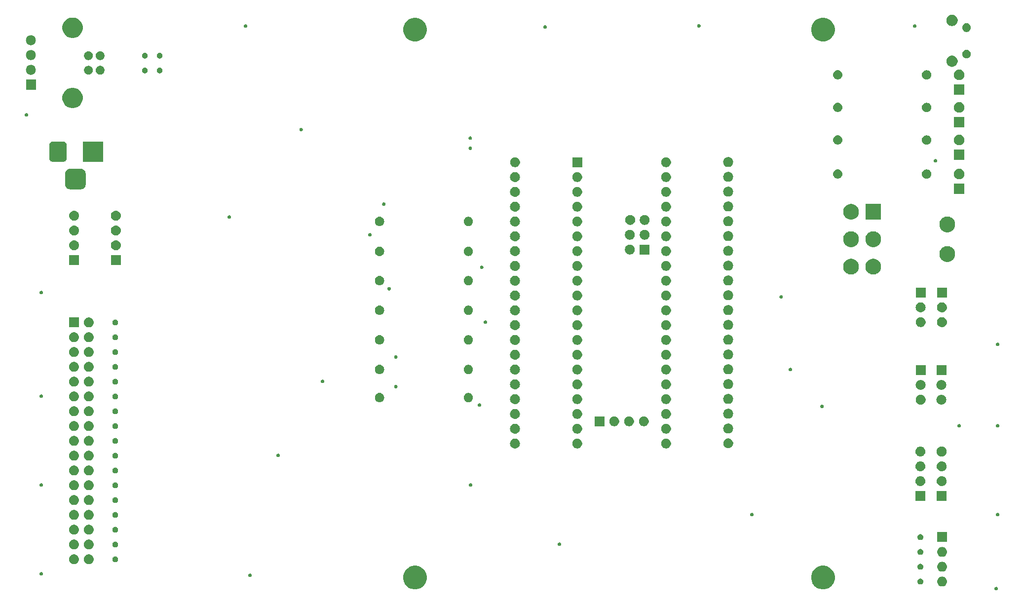
<source format=gbr>
G04 #@! TF.GenerationSoftware,KiCad,Pcbnew,(5.1.2)-2*
G04 #@! TF.CreationDate,2020-12-20T14:11:34+00:00*
G04 #@! TF.ProjectId,Greaseweazle F1 3.5 Inch,47726561-7365-4776-9561-7a6c65204631,1*
G04 #@! TF.SameCoordinates,PX6312cb0PY6bcb370*
G04 #@! TF.FileFunction,Soldermask,Bot*
G04 #@! TF.FilePolarity,Negative*
%FSLAX46Y46*%
G04 Gerber Fmt 4.6, Leading zero omitted, Abs format (unit mm)*
G04 Created by KiCad (PCBNEW (5.1.2)-2) date 2020-12-20 14:11:34*
%MOMM*%
%LPD*%
G04 APERTURE LIST*
%ADD10C,0.100000*%
G04 APERTURE END LIST*
D10*
G36*
X115911507Y-36541528D02*
G01*
X115966103Y-36564143D01*
X116015239Y-36596974D01*
X116057026Y-36638761D01*
X116089857Y-36687897D01*
X116112472Y-36742493D01*
X116124000Y-36800453D01*
X116124000Y-36859547D01*
X116112472Y-36917507D01*
X116089857Y-36972103D01*
X116057026Y-37021239D01*
X116015239Y-37063026D01*
X115966103Y-37095857D01*
X115911507Y-37118472D01*
X115853547Y-37130000D01*
X115794453Y-37130000D01*
X115736493Y-37118472D01*
X115681897Y-37095857D01*
X115632761Y-37063026D01*
X115590974Y-37021239D01*
X115558143Y-36972103D01*
X115535528Y-36917507D01*
X115524000Y-36859547D01*
X115524000Y-36800453D01*
X115535528Y-36742493D01*
X115558143Y-36687897D01*
X115590974Y-36638761D01*
X115632761Y-36596974D01*
X115681897Y-36564143D01*
X115736493Y-36541528D01*
X115794453Y-36530000D01*
X115853547Y-36530000D01*
X115911507Y-36541528D01*
X115911507Y-36541528D01*
G37*
G36*
X86706331Y-32981248D02*
G01*
X87076131Y-33134424D01*
X87076133Y-33134425D01*
X87199181Y-33216643D01*
X87408944Y-33356802D01*
X87691978Y-33639836D01*
X87914356Y-33972649D01*
X88067532Y-34342449D01*
X88145620Y-34735024D01*
X88145620Y-35135296D01*
X88067532Y-35527871D01*
X87972771Y-35756645D01*
X87914355Y-35897673D01*
X87846533Y-35999175D01*
X87691978Y-36230484D01*
X87408944Y-36513518D01*
X87284044Y-36596973D01*
X87076133Y-36735895D01*
X87076132Y-36735896D01*
X87076131Y-36735896D01*
X86706331Y-36889072D01*
X86313756Y-36967160D01*
X85913484Y-36967160D01*
X85520909Y-36889072D01*
X85151109Y-36735896D01*
X85151108Y-36735896D01*
X85151107Y-36735895D01*
X84943196Y-36596973D01*
X84818296Y-36513518D01*
X84535262Y-36230484D01*
X84380707Y-35999175D01*
X84312885Y-35897673D01*
X84254469Y-35756645D01*
X84159708Y-35527871D01*
X84081620Y-35135296D01*
X84081620Y-34735024D01*
X84159708Y-34342449D01*
X84312884Y-33972649D01*
X84535262Y-33639836D01*
X84818296Y-33356802D01*
X85028059Y-33216643D01*
X85151107Y-33134425D01*
X85151109Y-33134424D01*
X85520909Y-32981248D01*
X85913484Y-32903160D01*
X86313756Y-32903160D01*
X86706331Y-32981248D01*
X86706331Y-32981248D01*
G37*
G36*
X16706471Y-32981248D02*
G01*
X17076271Y-33134424D01*
X17076273Y-33134425D01*
X17199321Y-33216643D01*
X17409084Y-33356802D01*
X17692118Y-33639836D01*
X17914496Y-33972649D01*
X18067672Y-34342449D01*
X18145760Y-34735024D01*
X18145760Y-35135296D01*
X18067672Y-35527871D01*
X17972911Y-35756645D01*
X17914495Y-35897673D01*
X17846673Y-35999175D01*
X17692118Y-36230484D01*
X17409084Y-36513518D01*
X17284184Y-36596973D01*
X17076273Y-36735895D01*
X17076272Y-36735896D01*
X17076271Y-36735896D01*
X16706471Y-36889072D01*
X16313896Y-36967160D01*
X15913624Y-36967160D01*
X15521049Y-36889072D01*
X15151249Y-36735896D01*
X15151248Y-36735896D01*
X15151247Y-36735895D01*
X14943336Y-36596973D01*
X14818436Y-36513518D01*
X14535402Y-36230484D01*
X14380847Y-35999175D01*
X14313025Y-35897673D01*
X14254609Y-35756645D01*
X14159848Y-35527871D01*
X14081760Y-35135296D01*
X14081760Y-34735024D01*
X14159848Y-34342449D01*
X14313024Y-33972649D01*
X14535402Y-33639836D01*
X14818436Y-33356802D01*
X15028199Y-33216643D01*
X15151247Y-33134425D01*
X15151249Y-33134424D01*
X15521049Y-32981248D01*
X15913624Y-32903160D01*
X16313896Y-32903160D01*
X16706471Y-32981248D01*
X16706471Y-32981248D01*
G37*
G36*
X106719627Y-34785799D02*
G01*
X106798933Y-34809856D01*
X106879855Y-34834403D01*
X106879857Y-34834404D01*
X107027518Y-34913331D01*
X107156949Y-35019551D01*
X107263169Y-35148982D01*
X107342096Y-35296643D01*
X107390701Y-35456873D01*
X107407112Y-35623500D01*
X107390701Y-35790127D01*
X107390700Y-35790129D01*
X107348414Y-35929531D01*
X107342096Y-35950357D01*
X107263169Y-36098018D01*
X107156949Y-36227449D01*
X107027518Y-36333669D01*
X106879857Y-36412596D01*
X106879855Y-36412597D01*
X106799742Y-36436899D01*
X106719627Y-36461201D01*
X106594752Y-36473500D01*
X106511248Y-36473500D01*
X106386373Y-36461201D01*
X106306258Y-36436899D01*
X106226145Y-36412597D01*
X106226143Y-36412596D01*
X106078482Y-36333669D01*
X105949051Y-36227449D01*
X105842831Y-36098018D01*
X105763904Y-35950357D01*
X105757587Y-35929531D01*
X105715300Y-35790129D01*
X105715299Y-35790127D01*
X105698888Y-35623500D01*
X105715299Y-35456873D01*
X105763904Y-35296643D01*
X105842831Y-35148982D01*
X105949051Y-35019551D01*
X106078482Y-34913331D01*
X106226143Y-34834404D01*
X106226145Y-34834403D01*
X106307067Y-34809856D01*
X106386373Y-34785799D01*
X106511248Y-34773500D01*
X106594752Y-34773500D01*
X106719627Y-34785799D01*
X106719627Y-34785799D01*
G37*
G36*
X102965043Y-35130014D02*
G01*
X103056037Y-35167705D01*
X103056039Y-35167706D01*
X103097263Y-35195251D01*
X103137930Y-35222424D01*
X103207576Y-35292070D01*
X103262295Y-35373963D01*
X103299986Y-35464957D01*
X103319200Y-35561553D01*
X103319200Y-35660047D01*
X103299986Y-35756643D01*
X103262295Y-35847637D01*
X103262294Y-35847639D01*
X103207575Y-35929531D01*
X103137931Y-35999175D01*
X103056039Y-36053894D01*
X103056038Y-36053895D01*
X103056037Y-36053895D01*
X102965043Y-36091586D01*
X102868447Y-36110800D01*
X102769953Y-36110800D01*
X102673357Y-36091586D01*
X102582363Y-36053895D01*
X102582362Y-36053895D01*
X102582361Y-36053894D01*
X102500469Y-35999175D01*
X102430825Y-35929531D01*
X102376106Y-35847639D01*
X102376105Y-35847637D01*
X102338414Y-35756643D01*
X102319200Y-35660047D01*
X102319200Y-35561553D01*
X102338414Y-35464957D01*
X102376105Y-35373963D01*
X102430824Y-35292070D01*
X102500470Y-35222424D01*
X102541137Y-35195251D01*
X102582361Y-35167706D01*
X102582363Y-35167705D01*
X102673357Y-35130014D01*
X102769953Y-35110800D01*
X102868447Y-35110800D01*
X102965043Y-35130014D01*
X102965043Y-35130014D01*
G37*
G36*
X-12104493Y-34255528D02*
G01*
X-12049897Y-34278143D01*
X-12000761Y-34310974D01*
X-11958974Y-34352761D01*
X-11926143Y-34401897D01*
X-11903528Y-34456493D01*
X-11892000Y-34514453D01*
X-11892000Y-34573547D01*
X-11903528Y-34631507D01*
X-11926143Y-34686103D01*
X-11958974Y-34735239D01*
X-12000761Y-34777026D01*
X-12049897Y-34809857D01*
X-12104493Y-34832472D01*
X-12162453Y-34844000D01*
X-12221547Y-34844000D01*
X-12279507Y-34832472D01*
X-12334103Y-34809857D01*
X-12383239Y-34777026D01*
X-12425026Y-34735239D01*
X-12457857Y-34686103D01*
X-12480472Y-34631507D01*
X-12492000Y-34573547D01*
X-12492000Y-34514453D01*
X-12480472Y-34456493D01*
X-12457857Y-34401897D01*
X-12425026Y-34352761D01*
X-12383239Y-34310974D01*
X-12334103Y-34278143D01*
X-12279507Y-34255528D01*
X-12221547Y-34244000D01*
X-12162453Y-34244000D01*
X-12104493Y-34255528D01*
X-12104493Y-34255528D01*
G37*
G36*
X-47918493Y-34001528D02*
G01*
X-47863897Y-34024143D01*
X-47814761Y-34056974D01*
X-47772974Y-34098761D01*
X-47740143Y-34147897D01*
X-47717528Y-34202493D01*
X-47706000Y-34260453D01*
X-47706000Y-34319547D01*
X-47717528Y-34377507D01*
X-47740143Y-34432103D01*
X-47772974Y-34481239D01*
X-47814761Y-34523026D01*
X-47863897Y-34555857D01*
X-47918493Y-34578472D01*
X-47976453Y-34590000D01*
X-48035547Y-34590000D01*
X-48093507Y-34578472D01*
X-48148103Y-34555857D01*
X-48197239Y-34523026D01*
X-48239026Y-34481239D01*
X-48271857Y-34432103D01*
X-48294472Y-34377507D01*
X-48306000Y-34319547D01*
X-48306000Y-34260453D01*
X-48294472Y-34202493D01*
X-48271857Y-34147897D01*
X-48239026Y-34098761D01*
X-48197239Y-34056974D01*
X-48148103Y-34024143D01*
X-48093507Y-34001528D01*
X-48035547Y-33990000D01*
X-47976453Y-33990000D01*
X-47918493Y-34001528D01*
X-47918493Y-34001528D01*
G37*
G36*
X106719627Y-32245799D02*
G01*
X106799742Y-32270101D01*
X106879855Y-32294403D01*
X106879857Y-32294404D01*
X107027518Y-32373331D01*
X107156949Y-32479551D01*
X107263169Y-32608982D01*
X107342096Y-32756643D01*
X107390701Y-32916873D01*
X107407112Y-33083500D01*
X107390701Y-33250127D01*
X107390700Y-33250129D01*
X107348414Y-33389531D01*
X107342096Y-33410357D01*
X107263169Y-33558018D01*
X107156949Y-33687449D01*
X107027518Y-33793669D01*
X106879857Y-33872596D01*
X106879855Y-33872597D01*
X106799742Y-33896898D01*
X106719627Y-33921201D01*
X106594752Y-33933500D01*
X106511248Y-33933500D01*
X106386373Y-33921201D01*
X106306258Y-33896898D01*
X106226145Y-33872597D01*
X106226143Y-33872596D01*
X106078482Y-33793669D01*
X105949051Y-33687449D01*
X105842831Y-33558018D01*
X105763904Y-33410357D01*
X105757587Y-33389531D01*
X105715300Y-33250129D01*
X105715299Y-33250127D01*
X105698888Y-33083500D01*
X105715299Y-32916873D01*
X105763904Y-32756643D01*
X105842831Y-32608982D01*
X105949051Y-32479551D01*
X106078482Y-32373331D01*
X106226143Y-32294404D01*
X106226145Y-32294403D01*
X106306258Y-32270102D01*
X106386373Y-32245799D01*
X106511248Y-32233500D01*
X106594752Y-32233500D01*
X106719627Y-32245799D01*
X106719627Y-32245799D01*
G37*
G36*
X102965043Y-32590014D02*
G01*
X103056037Y-32627705D01*
X103056039Y-32627706D01*
X103090601Y-32650800D01*
X103137930Y-32682424D01*
X103207576Y-32752070D01*
X103262295Y-32833963D01*
X103299986Y-32924957D01*
X103319200Y-33021553D01*
X103319200Y-33120047D01*
X103299986Y-33216643D01*
X103262295Y-33307637D01*
X103262294Y-33307639D01*
X103207575Y-33389531D01*
X103137931Y-33459175D01*
X103056039Y-33513894D01*
X103056038Y-33513895D01*
X103056037Y-33513895D01*
X102965043Y-33551586D01*
X102868447Y-33570800D01*
X102769953Y-33570800D01*
X102673357Y-33551586D01*
X102582363Y-33513895D01*
X102582362Y-33513895D01*
X102582361Y-33513894D01*
X102500469Y-33459175D01*
X102430825Y-33389531D01*
X102376106Y-33307639D01*
X102376105Y-33307637D01*
X102338414Y-33216643D01*
X102319200Y-33120047D01*
X102319200Y-33021553D01*
X102338414Y-32924957D01*
X102376105Y-32833963D01*
X102430824Y-32752070D01*
X102500470Y-32682424D01*
X102547799Y-32650800D01*
X102582361Y-32627706D01*
X102582363Y-32627705D01*
X102673357Y-32590014D01*
X102769953Y-32570800D01*
X102868447Y-32570800D01*
X102965043Y-32590014D01*
X102965043Y-32590014D01*
G37*
G36*
X-39685973Y-30963099D02*
G01*
X-39605858Y-30987401D01*
X-39525745Y-31011703D01*
X-39525743Y-31011704D01*
X-39378082Y-31090631D01*
X-39248651Y-31196851D01*
X-39142431Y-31326282D01*
X-39063504Y-31473943D01*
X-39063503Y-31473945D01*
X-39039201Y-31554058D01*
X-39014899Y-31634173D01*
X-38998488Y-31800800D01*
X-39014899Y-31967427D01*
X-39039202Y-32047542D01*
X-39061038Y-32119530D01*
X-39063504Y-32127657D01*
X-39142431Y-32275318D01*
X-39248651Y-32404749D01*
X-39378082Y-32510969D01*
X-39490017Y-32570800D01*
X-39525745Y-32589897D01*
X-39588658Y-32608981D01*
X-39685973Y-32638501D01*
X-39810848Y-32650800D01*
X-39894352Y-32650800D01*
X-40019227Y-32638501D01*
X-40116542Y-32608981D01*
X-40179455Y-32589897D01*
X-40215183Y-32570800D01*
X-40327118Y-32510969D01*
X-40456549Y-32404749D01*
X-40562769Y-32275318D01*
X-40641696Y-32127657D01*
X-40644161Y-32119530D01*
X-40665998Y-32047542D01*
X-40690301Y-31967427D01*
X-40706712Y-31800800D01*
X-40690301Y-31634173D01*
X-40665999Y-31554058D01*
X-40641697Y-31473945D01*
X-40641696Y-31473943D01*
X-40562769Y-31326282D01*
X-40456549Y-31196851D01*
X-40327118Y-31090631D01*
X-40179457Y-31011704D01*
X-40179455Y-31011703D01*
X-40099342Y-30987402D01*
X-40019227Y-30963099D01*
X-39894352Y-30950800D01*
X-39810848Y-30950800D01*
X-39685973Y-30963099D01*
X-39685973Y-30963099D01*
G37*
G36*
X-42225973Y-30963099D02*
G01*
X-42145858Y-30987401D01*
X-42065745Y-31011703D01*
X-42065743Y-31011704D01*
X-41918082Y-31090631D01*
X-41788651Y-31196851D01*
X-41682431Y-31326282D01*
X-41603504Y-31473943D01*
X-41603503Y-31473945D01*
X-41579201Y-31554058D01*
X-41554899Y-31634173D01*
X-41538488Y-31800800D01*
X-41554899Y-31967427D01*
X-41579202Y-32047542D01*
X-41601038Y-32119530D01*
X-41603504Y-32127657D01*
X-41682431Y-32275318D01*
X-41788651Y-32404749D01*
X-41918082Y-32510969D01*
X-42030017Y-32570800D01*
X-42065745Y-32589897D01*
X-42128658Y-32608981D01*
X-42225973Y-32638501D01*
X-42350848Y-32650800D01*
X-42434352Y-32650800D01*
X-42559227Y-32638501D01*
X-42656542Y-32608981D01*
X-42719455Y-32589897D01*
X-42755183Y-32570800D01*
X-42867118Y-32510969D01*
X-42996549Y-32404749D01*
X-43102769Y-32275318D01*
X-43181696Y-32127657D01*
X-43184161Y-32119530D01*
X-43205998Y-32047542D01*
X-43230301Y-31967427D01*
X-43246712Y-31800800D01*
X-43230301Y-31634173D01*
X-43205999Y-31554058D01*
X-43181697Y-31473945D01*
X-43181696Y-31473943D01*
X-43102769Y-31326282D01*
X-42996549Y-31196851D01*
X-42867118Y-31090631D01*
X-42719457Y-31011704D01*
X-42719455Y-31011703D01*
X-42639342Y-30987401D01*
X-42559227Y-30963099D01*
X-42434352Y-30950800D01*
X-42350848Y-30950800D01*
X-42225973Y-30963099D01*
X-42225973Y-30963099D01*
G37*
G36*
X-35160157Y-31320014D02*
G01*
X-35129779Y-31332597D01*
X-35069161Y-31357706D01*
X-35034000Y-31381200D01*
X-34987270Y-31412424D01*
X-34917624Y-31482070D01*
X-34862905Y-31563963D01*
X-34825214Y-31654957D01*
X-34806000Y-31751553D01*
X-34806000Y-31850047D01*
X-34825214Y-31946643D01*
X-34825215Y-31946645D01*
X-34862906Y-32037639D01*
X-34917625Y-32119531D01*
X-34987269Y-32189175D01*
X-35069161Y-32243894D01*
X-35069162Y-32243895D01*
X-35069163Y-32243895D01*
X-35160157Y-32281586D01*
X-35256753Y-32300800D01*
X-35355247Y-32300800D01*
X-35451843Y-32281586D01*
X-35542837Y-32243895D01*
X-35542838Y-32243895D01*
X-35542839Y-32243894D01*
X-35624731Y-32189175D01*
X-35694375Y-32119531D01*
X-35749094Y-32037639D01*
X-35786785Y-31946645D01*
X-35786786Y-31946643D01*
X-35806000Y-31850047D01*
X-35806000Y-31751553D01*
X-35786786Y-31654957D01*
X-35749095Y-31563963D01*
X-35694376Y-31482070D01*
X-35624730Y-31412424D01*
X-35578000Y-31381200D01*
X-35542839Y-31357706D01*
X-35482221Y-31332597D01*
X-35451843Y-31320014D01*
X-35355247Y-31300800D01*
X-35256753Y-31300800D01*
X-35160157Y-31320014D01*
X-35160157Y-31320014D01*
G37*
G36*
X106719627Y-29705799D02*
G01*
X106799742Y-29730102D01*
X106879855Y-29754403D01*
X106879857Y-29754404D01*
X107027518Y-29833331D01*
X107156949Y-29939551D01*
X107263169Y-30068982D01*
X107342096Y-30216643D01*
X107390701Y-30376873D01*
X107407112Y-30543500D01*
X107390701Y-30710127D01*
X107390700Y-30710129D01*
X107348414Y-30849531D01*
X107342096Y-30870357D01*
X107263169Y-31018018D01*
X107156949Y-31147449D01*
X107027518Y-31253669D01*
X106879857Y-31332596D01*
X106879855Y-31332597D01*
X106799742Y-31356899D01*
X106719627Y-31381201D01*
X106594752Y-31393500D01*
X106511248Y-31393500D01*
X106386373Y-31381201D01*
X106306258Y-31356899D01*
X106226145Y-31332597D01*
X106226143Y-31332596D01*
X106078482Y-31253669D01*
X105949051Y-31147449D01*
X105842831Y-31018018D01*
X105763904Y-30870357D01*
X105757587Y-30849531D01*
X105715300Y-30710129D01*
X105715299Y-30710127D01*
X105698888Y-30543500D01*
X105715299Y-30376873D01*
X105763904Y-30216643D01*
X105842831Y-30068982D01*
X105949051Y-29939551D01*
X106078482Y-29833331D01*
X106226143Y-29754404D01*
X106226145Y-29754403D01*
X106306258Y-29730101D01*
X106386373Y-29705799D01*
X106511248Y-29693500D01*
X106594752Y-29693500D01*
X106719627Y-29705799D01*
X106719627Y-29705799D01*
G37*
G36*
X102965043Y-30050014D02*
G01*
X103056037Y-30087705D01*
X103056039Y-30087706D01*
X103090601Y-30110800D01*
X103137930Y-30142424D01*
X103207576Y-30212070D01*
X103262295Y-30293963D01*
X103299986Y-30384957D01*
X103319200Y-30481553D01*
X103319200Y-30580047D01*
X103299986Y-30676643D01*
X103262295Y-30767637D01*
X103262294Y-30767639D01*
X103207575Y-30849531D01*
X103137931Y-30919175D01*
X103056039Y-30973894D01*
X103056038Y-30973895D01*
X103056037Y-30973895D01*
X102965043Y-31011586D01*
X102868447Y-31030800D01*
X102769953Y-31030800D01*
X102673357Y-31011586D01*
X102582363Y-30973895D01*
X102582362Y-30973895D01*
X102582361Y-30973894D01*
X102500469Y-30919175D01*
X102430825Y-30849531D01*
X102376106Y-30767639D01*
X102376105Y-30767637D01*
X102338414Y-30676643D01*
X102319200Y-30580047D01*
X102319200Y-30481553D01*
X102338414Y-30384957D01*
X102376105Y-30293963D01*
X102430824Y-30212070D01*
X102500470Y-30142424D01*
X102547799Y-30110800D01*
X102582361Y-30087706D01*
X102582363Y-30087705D01*
X102673357Y-30050014D01*
X102769953Y-30030800D01*
X102868447Y-30030800D01*
X102965043Y-30050014D01*
X102965043Y-30050014D01*
G37*
G36*
X-39685973Y-28423099D02*
G01*
X-39605858Y-28447402D01*
X-39525745Y-28471703D01*
X-39525743Y-28471704D01*
X-39378082Y-28550631D01*
X-39248651Y-28656851D01*
X-39142431Y-28786282D01*
X-39063504Y-28933943D01*
X-39063503Y-28933945D01*
X-39050451Y-28976973D01*
X-39014899Y-29094173D01*
X-38998488Y-29260800D01*
X-39014899Y-29427427D01*
X-39036450Y-29498471D01*
X-39061038Y-29579530D01*
X-39063504Y-29587657D01*
X-39142431Y-29735318D01*
X-39248651Y-29864749D01*
X-39378082Y-29970969D01*
X-39490017Y-30030800D01*
X-39525745Y-30049897D01*
X-39588658Y-30068981D01*
X-39685973Y-30098501D01*
X-39810848Y-30110800D01*
X-39894352Y-30110800D01*
X-40019227Y-30098501D01*
X-40116542Y-30068981D01*
X-40179455Y-30049897D01*
X-40215183Y-30030800D01*
X-40327118Y-29970969D01*
X-40456549Y-29864749D01*
X-40562769Y-29735318D01*
X-40641696Y-29587657D01*
X-40644161Y-29579530D01*
X-40668750Y-29498471D01*
X-40690301Y-29427427D01*
X-40706712Y-29260800D01*
X-40690301Y-29094173D01*
X-40654749Y-28976973D01*
X-40641697Y-28933945D01*
X-40641696Y-28933943D01*
X-40562769Y-28786282D01*
X-40456549Y-28656851D01*
X-40327118Y-28550631D01*
X-40179457Y-28471704D01*
X-40179455Y-28471703D01*
X-40099342Y-28447402D01*
X-40019227Y-28423099D01*
X-39894352Y-28410800D01*
X-39810848Y-28410800D01*
X-39685973Y-28423099D01*
X-39685973Y-28423099D01*
G37*
G36*
X-42225973Y-28423099D02*
G01*
X-42145858Y-28447402D01*
X-42065745Y-28471703D01*
X-42065743Y-28471704D01*
X-41918082Y-28550631D01*
X-41788651Y-28656851D01*
X-41682431Y-28786282D01*
X-41603504Y-28933943D01*
X-41603503Y-28933945D01*
X-41590451Y-28976973D01*
X-41554899Y-29094173D01*
X-41538488Y-29260800D01*
X-41554899Y-29427427D01*
X-41576450Y-29498471D01*
X-41601038Y-29579530D01*
X-41603504Y-29587657D01*
X-41682431Y-29735318D01*
X-41788651Y-29864749D01*
X-41918082Y-29970969D01*
X-42030017Y-30030800D01*
X-42065745Y-30049897D01*
X-42128658Y-30068981D01*
X-42225973Y-30098501D01*
X-42350848Y-30110800D01*
X-42434352Y-30110800D01*
X-42559227Y-30098501D01*
X-42656542Y-30068981D01*
X-42719455Y-30049897D01*
X-42755183Y-30030800D01*
X-42867118Y-29970969D01*
X-42996549Y-29864749D01*
X-43102769Y-29735318D01*
X-43181696Y-29587657D01*
X-43184161Y-29579530D01*
X-43208750Y-29498471D01*
X-43230301Y-29427427D01*
X-43246712Y-29260800D01*
X-43230301Y-29094173D01*
X-43194749Y-28976973D01*
X-43181697Y-28933945D01*
X-43181696Y-28933943D01*
X-43102769Y-28786282D01*
X-42996549Y-28656851D01*
X-42867118Y-28550631D01*
X-42719457Y-28471704D01*
X-42719455Y-28471703D01*
X-42639342Y-28447402D01*
X-42559227Y-28423099D01*
X-42434352Y-28410800D01*
X-42350848Y-28410800D01*
X-42225973Y-28423099D01*
X-42225973Y-28423099D01*
G37*
G36*
X-35160157Y-28780014D02*
G01*
X-35145025Y-28786282D01*
X-35069161Y-28817706D01*
X-35027937Y-28845251D01*
X-34987270Y-28872424D01*
X-34917624Y-28942070D01*
X-34862905Y-29023963D01*
X-34825214Y-29114957D01*
X-34806000Y-29211553D01*
X-34806000Y-29310047D01*
X-34825214Y-29406643D01*
X-34862905Y-29497637D01*
X-34862906Y-29497639D01*
X-34917625Y-29579531D01*
X-34987269Y-29649175D01*
X-35069161Y-29703894D01*
X-35069162Y-29703895D01*
X-35069163Y-29703895D01*
X-35160157Y-29741586D01*
X-35256753Y-29760800D01*
X-35355247Y-29760800D01*
X-35451843Y-29741586D01*
X-35542837Y-29703895D01*
X-35542838Y-29703895D01*
X-35542839Y-29703894D01*
X-35624731Y-29649175D01*
X-35694375Y-29579531D01*
X-35749094Y-29497639D01*
X-35749095Y-29497637D01*
X-35786786Y-29406643D01*
X-35806000Y-29310047D01*
X-35806000Y-29211553D01*
X-35786786Y-29114957D01*
X-35749095Y-29023963D01*
X-35694376Y-28942070D01*
X-35624730Y-28872424D01*
X-35584063Y-28845251D01*
X-35542839Y-28817706D01*
X-35466975Y-28786282D01*
X-35451843Y-28780014D01*
X-35355247Y-28760800D01*
X-35256753Y-28760800D01*
X-35160157Y-28780014D01*
X-35160157Y-28780014D01*
G37*
G36*
X40981507Y-28921528D02*
G01*
X41036103Y-28944143D01*
X41085239Y-28976974D01*
X41127026Y-29018761D01*
X41159857Y-29067897D01*
X41182472Y-29122493D01*
X41194000Y-29180453D01*
X41194000Y-29239547D01*
X41182472Y-29297507D01*
X41159857Y-29352103D01*
X41127026Y-29401239D01*
X41085239Y-29443026D01*
X41036103Y-29475857D01*
X40981507Y-29498472D01*
X40923547Y-29510000D01*
X40864453Y-29510000D01*
X40806493Y-29498472D01*
X40751897Y-29475857D01*
X40702761Y-29443026D01*
X40660974Y-29401239D01*
X40628143Y-29352103D01*
X40605528Y-29297507D01*
X40594000Y-29239547D01*
X40594000Y-29180453D01*
X40605528Y-29122493D01*
X40628143Y-29067897D01*
X40660974Y-29018761D01*
X40702761Y-28976974D01*
X40751897Y-28944143D01*
X40806493Y-28921528D01*
X40864453Y-28910000D01*
X40923547Y-28910000D01*
X40981507Y-28921528D01*
X40981507Y-28921528D01*
G37*
G36*
X107403000Y-28853500D02*
G01*
X105703000Y-28853500D01*
X105703000Y-27153500D01*
X107403000Y-27153500D01*
X107403000Y-28853500D01*
X107403000Y-28853500D01*
G37*
G36*
X102965043Y-27510014D02*
G01*
X102965046Y-27510015D01*
X102965045Y-27510015D01*
X103056039Y-27547706D01*
X103090601Y-27570800D01*
X103137930Y-27602424D01*
X103207576Y-27672070D01*
X103262295Y-27753963D01*
X103299986Y-27844957D01*
X103319200Y-27941553D01*
X103319200Y-28040047D01*
X103299986Y-28136643D01*
X103299985Y-28136645D01*
X103262294Y-28227639D01*
X103207575Y-28309531D01*
X103137931Y-28379175D01*
X103056039Y-28433894D01*
X103056038Y-28433895D01*
X103056037Y-28433895D01*
X102965043Y-28471586D01*
X102868447Y-28490800D01*
X102769953Y-28490800D01*
X102673357Y-28471586D01*
X102582363Y-28433895D01*
X102582362Y-28433895D01*
X102582361Y-28433894D01*
X102500469Y-28379175D01*
X102430825Y-28309531D01*
X102376106Y-28227639D01*
X102338415Y-28136645D01*
X102338414Y-28136643D01*
X102319200Y-28040047D01*
X102319200Y-27941553D01*
X102338414Y-27844957D01*
X102376105Y-27753963D01*
X102430824Y-27672070D01*
X102500470Y-27602424D01*
X102547799Y-27570800D01*
X102582361Y-27547706D01*
X102673355Y-27510015D01*
X102673354Y-27510015D01*
X102673357Y-27510014D01*
X102769953Y-27490800D01*
X102868447Y-27490800D01*
X102965043Y-27510014D01*
X102965043Y-27510014D01*
G37*
G36*
X-42225973Y-25883099D02*
G01*
X-42145858Y-25907402D01*
X-42065745Y-25931703D01*
X-42065743Y-25931704D01*
X-41918082Y-26010631D01*
X-41788651Y-26116851D01*
X-41682431Y-26246282D01*
X-41603504Y-26393943D01*
X-41603503Y-26393945D01*
X-41579202Y-26474058D01*
X-41554899Y-26554173D01*
X-41538488Y-26720800D01*
X-41554899Y-26887427D01*
X-41579201Y-26967542D01*
X-41601038Y-27039530D01*
X-41603504Y-27047657D01*
X-41682431Y-27195318D01*
X-41788651Y-27324749D01*
X-41918082Y-27430969D01*
X-42030017Y-27490800D01*
X-42065745Y-27509897D01*
X-42145858Y-27534199D01*
X-42225973Y-27558501D01*
X-42350848Y-27570800D01*
X-42434352Y-27570800D01*
X-42559227Y-27558501D01*
X-42639342Y-27534199D01*
X-42719455Y-27509897D01*
X-42755183Y-27490800D01*
X-42867118Y-27430969D01*
X-42996549Y-27324749D01*
X-43102769Y-27195318D01*
X-43181696Y-27047657D01*
X-43184161Y-27039530D01*
X-43205998Y-26967542D01*
X-43230301Y-26887427D01*
X-43246712Y-26720800D01*
X-43230301Y-26554173D01*
X-43205998Y-26474058D01*
X-43181697Y-26393945D01*
X-43181696Y-26393943D01*
X-43102769Y-26246282D01*
X-42996549Y-26116851D01*
X-42867118Y-26010631D01*
X-42719457Y-25931704D01*
X-42719455Y-25931703D01*
X-42639342Y-25907402D01*
X-42559227Y-25883099D01*
X-42434352Y-25870800D01*
X-42350848Y-25870800D01*
X-42225973Y-25883099D01*
X-42225973Y-25883099D01*
G37*
G36*
X-39685973Y-25883099D02*
G01*
X-39605858Y-25907402D01*
X-39525745Y-25931703D01*
X-39525743Y-25931704D01*
X-39378082Y-26010631D01*
X-39248651Y-26116851D01*
X-39142431Y-26246282D01*
X-39063504Y-26393943D01*
X-39063503Y-26393945D01*
X-39039202Y-26474058D01*
X-39014899Y-26554173D01*
X-38998488Y-26720800D01*
X-39014899Y-26887427D01*
X-39039201Y-26967542D01*
X-39061038Y-27039530D01*
X-39063504Y-27047657D01*
X-39142431Y-27195318D01*
X-39248651Y-27324749D01*
X-39378082Y-27430969D01*
X-39490017Y-27490800D01*
X-39525745Y-27509897D01*
X-39605858Y-27534199D01*
X-39685973Y-27558501D01*
X-39810848Y-27570800D01*
X-39894352Y-27570800D01*
X-40019227Y-27558501D01*
X-40099342Y-27534199D01*
X-40179455Y-27509897D01*
X-40215183Y-27490800D01*
X-40327118Y-27430969D01*
X-40456549Y-27324749D01*
X-40562769Y-27195318D01*
X-40641696Y-27047657D01*
X-40644161Y-27039530D01*
X-40665998Y-26967542D01*
X-40690301Y-26887427D01*
X-40706712Y-26720800D01*
X-40690301Y-26554173D01*
X-40665998Y-26474058D01*
X-40641697Y-26393945D01*
X-40641696Y-26393943D01*
X-40562769Y-26246282D01*
X-40456549Y-26116851D01*
X-40327118Y-26010631D01*
X-40179457Y-25931704D01*
X-40179455Y-25931703D01*
X-40099342Y-25907402D01*
X-40019227Y-25883099D01*
X-39894352Y-25870800D01*
X-39810848Y-25870800D01*
X-39685973Y-25883099D01*
X-39685973Y-25883099D01*
G37*
G36*
X-35160157Y-26240014D02*
G01*
X-35145025Y-26246282D01*
X-35069161Y-26277706D01*
X-35027937Y-26305251D01*
X-34987270Y-26332424D01*
X-34917624Y-26402070D01*
X-34862905Y-26483963D01*
X-34825214Y-26574957D01*
X-34806000Y-26671553D01*
X-34806000Y-26770047D01*
X-34825214Y-26866643D01*
X-34825215Y-26866645D01*
X-34862906Y-26957639D01*
X-34917625Y-27039531D01*
X-34987269Y-27109175D01*
X-35069161Y-27163894D01*
X-35069162Y-27163895D01*
X-35069163Y-27163895D01*
X-35160157Y-27201586D01*
X-35256753Y-27220800D01*
X-35355247Y-27220800D01*
X-35451843Y-27201586D01*
X-35542837Y-27163895D01*
X-35542838Y-27163895D01*
X-35542839Y-27163894D01*
X-35624731Y-27109175D01*
X-35694375Y-27039531D01*
X-35749094Y-26957639D01*
X-35786785Y-26866645D01*
X-35786786Y-26866643D01*
X-35806000Y-26770047D01*
X-35806000Y-26671553D01*
X-35786786Y-26574957D01*
X-35749095Y-26483963D01*
X-35694376Y-26402070D01*
X-35624730Y-26332424D01*
X-35584063Y-26305251D01*
X-35542839Y-26277706D01*
X-35466975Y-26246282D01*
X-35451843Y-26240014D01*
X-35355247Y-26220800D01*
X-35256753Y-26220800D01*
X-35160157Y-26240014D01*
X-35160157Y-26240014D01*
G37*
G36*
X-39685973Y-23343099D02*
G01*
X-39605858Y-23367401D01*
X-39525745Y-23391703D01*
X-39525743Y-23391704D01*
X-39378082Y-23470631D01*
X-39248651Y-23576851D01*
X-39142431Y-23706282D01*
X-39063504Y-23853943D01*
X-39063503Y-23853945D01*
X-39050451Y-23896973D01*
X-39014899Y-24014173D01*
X-38998488Y-24180800D01*
X-39014899Y-24347427D01*
X-39036450Y-24418471D01*
X-39061038Y-24499530D01*
X-39063504Y-24507657D01*
X-39142431Y-24655318D01*
X-39248651Y-24784749D01*
X-39378082Y-24890969D01*
X-39525743Y-24969896D01*
X-39525745Y-24969897D01*
X-39605858Y-24994199D01*
X-39685973Y-25018501D01*
X-39810848Y-25030800D01*
X-39894352Y-25030800D01*
X-40019227Y-25018501D01*
X-40099342Y-24994199D01*
X-40179455Y-24969897D01*
X-40179457Y-24969896D01*
X-40327118Y-24890969D01*
X-40456549Y-24784749D01*
X-40562769Y-24655318D01*
X-40641696Y-24507657D01*
X-40644161Y-24499530D01*
X-40668750Y-24418471D01*
X-40690301Y-24347427D01*
X-40706712Y-24180800D01*
X-40690301Y-24014173D01*
X-40654749Y-23896973D01*
X-40641697Y-23853945D01*
X-40641696Y-23853943D01*
X-40562769Y-23706282D01*
X-40456549Y-23576851D01*
X-40327118Y-23470631D01*
X-40179457Y-23391704D01*
X-40179455Y-23391703D01*
X-40099342Y-23367401D01*
X-40019227Y-23343099D01*
X-39894352Y-23330800D01*
X-39810848Y-23330800D01*
X-39685973Y-23343099D01*
X-39685973Y-23343099D01*
G37*
G36*
X-42225973Y-23343099D02*
G01*
X-42145858Y-23367401D01*
X-42065745Y-23391703D01*
X-42065743Y-23391704D01*
X-41918082Y-23470631D01*
X-41788651Y-23576851D01*
X-41682431Y-23706282D01*
X-41603504Y-23853943D01*
X-41603503Y-23853945D01*
X-41590451Y-23896973D01*
X-41554899Y-24014173D01*
X-41538488Y-24180800D01*
X-41554899Y-24347427D01*
X-41576450Y-24418471D01*
X-41601038Y-24499530D01*
X-41603504Y-24507657D01*
X-41682431Y-24655318D01*
X-41788651Y-24784749D01*
X-41918082Y-24890969D01*
X-42065743Y-24969896D01*
X-42065745Y-24969897D01*
X-42145858Y-24994199D01*
X-42225973Y-25018501D01*
X-42350848Y-25030800D01*
X-42434352Y-25030800D01*
X-42559227Y-25018501D01*
X-42639342Y-24994199D01*
X-42719455Y-24969897D01*
X-42719457Y-24969896D01*
X-42867118Y-24890969D01*
X-42996549Y-24784749D01*
X-43102769Y-24655318D01*
X-43181696Y-24507657D01*
X-43184161Y-24499530D01*
X-43208750Y-24418471D01*
X-43230301Y-24347427D01*
X-43246712Y-24180800D01*
X-43230301Y-24014173D01*
X-43194749Y-23896973D01*
X-43181697Y-23853945D01*
X-43181696Y-23853943D01*
X-43102769Y-23706282D01*
X-42996549Y-23576851D01*
X-42867118Y-23470631D01*
X-42719457Y-23391704D01*
X-42719455Y-23391703D01*
X-42639342Y-23367401D01*
X-42559227Y-23343099D01*
X-42434352Y-23330800D01*
X-42350848Y-23330800D01*
X-42225973Y-23343099D01*
X-42225973Y-23343099D01*
G37*
G36*
X-35160157Y-23700014D02*
G01*
X-35145025Y-23706282D01*
X-35069161Y-23737706D01*
X-35027937Y-23765251D01*
X-34987270Y-23792424D01*
X-34917624Y-23862070D01*
X-34862905Y-23943963D01*
X-34825214Y-24034957D01*
X-34806000Y-24131553D01*
X-34806000Y-24230047D01*
X-34825214Y-24326643D01*
X-34862905Y-24417637D01*
X-34862906Y-24417639D01*
X-34917625Y-24499531D01*
X-34987269Y-24569175D01*
X-35069161Y-24623894D01*
X-35069162Y-24623895D01*
X-35069163Y-24623895D01*
X-35160157Y-24661586D01*
X-35256753Y-24680800D01*
X-35355247Y-24680800D01*
X-35451843Y-24661586D01*
X-35542837Y-24623895D01*
X-35542838Y-24623895D01*
X-35542839Y-24623894D01*
X-35624731Y-24569175D01*
X-35694375Y-24499531D01*
X-35749094Y-24417639D01*
X-35749095Y-24417637D01*
X-35786786Y-24326643D01*
X-35806000Y-24230047D01*
X-35806000Y-24131553D01*
X-35786786Y-24034957D01*
X-35749095Y-23943963D01*
X-35694376Y-23862070D01*
X-35624730Y-23792424D01*
X-35584063Y-23765251D01*
X-35542839Y-23737706D01*
X-35466975Y-23706282D01*
X-35451843Y-23700014D01*
X-35355247Y-23680800D01*
X-35256753Y-23680800D01*
X-35160157Y-23700014D01*
X-35160157Y-23700014D01*
G37*
G36*
X74001507Y-23841528D02*
G01*
X74056103Y-23864143D01*
X74105239Y-23896974D01*
X74147026Y-23938761D01*
X74179857Y-23987897D01*
X74202472Y-24042493D01*
X74214000Y-24100453D01*
X74214000Y-24159547D01*
X74202472Y-24217507D01*
X74179857Y-24272103D01*
X74147026Y-24321239D01*
X74105239Y-24363026D01*
X74056103Y-24395857D01*
X74001507Y-24418472D01*
X73943547Y-24430000D01*
X73884453Y-24430000D01*
X73826493Y-24418472D01*
X73771897Y-24395857D01*
X73722761Y-24363026D01*
X73680974Y-24321239D01*
X73648143Y-24272103D01*
X73625528Y-24217507D01*
X73614000Y-24159547D01*
X73614000Y-24100453D01*
X73625528Y-24042493D01*
X73648143Y-23987897D01*
X73680974Y-23938761D01*
X73722761Y-23896974D01*
X73771897Y-23864143D01*
X73826493Y-23841528D01*
X73884453Y-23830000D01*
X73943547Y-23830000D01*
X74001507Y-23841528D01*
X74001507Y-23841528D01*
G37*
G36*
X116165507Y-23841528D02*
G01*
X116220103Y-23864143D01*
X116269239Y-23896974D01*
X116311026Y-23938761D01*
X116343857Y-23987897D01*
X116366472Y-24042493D01*
X116378000Y-24100453D01*
X116378000Y-24159547D01*
X116366472Y-24217507D01*
X116343857Y-24272103D01*
X116311026Y-24321239D01*
X116269239Y-24363026D01*
X116220103Y-24395857D01*
X116165507Y-24418472D01*
X116107547Y-24430000D01*
X116048453Y-24430000D01*
X115990493Y-24418472D01*
X115935897Y-24395857D01*
X115886761Y-24363026D01*
X115844974Y-24321239D01*
X115812143Y-24272103D01*
X115789528Y-24217507D01*
X115778000Y-24159547D01*
X115778000Y-24100453D01*
X115789528Y-24042493D01*
X115812143Y-23987897D01*
X115844974Y-23938761D01*
X115886761Y-23896974D01*
X115935897Y-23864143D01*
X115990493Y-23841528D01*
X116048453Y-23830000D01*
X116107547Y-23830000D01*
X116165507Y-23841528D01*
X116165507Y-23841528D01*
G37*
G36*
X-39685973Y-20803099D02*
G01*
X-39605858Y-20827401D01*
X-39525745Y-20851703D01*
X-39525743Y-20851704D01*
X-39378082Y-20930631D01*
X-39248651Y-21036851D01*
X-39142431Y-21166282D01*
X-39063504Y-21313943D01*
X-39063503Y-21313945D01*
X-39039202Y-21394058D01*
X-39014899Y-21474173D01*
X-38998488Y-21640800D01*
X-39014899Y-21807427D01*
X-39039201Y-21887542D01*
X-39061038Y-21959530D01*
X-39063504Y-21967657D01*
X-39142431Y-22115318D01*
X-39248651Y-22244749D01*
X-39378082Y-22350969D01*
X-39525743Y-22429896D01*
X-39525745Y-22429897D01*
X-39605858Y-22454199D01*
X-39685973Y-22478501D01*
X-39810848Y-22490800D01*
X-39894352Y-22490800D01*
X-40019227Y-22478501D01*
X-40099342Y-22454199D01*
X-40179455Y-22429897D01*
X-40179457Y-22429896D01*
X-40327118Y-22350969D01*
X-40456549Y-22244749D01*
X-40562769Y-22115318D01*
X-40641696Y-21967657D01*
X-40644161Y-21959530D01*
X-40665999Y-21887542D01*
X-40690301Y-21807427D01*
X-40706712Y-21640800D01*
X-40690301Y-21474173D01*
X-40665998Y-21394058D01*
X-40641697Y-21313945D01*
X-40641696Y-21313943D01*
X-40562769Y-21166282D01*
X-40456549Y-21036851D01*
X-40327118Y-20930631D01*
X-40179457Y-20851704D01*
X-40179455Y-20851703D01*
X-40099342Y-20827401D01*
X-40019227Y-20803099D01*
X-39894352Y-20790800D01*
X-39810848Y-20790800D01*
X-39685973Y-20803099D01*
X-39685973Y-20803099D01*
G37*
G36*
X-42225973Y-20803099D02*
G01*
X-42145858Y-20827401D01*
X-42065745Y-20851703D01*
X-42065743Y-20851704D01*
X-41918082Y-20930631D01*
X-41788651Y-21036851D01*
X-41682431Y-21166282D01*
X-41603504Y-21313943D01*
X-41603503Y-21313945D01*
X-41579202Y-21394058D01*
X-41554899Y-21474173D01*
X-41538488Y-21640800D01*
X-41554899Y-21807427D01*
X-41579201Y-21887542D01*
X-41601038Y-21959530D01*
X-41603504Y-21967657D01*
X-41682431Y-22115318D01*
X-41788651Y-22244749D01*
X-41918082Y-22350969D01*
X-42065743Y-22429896D01*
X-42065745Y-22429897D01*
X-42145858Y-22454199D01*
X-42225973Y-22478501D01*
X-42350848Y-22490800D01*
X-42434352Y-22490800D01*
X-42559227Y-22478501D01*
X-42639342Y-22454199D01*
X-42719455Y-22429897D01*
X-42719457Y-22429896D01*
X-42867118Y-22350969D01*
X-42996549Y-22244749D01*
X-43102769Y-22115318D01*
X-43181696Y-21967657D01*
X-43184161Y-21959530D01*
X-43205999Y-21887542D01*
X-43230301Y-21807427D01*
X-43246712Y-21640800D01*
X-43230301Y-21474173D01*
X-43205998Y-21394058D01*
X-43181697Y-21313945D01*
X-43181696Y-21313943D01*
X-43102769Y-21166282D01*
X-42996549Y-21036851D01*
X-42867118Y-20930631D01*
X-42719457Y-20851704D01*
X-42719455Y-20851703D01*
X-42639342Y-20827401D01*
X-42559227Y-20803099D01*
X-42434352Y-20790800D01*
X-42350848Y-20790800D01*
X-42225973Y-20803099D01*
X-42225973Y-20803099D01*
G37*
G36*
X-35160157Y-21160014D02*
G01*
X-35145025Y-21166282D01*
X-35069161Y-21197706D01*
X-35027937Y-21225251D01*
X-34987270Y-21252424D01*
X-34917624Y-21322070D01*
X-34862905Y-21403963D01*
X-34825214Y-21494957D01*
X-34806000Y-21591553D01*
X-34806000Y-21690047D01*
X-34825214Y-21786643D01*
X-34825215Y-21786645D01*
X-34862906Y-21877639D01*
X-34917625Y-21959531D01*
X-34987269Y-22029175D01*
X-35069161Y-22083894D01*
X-35069162Y-22083895D01*
X-35069163Y-22083895D01*
X-35160157Y-22121586D01*
X-35256753Y-22140800D01*
X-35355247Y-22140800D01*
X-35451843Y-22121586D01*
X-35542837Y-22083895D01*
X-35542838Y-22083895D01*
X-35542839Y-22083894D01*
X-35624731Y-22029175D01*
X-35694375Y-21959531D01*
X-35749094Y-21877639D01*
X-35786785Y-21786645D01*
X-35786786Y-21786643D01*
X-35806000Y-21690047D01*
X-35806000Y-21591553D01*
X-35786786Y-21494957D01*
X-35749095Y-21403963D01*
X-35694376Y-21322070D01*
X-35624730Y-21252424D01*
X-35584063Y-21225251D01*
X-35542839Y-21197706D01*
X-35466975Y-21166282D01*
X-35451843Y-21160014D01*
X-35355247Y-21140800D01*
X-35256753Y-21140800D01*
X-35160157Y-21160014D01*
X-35160157Y-21160014D01*
G37*
G36*
X107326800Y-21779600D02*
G01*
X105626800Y-21779600D01*
X105626800Y-20079600D01*
X107326800Y-20079600D01*
X107326800Y-21779600D01*
X107326800Y-21779600D01*
G37*
G36*
X103669200Y-21779600D02*
G01*
X101969200Y-21779600D01*
X101969200Y-20079600D01*
X103669200Y-20079600D01*
X103669200Y-21779600D01*
X103669200Y-21779600D01*
G37*
G36*
X-39685973Y-18263099D02*
G01*
X-39605858Y-18287402D01*
X-39525745Y-18311703D01*
X-39525743Y-18311704D01*
X-39378082Y-18390631D01*
X-39248651Y-18496851D01*
X-39142431Y-18626282D01*
X-39063504Y-18773943D01*
X-39063503Y-18773945D01*
X-39050451Y-18816973D01*
X-39014899Y-18934173D01*
X-38998488Y-19100800D01*
X-39014899Y-19267427D01*
X-39036450Y-19338471D01*
X-39061038Y-19419530D01*
X-39063504Y-19427657D01*
X-39142431Y-19575318D01*
X-39248651Y-19704749D01*
X-39378082Y-19810969D01*
X-39525743Y-19889896D01*
X-39525745Y-19889897D01*
X-39605858Y-19914198D01*
X-39685973Y-19938501D01*
X-39810848Y-19950800D01*
X-39894352Y-19950800D01*
X-40019227Y-19938501D01*
X-40099342Y-19914198D01*
X-40179455Y-19889897D01*
X-40179457Y-19889896D01*
X-40327118Y-19810969D01*
X-40456549Y-19704749D01*
X-40562769Y-19575318D01*
X-40641696Y-19427657D01*
X-40644161Y-19419530D01*
X-40668750Y-19338471D01*
X-40690301Y-19267427D01*
X-40706712Y-19100800D01*
X-40690301Y-18934173D01*
X-40654749Y-18816973D01*
X-40641697Y-18773945D01*
X-40641696Y-18773943D01*
X-40562769Y-18626282D01*
X-40456549Y-18496851D01*
X-40327118Y-18390631D01*
X-40179457Y-18311704D01*
X-40179455Y-18311703D01*
X-40099342Y-18287402D01*
X-40019227Y-18263099D01*
X-39894352Y-18250800D01*
X-39810848Y-18250800D01*
X-39685973Y-18263099D01*
X-39685973Y-18263099D01*
G37*
G36*
X-42225973Y-18263099D02*
G01*
X-42145858Y-18287402D01*
X-42065745Y-18311703D01*
X-42065743Y-18311704D01*
X-41918082Y-18390631D01*
X-41788651Y-18496851D01*
X-41682431Y-18626282D01*
X-41603504Y-18773943D01*
X-41603503Y-18773945D01*
X-41590451Y-18816973D01*
X-41554899Y-18934173D01*
X-41538488Y-19100800D01*
X-41554899Y-19267427D01*
X-41576450Y-19338471D01*
X-41601038Y-19419530D01*
X-41603504Y-19427657D01*
X-41682431Y-19575318D01*
X-41788651Y-19704749D01*
X-41918082Y-19810969D01*
X-42065743Y-19889896D01*
X-42065745Y-19889897D01*
X-42145858Y-19914198D01*
X-42225973Y-19938501D01*
X-42350848Y-19950800D01*
X-42434352Y-19950800D01*
X-42559227Y-19938501D01*
X-42639342Y-19914198D01*
X-42719455Y-19889897D01*
X-42719457Y-19889896D01*
X-42867118Y-19810969D01*
X-42996549Y-19704749D01*
X-43102769Y-19575318D01*
X-43181696Y-19427657D01*
X-43184161Y-19419530D01*
X-43208750Y-19338471D01*
X-43230301Y-19267427D01*
X-43246712Y-19100800D01*
X-43230301Y-18934173D01*
X-43194749Y-18816973D01*
X-43181697Y-18773945D01*
X-43181696Y-18773943D01*
X-43102769Y-18626282D01*
X-42996549Y-18496851D01*
X-42867118Y-18390631D01*
X-42719457Y-18311704D01*
X-42719455Y-18311703D01*
X-42639342Y-18287402D01*
X-42559227Y-18263099D01*
X-42434352Y-18250800D01*
X-42350848Y-18250800D01*
X-42225973Y-18263099D01*
X-42225973Y-18263099D01*
G37*
G36*
X-35160157Y-18620014D02*
G01*
X-35145025Y-18626282D01*
X-35069161Y-18657706D01*
X-35027937Y-18685251D01*
X-34987270Y-18712424D01*
X-34917624Y-18782070D01*
X-34862905Y-18863963D01*
X-34825214Y-18954957D01*
X-34806000Y-19051553D01*
X-34806000Y-19150047D01*
X-34825214Y-19246643D01*
X-34862905Y-19337637D01*
X-34862906Y-19337639D01*
X-34917625Y-19419531D01*
X-34987269Y-19489175D01*
X-35069161Y-19543894D01*
X-35069162Y-19543895D01*
X-35069163Y-19543895D01*
X-35160157Y-19581586D01*
X-35256753Y-19600800D01*
X-35355247Y-19600800D01*
X-35451843Y-19581586D01*
X-35542837Y-19543895D01*
X-35542838Y-19543895D01*
X-35542839Y-19543894D01*
X-35624731Y-19489175D01*
X-35694375Y-19419531D01*
X-35749094Y-19337639D01*
X-35749095Y-19337637D01*
X-35786786Y-19246643D01*
X-35806000Y-19150047D01*
X-35806000Y-19051553D01*
X-35786786Y-18954957D01*
X-35749095Y-18863963D01*
X-35694376Y-18782070D01*
X-35624730Y-18712424D01*
X-35584063Y-18685251D01*
X-35542839Y-18657706D01*
X-35466975Y-18626282D01*
X-35451843Y-18620014D01*
X-35355247Y-18600800D01*
X-35256753Y-18600800D01*
X-35160157Y-18620014D01*
X-35160157Y-18620014D01*
G37*
G36*
X-47918493Y-18761528D02*
G01*
X-47863897Y-18784143D01*
X-47814761Y-18816974D01*
X-47772974Y-18858761D01*
X-47740143Y-18907897D01*
X-47717528Y-18962493D01*
X-47706000Y-19020453D01*
X-47706000Y-19079547D01*
X-47717528Y-19137507D01*
X-47740143Y-19192103D01*
X-47772974Y-19241239D01*
X-47814761Y-19283026D01*
X-47863897Y-19315857D01*
X-47918493Y-19338472D01*
X-47976453Y-19350000D01*
X-48035547Y-19350000D01*
X-48093507Y-19338472D01*
X-48148103Y-19315857D01*
X-48197239Y-19283026D01*
X-48239026Y-19241239D01*
X-48271857Y-19192103D01*
X-48294472Y-19137507D01*
X-48306000Y-19079547D01*
X-48306000Y-19020453D01*
X-48294472Y-18962493D01*
X-48271857Y-18907897D01*
X-48239026Y-18858761D01*
X-48197239Y-18816974D01*
X-48148103Y-18784143D01*
X-48093507Y-18761528D01*
X-48035547Y-18750000D01*
X-47976453Y-18750000D01*
X-47918493Y-18761528D01*
X-47918493Y-18761528D01*
G37*
G36*
X25741507Y-18761528D02*
G01*
X25796103Y-18784143D01*
X25845239Y-18816974D01*
X25887026Y-18858761D01*
X25919857Y-18907897D01*
X25942472Y-18962493D01*
X25954000Y-19020453D01*
X25954000Y-19079547D01*
X25942472Y-19137507D01*
X25919857Y-19192103D01*
X25887026Y-19241239D01*
X25845239Y-19283026D01*
X25796103Y-19315857D01*
X25741507Y-19338472D01*
X25683547Y-19350000D01*
X25624453Y-19350000D01*
X25566493Y-19338472D01*
X25511897Y-19315857D01*
X25462761Y-19283026D01*
X25420974Y-19241239D01*
X25388143Y-19192103D01*
X25365528Y-19137507D01*
X25354000Y-19079547D01*
X25354000Y-19020453D01*
X25365528Y-18962493D01*
X25388143Y-18907897D01*
X25420974Y-18858761D01*
X25462761Y-18816974D01*
X25511897Y-18784143D01*
X25566493Y-18761528D01*
X25624453Y-18750000D01*
X25683547Y-18750000D01*
X25741507Y-18761528D01*
X25741507Y-18761528D01*
G37*
G36*
X106643427Y-17551899D02*
G01*
X106723542Y-17576201D01*
X106803655Y-17600503D01*
X106803657Y-17600504D01*
X106951318Y-17679431D01*
X107080749Y-17785651D01*
X107186969Y-17915082D01*
X107265896Y-18062743D01*
X107314501Y-18222973D01*
X107330912Y-18389600D01*
X107314501Y-18556227D01*
X107295151Y-18620015D01*
X107267120Y-18712424D01*
X107265896Y-18716457D01*
X107186969Y-18864118D01*
X107080749Y-18993549D01*
X106951318Y-19099769D01*
X106857257Y-19150046D01*
X106803655Y-19178697D01*
X106759460Y-19192103D01*
X106643427Y-19227301D01*
X106518552Y-19239600D01*
X106435048Y-19239600D01*
X106310173Y-19227301D01*
X106194140Y-19192103D01*
X106149945Y-19178697D01*
X106096343Y-19150046D01*
X106002282Y-19099769D01*
X105872851Y-18993549D01*
X105766631Y-18864118D01*
X105687704Y-18716457D01*
X105686481Y-18712424D01*
X105658449Y-18620015D01*
X105639099Y-18556227D01*
X105622688Y-18389600D01*
X105639099Y-18222973D01*
X105687704Y-18062743D01*
X105766631Y-17915082D01*
X105872851Y-17785651D01*
X106002282Y-17679431D01*
X106149943Y-17600504D01*
X106149945Y-17600503D01*
X106230058Y-17576202D01*
X106310173Y-17551899D01*
X106435048Y-17539600D01*
X106518552Y-17539600D01*
X106643427Y-17551899D01*
X106643427Y-17551899D01*
G37*
G36*
X102985827Y-17551899D02*
G01*
X103065942Y-17576201D01*
X103146055Y-17600503D01*
X103146057Y-17600504D01*
X103293718Y-17679431D01*
X103423149Y-17785651D01*
X103529369Y-17915082D01*
X103608296Y-18062743D01*
X103656901Y-18222973D01*
X103673312Y-18389600D01*
X103656901Y-18556227D01*
X103637551Y-18620015D01*
X103609520Y-18712424D01*
X103608296Y-18716457D01*
X103529369Y-18864118D01*
X103423149Y-18993549D01*
X103293718Y-19099769D01*
X103199657Y-19150046D01*
X103146055Y-19178697D01*
X103101860Y-19192103D01*
X102985827Y-19227301D01*
X102860952Y-19239600D01*
X102777448Y-19239600D01*
X102652573Y-19227301D01*
X102536540Y-19192103D01*
X102492345Y-19178697D01*
X102438743Y-19150046D01*
X102344682Y-19099769D01*
X102215251Y-18993549D01*
X102109031Y-18864118D01*
X102030104Y-18716457D01*
X102028881Y-18712424D01*
X102000849Y-18620015D01*
X101981499Y-18556227D01*
X101965088Y-18389600D01*
X101981499Y-18222973D01*
X102030104Y-18062743D01*
X102109031Y-17915082D01*
X102215251Y-17785651D01*
X102344682Y-17679431D01*
X102492343Y-17600504D01*
X102492345Y-17600503D01*
X102572458Y-17576202D01*
X102652573Y-17551899D01*
X102777448Y-17539600D01*
X102860952Y-17539600D01*
X102985827Y-17551899D01*
X102985827Y-17551899D01*
G37*
G36*
X-42225973Y-15723099D02*
G01*
X-42145858Y-15747402D01*
X-42065745Y-15771703D01*
X-42065743Y-15771704D01*
X-41918082Y-15850631D01*
X-41788651Y-15956851D01*
X-41682431Y-16086282D01*
X-41634232Y-16176455D01*
X-41603503Y-16233945D01*
X-41579201Y-16314058D01*
X-41554899Y-16394173D01*
X-41538488Y-16560800D01*
X-41554899Y-16727427D01*
X-41579201Y-16807542D01*
X-41601038Y-16879530D01*
X-41603504Y-16887657D01*
X-41682431Y-17035318D01*
X-41788651Y-17164749D01*
X-41918082Y-17270969D01*
X-42065743Y-17349896D01*
X-42065745Y-17349897D01*
X-42145858Y-17374198D01*
X-42225973Y-17398501D01*
X-42350848Y-17410800D01*
X-42434352Y-17410800D01*
X-42559227Y-17398501D01*
X-42639342Y-17374198D01*
X-42719455Y-17349897D01*
X-42719457Y-17349896D01*
X-42867118Y-17270969D01*
X-42996549Y-17164749D01*
X-43102769Y-17035318D01*
X-43181696Y-16887657D01*
X-43184161Y-16879530D01*
X-43205998Y-16807542D01*
X-43230301Y-16727427D01*
X-43246712Y-16560800D01*
X-43230301Y-16394173D01*
X-43205999Y-16314058D01*
X-43181697Y-16233945D01*
X-43150968Y-16176455D01*
X-43102769Y-16086282D01*
X-42996549Y-15956851D01*
X-42867118Y-15850631D01*
X-42719457Y-15771704D01*
X-42719455Y-15771703D01*
X-42639342Y-15747402D01*
X-42559227Y-15723099D01*
X-42434352Y-15710800D01*
X-42350848Y-15710800D01*
X-42225973Y-15723099D01*
X-42225973Y-15723099D01*
G37*
G36*
X-39685973Y-15723099D02*
G01*
X-39605858Y-15747402D01*
X-39525745Y-15771703D01*
X-39525743Y-15771704D01*
X-39378082Y-15850631D01*
X-39248651Y-15956851D01*
X-39142431Y-16086282D01*
X-39094232Y-16176455D01*
X-39063503Y-16233945D01*
X-39039201Y-16314058D01*
X-39014899Y-16394173D01*
X-38998488Y-16560800D01*
X-39014899Y-16727427D01*
X-39039201Y-16807542D01*
X-39061038Y-16879530D01*
X-39063504Y-16887657D01*
X-39142431Y-17035318D01*
X-39248651Y-17164749D01*
X-39378082Y-17270969D01*
X-39525743Y-17349896D01*
X-39525745Y-17349897D01*
X-39605858Y-17374198D01*
X-39685973Y-17398501D01*
X-39810848Y-17410800D01*
X-39894352Y-17410800D01*
X-40019227Y-17398501D01*
X-40099342Y-17374198D01*
X-40179455Y-17349897D01*
X-40179457Y-17349896D01*
X-40327118Y-17270969D01*
X-40456549Y-17164749D01*
X-40562769Y-17035318D01*
X-40641696Y-16887657D01*
X-40644161Y-16879530D01*
X-40665998Y-16807542D01*
X-40690301Y-16727427D01*
X-40706712Y-16560800D01*
X-40690301Y-16394173D01*
X-40665999Y-16314058D01*
X-40641697Y-16233945D01*
X-40610968Y-16176455D01*
X-40562769Y-16086282D01*
X-40456549Y-15956851D01*
X-40327118Y-15850631D01*
X-40179457Y-15771704D01*
X-40179455Y-15771703D01*
X-40099342Y-15747402D01*
X-40019227Y-15723099D01*
X-39894352Y-15710800D01*
X-39810848Y-15710800D01*
X-39685973Y-15723099D01*
X-39685973Y-15723099D01*
G37*
G36*
X-35160157Y-16080014D02*
G01*
X-35145025Y-16086282D01*
X-35069161Y-16117706D01*
X-35027937Y-16145251D01*
X-34987270Y-16172424D01*
X-34917624Y-16242070D01*
X-34862905Y-16323963D01*
X-34825214Y-16414957D01*
X-34806000Y-16511553D01*
X-34806000Y-16610047D01*
X-34825214Y-16706643D01*
X-34825215Y-16706645D01*
X-34862906Y-16797639D01*
X-34917625Y-16879531D01*
X-34987269Y-16949175D01*
X-35069161Y-17003894D01*
X-35069162Y-17003895D01*
X-35069163Y-17003895D01*
X-35160157Y-17041586D01*
X-35256753Y-17060800D01*
X-35355247Y-17060800D01*
X-35451843Y-17041586D01*
X-35542837Y-17003895D01*
X-35542838Y-17003895D01*
X-35542839Y-17003894D01*
X-35624731Y-16949175D01*
X-35694375Y-16879531D01*
X-35749094Y-16797639D01*
X-35786785Y-16706645D01*
X-35786786Y-16706643D01*
X-35806000Y-16610047D01*
X-35806000Y-16511553D01*
X-35786786Y-16414957D01*
X-35749095Y-16323963D01*
X-35694376Y-16242070D01*
X-35624730Y-16172424D01*
X-35584063Y-16145251D01*
X-35542839Y-16117706D01*
X-35466975Y-16086282D01*
X-35451843Y-16080014D01*
X-35355247Y-16060800D01*
X-35256753Y-16060800D01*
X-35160157Y-16080014D01*
X-35160157Y-16080014D01*
G37*
G36*
X102985827Y-15011899D02*
G01*
X103065942Y-15036201D01*
X103146055Y-15060503D01*
X103146057Y-15060504D01*
X103293718Y-15139431D01*
X103423149Y-15245651D01*
X103529369Y-15375082D01*
X103608296Y-15522743D01*
X103656901Y-15682973D01*
X103673312Y-15849600D01*
X103656901Y-16016227D01*
X103637551Y-16080015D01*
X103609520Y-16172424D01*
X103608296Y-16176457D01*
X103529369Y-16324118D01*
X103423149Y-16453549D01*
X103293718Y-16559769D01*
X103199657Y-16610046D01*
X103146055Y-16638697D01*
X103065942Y-16662998D01*
X102985827Y-16687301D01*
X102860952Y-16699600D01*
X102777448Y-16699600D01*
X102652573Y-16687301D01*
X102572458Y-16662998D01*
X102492345Y-16638697D01*
X102438743Y-16610046D01*
X102344682Y-16559769D01*
X102215251Y-16453549D01*
X102109031Y-16324118D01*
X102030104Y-16176457D01*
X102028881Y-16172424D01*
X102000849Y-16080015D01*
X101981499Y-16016227D01*
X101965088Y-15849600D01*
X101981499Y-15682973D01*
X102030104Y-15522743D01*
X102109031Y-15375082D01*
X102215251Y-15245651D01*
X102344682Y-15139431D01*
X102492343Y-15060504D01*
X102492345Y-15060503D01*
X102572458Y-15036201D01*
X102652573Y-15011899D01*
X102777448Y-14999600D01*
X102860952Y-14999600D01*
X102985827Y-15011899D01*
X102985827Y-15011899D01*
G37*
G36*
X106643427Y-15011899D02*
G01*
X106723542Y-15036201D01*
X106803655Y-15060503D01*
X106803657Y-15060504D01*
X106951318Y-15139431D01*
X107080749Y-15245651D01*
X107186969Y-15375082D01*
X107265896Y-15522743D01*
X107314501Y-15682973D01*
X107330912Y-15849600D01*
X107314501Y-16016227D01*
X107295151Y-16080015D01*
X107267120Y-16172424D01*
X107265896Y-16176457D01*
X107186969Y-16324118D01*
X107080749Y-16453549D01*
X106951318Y-16559769D01*
X106857257Y-16610046D01*
X106803655Y-16638697D01*
X106723542Y-16662998D01*
X106643427Y-16687301D01*
X106518552Y-16699600D01*
X106435048Y-16699600D01*
X106310173Y-16687301D01*
X106230058Y-16662998D01*
X106149945Y-16638697D01*
X106096343Y-16610046D01*
X106002282Y-16559769D01*
X105872851Y-16453549D01*
X105766631Y-16324118D01*
X105687704Y-16176457D01*
X105686481Y-16172424D01*
X105658449Y-16080015D01*
X105639099Y-16016227D01*
X105622688Y-15849600D01*
X105639099Y-15682973D01*
X105687704Y-15522743D01*
X105766631Y-15375082D01*
X105872851Y-15245651D01*
X106002282Y-15139431D01*
X106149943Y-15060504D01*
X106149945Y-15060503D01*
X106230058Y-15036201D01*
X106310173Y-15011899D01*
X106435048Y-14999600D01*
X106518552Y-14999600D01*
X106643427Y-15011899D01*
X106643427Y-15011899D01*
G37*
G36*
X-42225973Y-13183099D02*
G01*
X-42145858Y-13207402D01*
X-42065745Y-13231703D01*
X-42065743Y-13231704D01*
X-41918082Y-13310631D01*
X-41788651Y-13416851D01*
X-41682431Y-13546282D01*
X-41603504Y-13693943D01*
X-41603503Y-13693945D01*
X-41597958Y-13712226D01*
X-41554899Y-13854173D01*
X-41538488Y-14020800D01*
X-41554899Y-14187427D01*
X-41576450Y-14258471D01*
X-41601038Y-14339530D01*
X-41603504Y-14347657D01*
X-41682431Y-14495318D01*
X-41788651Y-14624749D01*
X-41918082Y-14730969D01*
X-42065743Y-14809896D01*
X-42065745Y-14809897D01*
X-42145858Y-14834199D01*
X-42225973Y-14858501D01*
X-42350848Y-14870800D01*
X-42434352Y-14870800D01*
X-42559227Y-14858501D01*
X-42639342Y-14834199D01*
X-42719455Y-14809897D01*
X-42719457Y-14809896D01*
X-42867118Y-14730969D01*
X-42996549Y-14624749D01*
X-43102769Y-14495318D01*
X-43181696Y-14347657D01*
X-43184161Y-14339530D01*
X-43208750Y-14258471D01*
X-43230301Y-14187427D01*
X-43246712Y-14020800D01*
X-43230301Y-13854173D01*
X-43187242Y-13712226D01*
X-43181697Y-13693945D01*
X-43181696Y-13693943D01*
X-43102769Y-13546282D01*
X-42996549Y-13416851D01*
X-42867118Y-13310631D01*
X-42719457Y-13231704D01*
X-42719455Y-13231703D01*
X-42639342Y-13207402D01*
X-42559227Y-13183099D01*
X-42434352Y-13170800D01*
X-42350848Y-13170800D01*
X-42225973Y-13183099D01*
X-42225973Y-13183099D01*
G37*
G36*
X-39685973Y-13183099D02*
G01*
X-39605858Y-13207402D01*
X-39525745Y-13231703D01*
X-39525743Y-13231704D01*
X-39378082Y-13310631D01*
X-39248651Y-13416851D01*
X-39142431Y-13546282D01*
X-39063504Y-13693943D01*
X-39063503Y-13693945D01*
X-39057958Y-13712226D01*
X-39014899Y-13854173D01*
X-38998488Y-14020800D01*
X-39014899Y-14187427D01*
X-39036450Y-14258471D01*
X-39061038Y-14339530D01*
X-39063504Y-14347657D01*
X-39142431Y-14495318D01*
X-39248651Y-14624749D01*
X-39378082Y-14730969D01*
X-39525743Y-14809896D01*
X-39525745Y-14809897D01*
X-39605858Y-14834199D01*
X-39685973Y-14858501D01*
X-39810848Y-14870800D01*
X-39894352Y-14870800D01*
X-40019227Y-14858501D01*
X-40099342Y-14834199D01*
X-40179455Y-14809897D01*
X-40179457Y-14809896D01*
X-40327118Y-14730969D01*
X-40456549Y-14624749D01*
X-40562769Y-14495318D01*
X-40641696Y-14347657D01*
X-40644161Y-14339530D01*
X-40668750Y-14258471D01*
X-40690301Y-14187427D01*
X-40706712Y-14020800D01*
X-40690301Y-13854173D01*
X-40647242Y-13712226D01*
X-40641697Y-13693945D01*
X-40641696Y-13693943D01*
X-40562769Y-13546282D01*
X-40456549Y-13416851D01*
X-40327118Y-13310631D01*
X-40179457Y-13231704D01*
X-40179455Y-13231703D01*
X-40099342Y-13207402D01*
X-40019227Y-13183099D01*
X-39894352Y-13170800D01*
X-39810848Y-13170800D01*
X-39685973Y-13183099D01*
X-39685973Y-13183099D01*
G37*
G36*
X-35160157Y-13540014D02*
G01*
X-35069163Y-13577705D01*
X-35069161Y-13577706D01*
X-35027937Y-13605251D01*
X-34987270Y-13632424D01*
X-34917624Y-13702070D01*
X-34862905Y-13783963D01*
X-34825214Y-13874957D01*
X-34806000Y-13971553D01*
X-34806000Y-14070047D01*
X-34825214Y-14166643D01*
X-34862905Y-14257637D01*
X-34862906Y-14257639D01*
X-34917625Y-14339531D01*
X-34987269Y-14409175D01*
X-35069161Y-14463894D01*
X-35069162Y-14463895D01*
X-35069163Y-14463895D01*
X-35160157Y-14501586D01*
X-35256753Y-14520800D01*
X-35355247Y-14520800D01*
X-35451843Y-14501586D01*
X-35542837Y-14463895D01*
X-35542838Y-14463895D01*
X-35542839Y-14463894D01*
X-35624731Y-14409175D01*
X-35694375Y-14339531D01*
X-35749094Y-14257639D01*
X-35749095Y-14257637D01*
X-35786786Y-14166643D01*
X-35806000Y-14070047D01*
X-35806000Y-13971553D01*
X-35786786Y-13874957D01*
X-35749095Y-13783963D01*
X-35694376Y-13702070D01*
X-35624730Y-13632424D01*
X-35584063Y-13605251D01*
X-35542839Y-13577706D01*
X-35542837Y-13577705D01*
X-35451843Y-13540014D01*
X-35355247Y-13520800D01*
X-35256753Y-13520800D01*
X-35160157Y-13540014D01*
X-35160157Y-13540014D01*
G37*
G36*
X-7278493Y-13681528D02*
G01*
X-7223897Y-13704143D01*
X-7174761Y-13736974D01*
X-7132974Y-13778761D01*
X-7100143Y-13827897D01*
X-7077528Y-13882493D01*
X-7066000Y-13940453D01*
X-7066000Y-13999547D01*
X-7077528Y-14057507D01*
X-7100143Y-14112103D01*
X-7132974Y-14161239D01*
X-7174761Y-14203026D01*
X-7223897Y-14235857D01*
X-7278493Y-14258472D01*
X-7336453Y-14270000D01*
X-7395547Y-14270000D01*
X-7453507Y-14258472D01*
X-7508103Y-14235857D01*
X-7557239Y-14203026D01*
X-7599026Y-14161239D01*
X-7631857Y-14112103D01*
X-7654472Y-14057507D01*
X-7666000Y-13999547D01*
X-7666000Y-13940453D01*
X-7654472Y-13882493D01*
X-7631857Y-13827897D01*
X-7599026Y-13778761D01*
X-7557239Y-13736974D01*
X-7508103Y-13704143D01*
X-7453507Y-13681528D01*
X-7395547Y-13670000D01*
X-7336453Y-13670000D01*
X-7278493Y-13681528D01*
X-7278493Y-13681528D01*
G37*
G36*
X106724735Y-12492264D02*
G01*
X106879424Y-12556339D01*
X106879426Y-12556340D01*
X107018644Y-12649362D01*
X107137038Y-12767756D01*
X107230060Y-12906974D01*
X107230061Y-12906976D01*
X107294136Y-13061665D01*
X107326800Y-13225881D01*
X107326800Y-13393319D01*
X107294136Y-13557535D01*
X107263115Y-13632425D01*
X107230060Y-13712226D01*
X107137038Y-13851444D01*
X107018644Y-13969838D01*
X106879426Y-14062860D01*
X106879425Y-14062861D01*
X106879424Y-14062861D01*
X106724735Y-14126936D01*
X106560519Y-14159600D01*
X106393081Y-14159600D01*
X106228865Y-14126936D01*
X106074176Y-14062861D01*
X106074175Y-14062861D01*
X106074174Y-14062860D01*
X105934956Y-13969838D01*
X105816562Y-13851444D01*
X105723540Y-13712226D01*
X105690485Y-13632425D01*
X105659464Y-13557535D01*
X105626800Y-13393319D01*
X105626800Y-13225881D01*
X105659464Y-13061665D01*
X105723539Y-12906976D01*
X105723540Y-12906974D01*
X105816562Y-12767756D01*
X105934956Y-12649362D01*
X106074174Y-12556340D01*
X106074176Y-12556339D01*
X106228865Y-12492264D01*
X106393081Y-12459600D01*
X106560519Y-12459600D01*
X106724735Y-12492264D01*
X106724735Y-12492264D01*
G37*
G36*
X102985827Y-12471899D02*
G01*
X103052962Y-12492264D01*
X103146055Y-12520503D01*
X103146057Y-12520504D01*
X103293718Y-12599431D01*
X103423149Y-12705651D01*
X103529369Y-12835082D01*
X103608296Y-12982743D01*
X103656901Y-13142973D01*
X103673312Y-13309600D01*
X103656901Y-13476227D01*
X103637551Y-13540015D01*
X103609520Y-13632424D01*
X103608296Y-13636457D01*
X103529369Y-13784118D01*
X103423149Y-13913549D01*
X103293718Y-14019769D01*
X103213101Y-14062860D01*
X103146055Y-14098697D01*
X103101860Y-14112103D01*
X102985827Y-14147301D01*
X102860952Y-14159600D01*
X102777448Y-14159600D01*
X102652573Y-14147301D01*
X102536540Y-14112103D01*
X102492345Y-14098697D01*
X102425299Y-14062860D01*
X102344682Y-14019769D01*
X102215251Y-13913549D01*
X102109031Y-13784118D01*
X102030104Y-13636457D01*
X102028881Y-13632424D01*
X102000849Y-13540015D01*
X101981499Y-13476227D01*
X101965088Y-13309600D01*
X101981499Y-13142973D01*
X102030104Y-12982743D01*
X102109031Y-12835082D01*
X102215251Y-12705651D01*
X102344682Y-12599431D01*
X102492343Y-12520504D01*
X102492345Y-12520503D01*
X102585438Y-12492264D01*
X102652573Y-12471899D01*
X102777448Y-12459600D01*
X102860952Y-12459600D01*
X102985827Y-12471899D01*
X102985827Y-12471899D01*
G37*
G36*
X33440627Y-11100299D02*
G01*
X33507762Y-11120664D01*
X33600855Y-11148903D01*
X33600857Y-11148904D01*
X33748518Y-11227831D01*
X33877949Y-11334051D01*
X33984169Y-11463482D01*
X34019748Y-11530046D01*
X34063097Y-11611145D01*
X34074103Y-11647427D01*
X34111701Y-11771373D01*
X34128112Y-11938000D01*
X34111701Y-12104627D01*
X34063096Y-12264857D01*
X33984169Y-12412518D01*
X33877949Y-12541949D01*
X33748518Y-12648169D01*
X33600857Y-12727096D01*
X33600855Y-12727097D01*
X33520742Y-12751399D01*
X33440627Y-12775701D01*
X33315752Y-12788000D01*
X33232248Y-12788000D01*
X33107373Y-12775701D01*
X33027258Y-12751399D01*
X32947145Y-12727097D01*
X32947143Y-12727096D01*
X32799482Y-12648169D01*
X32670051Y-12541949D01*
X32563831Y-12412518D01*
X32484904Y-12264857D01*
X32436299Y-12104627D01*
X32419888Y-11938000D01*
X32436299Y-11771373D01*
X32473897Y-11647427D01*
X32484903Y-11611145D01*
X32528252Y-11530046D01*
X32563831Y-11463482D01*
X32670051Y-11334051D01*
X32799482Y-11227831D01*
X32947143Y-11148904D01*
X32947145Y-11148903D01*
X33040238Y-11120664D01*
X33107373Y-11100299D01*
X33232248Y-11088000D01*
X33315752Y-11088000D01*
X33440627Y-11100299D01*
X33440627Y-11100299D01*
G37*
G36*
X44189935Y-11120664D02*
G01*
X44344624Y-11184739D01*
X44344626Y-11184740D01*
X44483844Y-11277762D01*
X44602238Y-11396156D01*
X44695260Y-11535374D01*
X44695261Y-11535376D01*
X44759336Y-11690065D01*
X44792000Y-11854281D01*
X44792000Y-12021719D01*
X44759336Y-12185935D01*
X44724557Y-12269897D01*
X44695260Y-12340626D01*
X44602238Y-12479844D01*
X44483844Y-12598238D01*
X44344626Y-12691260D01*
X44344625Y-12691261D01*
X44344624Y-12691261D01*
X44189935Y-12755336D01*
X44025719Y-12788000D01*
X43858281Y-12788000D01*
X43694065Y-12755336D01*
X43539376Y-12691261D01*
X43539375Y-12691261D01*
X43539374Y-12691260D01*
X43400156Y-12598238D01*
X43281762Y-12479844D01*
X43188740Y-12340626D01*
X43159443Y-12269897D01*
X43124664Y-12185935D01*
X43092000Y-12021719D01*
X43092000Y-11854281D01*
X43124664Y-11690065D01*
X43188739Y-11535376D01*
X43188740Y-11535374D01*
X43281762Y-11396156D01*
X43400156Y-11277762D01*
X43539374Y-11184740D01*
X43539376Y-11184739D01*
X43694065Y-11120664D01*
X43858281Y-11088000D01*
X44025719Y-11088000D01*
X44189935Y-11120664D01*
X44189935Y-11120664D01*
G37*
G36*
X59429935Y-11120664D02*
G01*
X59584624Y-11184739D01*
X59584626Y-11184740D01*
X59723844Y-11277762D01*
X59842238Y-11396156D01*
X59935260Y-11535374D01*
X59935261Y-11535376D01*
X59999336Y-11690065D01*
X60032000Y-11854281D01*
X60032000Y-12021719D01*
X59999336Y-12185935D01*
X59964557Y-12269897D01*
X59935260Y-12340626D01*
X59842238Y-12479844D01*
X59723844Y-12598238D01*
X59584626Y-12691260D01*
X59584625Y-12691261D01*
X59584624Y-12691261D01*
X59429935Y-12755336D01*
X59265719Y-12788000D01*
X59098281Y-12788000D01*
X58934065Y-12755336D01*
X58779376Y-12691261D01*
X58779375Y-12691261D01*
X58779374Y-12691260D01*
X58640156Y-12598238D01*
X58521762Y-12479844D01*
X58428740Y-12340626D01*
X58399443Y-12269897D01*
X58364664Y-12185935D01*
X58332000Y-12021719D01*
X58332000Y-11854281D01*
X58364664Y-11690065D01*
X58428739Y-11535376D01*
X58428740Y-11535374D01*
X58521762Y-11396156D01*
X58640156Y-11277762D01*
X58779374Y-11184740D01*
X58779376Y-11184739D01*
X58934065Y-11120664D01*
X59098281Y-11088000D01*
X59265719Y-11088000D01*
X59429935Y-11120664D01*
X59429935Y-11120664D01*
G37*
G36*
X70097935Y-11095264D02*
G01*
X70252624Y-11159339D01*
X70252626Y-11159340D01*
X70391844Y-11252362D01*
X70510238Y-11370756D01*
X70603260Y-11509974D01*
X70603261Y-11509976D01*
X70667336Y-11664665D01*
X70700000Y-11828881D01*
X70700000Y-11996319D01*
X70667336Y-12160535D01*
X70622036Y-12269897D01*
X70603260Y-12315226D01*
X70510238Y-12454444D01*
X70391844Y-12572838D01*
X70252626Y-12665860D01*
X70252625Y-12665861D01*
X70252624Y-12665861D01*
X70097935Y-12729936D01*
X69933719Y-12762600D01*
X69766281Y-12762600D01*
X69602065Y-12729936D01*
X69447376Y-12665861D01*
X69447375Y-12665861D01*
X69447374Y-12665860D01*
X69308156Y-12572838D01*
X69189762Y-12454444D01*
X69096740Y-12315226D01*
X69077964Y-12269897D01*
X69032664Y-12160535D01*
X69000000Y-11996319D01*
X69000000Y-11828881D01*
X69032664Y-11664665D01*
X69096739Y-11509976D01*
X69096740Y-11509974D01*
X69189762Y-11370756D01*
X69308156Y-11252362D01*
X69447374Y-11159340D01*
X69447376Y-11159339D01*
X69602065Y-11095264D01*
X69766281Y-11062600D01*
X69933719Y-11062600D01*
X70097935Y-11095264D01*
X70097935Y-11095264D01*
G37*
G36*
X-42225973Y-10643099D02*
G01*
X-42145858Y-10667401D01*
X-42065745Y-10691703D01*
X-42065743Y-10691704D01*
X-41918082Y-10770631D01*
X-41788651Y-10876851D01*
X-41682431Y-11006282D01*
X-41603504Y-11153943D01*
X-41603503Y-11153945D01*
X-41594162Y-11184739D01*
X-41554899Y-11314173D01*
X-41538488Y-11480800D01*
X-41554899Y-11647427D01*
X-41579201Y-11727542D01*
X-41601038Y-11799530D01*
X-41603504Y-11807657D01*
X-41682431Y-11955318D01*
X-41788651Y-12084749D01*
X-41918082Y-12190969D01*
X-42056312Y-12264855D01*
X-42065745Y-12269897D01*
X-42145858Y-12294198D01*
X-42225973Y-12318501D01*
X-42350848Y-12330800D01*
X-42434352Y-12330800D01*
X-42559227Y-12318501D01*
X-42639342Y-12294198D01*
X-42719455Y-12269897D01*
X-42728888Y-12264855D01*
X-42867118Y-12190969D01*
X-42996549Y-12084749D01*
X-43102769Y-11955318D01*
X-43181696Y-11807657D01*
X-43184161Y-11799530D01*
X-43205999Y-11727542D01*
X-43230301Y-11647427D01*
X-43246712Y-11480800D01*
X-43230301Y-11314173D01*
X-43191038Y-11184739D01*
X-43181697Y-11153945D01*
X-43181696Y-11153943D01*
X-43102769Y-11006282D01*
X-42996549Y-10876851D01*
X-42867118Y-10770631D01*
X-42719457Y-10691704D01*
X-42719455Y-10691703D01*
X-42639342Y-10667401D01*
X-42559227Y-10643099D01*
X-42434352Y-10630800D01*
X-42350848Y-10630800D01*
X-42225973Y-10643099D01*
X-42225973Y-10643099D01*
G37*
G36*
X-39685973Y-10643099D02*
G01*
X-39605858Y-10667401D01*
X-39525745Y-10691703D01*
X-39525743Y-10691704D01*
X-39378082Y-10770631D01*
X-39248651Y-10876851D01*
X-39142431Y-11006282D01*
X-39063504Y-11153943D01*
X-39063503Y-11153945D01*
X-39054162Y-11184739D01*
X-39014899Y-11314173D01*
X-38998488Y-11480800D01*
X-39014899Y-11647427D01*
X-39039201Y-11727542D01*
X-39061038Y-11799530D01*
X-39063504Y-11807657D01*
X-39142431Y-11955318D01*
X-39248651Y-12084749D01*
X-39378082Y-12190969D01*
X-39516312Y-12264855D01*
X-39525745Y-12269897D01*
X-39605858Y-12294198D01*
X-39685973Y-12318501D01*
X-39810848Y-12330800D01*
X-39894352Y-12330800D01*
X-40019227Y-12318501D01*
X-40099342Y-12294198D01*
X-40179455Y-12269897D01*
X-40188888Y-12264855D01*
X-40327118Y-12190969D01*
X-40456549Y-12084749D01*
X-40562769Y-11955318D01*
X-40641696Y-11807657D01*
X-40644161Y-11799530D01*
X-40665999Y-11727542D01*
X-40690301Y-11647427D01*
X-40706712Y-11480800D01*
X-40690301Y-11314173D01*
X-40651038Y-11184739D01*
X-40641697Y-11153945D01*
X-40641696Y-11153943D01*
X-40562769Y-11006282D01*
X-40456549Y-10876851D01*
X-40327118Y-10770631D01*
X-40179457Y-10691704D01*
X-40179455Y-10691703D01*
X-40099342Y-10667401D01*
X-40019227Y-10643099D01*
X-39894352Y-10630800D01*
X-39810848Y-10630800D01*
X-39685973Y-10643099D01*
X-39685973Y-10643099D01*
G37*
G36*
X-35160157Y-11000014D02*
G01*
X-35145025Y-11006282D01*
X-35069161Y-11037706D01*
X-35031905Y-11062600D01*
X-34987270Y-11092424D01*
X-34917624Y-11162070D01*
X-34862905Y-11243963D01*
X-34825214Y-11334957D01*
X-34806000Y-11431553D01*
X-34806000Y-11530047D01*
X-34825214Y-11626643D01*
X-34825215Y-11626645D01*
X-34862906Y-11717639D01*
X-34917625Y-11799531D01*
X-34987269Y-11869175D01*
X-35069161Y-11923894D01*
X-35069162Y-11923895D01*
X-35069163Y-11923895D01*
X-35160157Y-11961586D01*
X-35256753Y-11980800D01*
X-35355247Y-11980800D01*
X-35451843Y-11961586D01*
X-35542837Y-11923895D01*
X-35542838Y-11923895D01*
X-35542839Y-11923894D01*
X-35624731Y-11869175D01*
X-35694375Y-11799531D01*
X-35749094Y-11717639D01*
X-35786785Y-11626645D01*
X-35786786Y-11626643D01*
X-35806000Y-11530047D01*
X-35806000Y-11431553D01*
X-35786786Y-11334957D01*
X-35749095Y-11243963D01*
X-35694376Y-11162070D01*
X-35624730Y-11092424D01*
X-35580095Y-11062600D01*
X-35542839Y-11037706D01*
X-35466975Y-11006282D01*
X-35451843Y-11000014D01*
X-35355247Y-10980800D01*
X-35256753Y-10980800D01*
X-35160157Y-11000014D01*
X-35160157Y-11000014D01*
G37*
G36*
X33440627Y-8560299D02*
G01*
X33507762Y-8580664D01*
X33600855Y-8608903D01*
X33600857Y-8608904D01*
X33748518Y-8687831D01*
X33877949Y-8794051D01*
X33984169Y-8923482D01*
X34042229Y-9032104D01*
X34063097Y-9071145D01*
X34078835Y-9123027D01*
X34111701Y-9231373D01*
X34128112Y-9398000D01*
X34111701Y-9564627D01*
X34063096Y-9724857D01*
X33984169Y-9872518D01*
X33877949Y-10001949D01*
X33748518Y-10108169D01*
X33600857Y-10187096D01*
X33600855Y-10187097D01*
X33524363Y-10210300D01*
X33440627Y-10235701D01*
X33315752Y-10248000D01*
X33232248Y-10248000D01*
X33107373Y-10235701D01*
X33023637Y-10210300D01*
X32947145Y-10187097D01*
X32947143Y-10187096D01*
X32799482Y-10108169D01*
X32670051Y-10001949D01*
X32563831Y-9872518D01*
X32484904Y-9724857D01*
X32436299Y-9564627D01*
X32419888Y-9398000D01*
X32436299Y-9231373D01*
X32469165Y-9123027D01*
X32484903Y-9071145D01*
X32505771Y-9032104D01*
X32563831Y-8923482D01*
X32670051Y-8794051D01*
X32799482Y-8687831D01*
X32947143Y-8608904D01*
X32947145Y-8608903D01*
X33040238Y-8580664D01*
X33107373Y-8560299D01*
X33232248Y-8548000D01*
X33315752Y-8548000D01*
X33440627Y-8560299D01*
X33440627Y-8560299D01*
G37*
G36*
X44189935Y-8580664D02*
G01*
X44344624Y-8644739D01*
X44344626Y-8644740D01*
X44483844Y-8737762D01*
X44602238Y-8856156D01*
X44695260Y-8995374D01*
X44695261Y-8995376D01*
X44759336Y-9150065D01*
X44792000Y-9314281D01*
X44792000Y-9481719D01*
X44759336Y-9645935D01*
X44724557Y-9729897D01*
X44695260Y-9800626D01*
X44602238Y-9939844D01*
X44483844Y-10058238D01*
X44344626Y-10151260D01*
X44344625Y-10151261D01*
X44344624Y-10151261D01*
X44189935Y-10215336D01*
X44025719Y-10248000D01*
X43858281Y-10248000D01*
X43694065Y-10215336D01*
X43539376Y-10151261D01*
X43539375Y-10151261D01*
X43539374Y-10151260D01*
X43400156Y-10058238D01*
X43281762Y-9939844D01*
X43188740Y-9800626D01*
X43159443Y-9729897D01*
X43124664Y-9645935D01*
X43092000Y-9481719D01*
X43092000Y-9314281D01*
X43124664Y-9150065D01*
X43188739Y-8995376D01*
X43188740Y-8995374D01*
X43281762Y-8856156D01*
X43400156Y-8737762D01*
X43539374Y-8644740D01*
X43539376Y-8644739D01*
X43694065Y-8580664D01*
X43858281Y-8548000D01*
X44025719Y-8548000D01*
X44189935Y-8580664D01*
X44189935Y-8580664D01*
G37*
G36*
X59429935Y-8580664D02*
G01*
X59584624Y-8644739D01*
X59584626Y-8644740D01*
X59723844Y-8737762D01*
X59842238Y-8856156D01*
X59935260Y-8995374D01*
X59935261Y-8995376D01*
X59999336Y-9150065D01*
X60032000Y-9314281D01*
X60032000Y-9481719D01*
X59999336Y-9645935D01*
X59964557Y-9729897D01*
X59935260Y-9800626D01*
X59842238Y-9939844D01*
X59723844Y-10058238D01*
X59584626Y-10151260D01*
X59584625Y-10151261D01*
X59584624Y-10151261D01*
X59429935Y-10215336D01*
X59265719Y-10248000D01*
X59098281Y-10248000D01*
X58934065Y-10215336D01*
X58779376Y-10151261D01*
X58779375Y-10151261D01*
X58779374Y-10151260D01*
X58640156Y-10058238D01*
X58521762Y-9939844D01*
X58428740Y-9800626D01*
X58399443Y-9729897D01*
X58364664Y-9645935D01*
X58332000Y-9481719D01*
X58332000Y-9314281D01*
X58364664Y-9150065D01*
X58428739Y-8995376D01*
X58428740Y-8995374D01*
X58521762Y-8856156D01*
X58640156Y-8737762D01*
X58779374Y-8644740D01*
X58779376Y-8644739D01*
X58934065Y-8580664D01*
X59098281Y-8548000D01*
X59265719Y-8548000D01*
X59429935Y-8580664D01*
X59429935Y-8580664D01*
G37*
G36*
X70016627Y-8534899D02*
G01*
X70096742Y-8559201D01*
X70176855Y-8583503D01*
X70176857Y-8583504D01*
X70324518Y-8662431D01*
X70453949Y-8768651D01*
X70560169Y-8898082D01*
X70612173Y-8995374D01*
X70639097Y-9045745D01*
X70657808Y-9107427D01*
X70687701Y-9205973D01*
X70704112Y-9372600D01*
X70687701Y-9539227D01*
X70639096Y-9699457D01*
X70560169Y-9847118D01*
X70453949Y-9976549D01*
X70324518Y-10082769D01*
X70277000Y-10108168D01*
X70176855Y-10161697D01*
X70096742Y-10185999D01*
X70016627Y-10210301D01*
X69891752Y-10222600D01*
X69808248Y-10222600D01*
X69683373Y-10210301D01*
X69603258Y-10185999D01*
X69523145Y-10161697D01*
X69423000Y-10108168D01*
X69375482Y-10082769D01*
X69246051Y-9976549D01*
X69139831Y-9847118D01*
X69060904Y-9699457D01*
X69012299Y-9539227D01*
X68995888Y-9372600D01*
X69012299Y-9205973D01*
X69042192Y-9107427D01*
X69060903Y-9045745D01*
X69087827Y-8995374D01*
X69139831Y-8898082D01*
X69246051Y-8768651D01*
X69375482Y-8662431D01*
X69523143Y-8583504D01*
X69523145Y-8583503D01*
X69603258Y-8559201D01*
X69683373Y-8534899D01*
X69808248Y-8522600D01*
X69891752Y-8522600D01*
X70016627Y-8534899D01*
X70016627Y-8534899D01*
G37*
G36*
X-42225973Y-8103099D02*
G01*
X-42145858Y-8127401D01*
X-42065745Y-8151703D01*
X-42065743Y-8151704D01*
X-41918082Y-8230631D01*
X-41788651Y-8336851D01*
X-41682431Y-8466282D01*
X-41603504Y-8613943D01*
X-41603503Y-8613945D01*
X-41594162Y-8644739D01*
X-41554899Y-8774173D01*
X-41538488Y-8940800D01*
X-41554899Y-9107427D01*
X-41576450Y-9178471D01*
X-41601038Y-9259530D01*
X-41603504Y-9267657D01*
X-41682431Y-9415318D01*
X-41788651Y-9544749D01*
X-41918082Y-9650969D01*
X-42008796Y-9699457D01*
X-42065745Y-9729897D01*
X-42145858Y-9754199D01*
X-42225973Y-9778501D01*
X-42350848Y-9790800D01*
X-42434352Y-9790800D01*
X-42559227Y-9778501D01*
X-42639342Y-9754199D01*
X-42719455Y-9729897D01*
X-42776404Y-9699457D01*
X-42867118Y-9650969D01*
X-42996549Y-9544749D01*
X-43102769Y-9415318D01*
X-43181696Y-9267657D01*
X-43184161Y-9259530D01*
X-43208750Y-9178471D01*
X-43230301Y-9107427D01*
X-43246712Y-8940800D01*
X-43230301Y-8774173D01*
X-43191038Y-8644739D01*
X-43181697Y-8613945D01*
X-43181696Y-8613943D01*
X-43102769Y-8466282D01*
X-42996549Y-8336851D01*
X-42867118Y-8230631D01*
X-42719457Y-8151704D01*
X-42719455Y-8151703D01*
X-42639342Y-8127401D01*
X-42559227Y-8103099D01*
X-42434352Y-8090800D01*
X-42350848Y-8090800D01*
X-42225973Y-8103099D01*
X-42225973Y-8103099D01*
G37*
G36*
X-39685973Y-8103099D02*
G01*
X-39605858Y-8127401D01*
X-39525745Y-8151703D01*
X-39525743Y-8151704D01*
X-39378082Y-8230631D01*
X-39248651Y-8336851D01*
X-39142431Y-8466282D01*
X-39063504Y-8613943D01*
X-39063503Y-8613945D01*
X-39054162Y-8644739D01*
X-39014899Y-8774173D01*
X-38998488Y-8940800D01*
X-39014899Y-9107427D01*
X-39036450Y-9178471D01*
X-39061038Y-9259530D01*
X-39063504Y-9267657D01*
X-39142431Y-9415318D01*
X-39248651Y-9544749D01*
X-39378082Y-9650969D01*
X-39468796Y-9699457D01*
X-39525745Y-9729897D01*
X-39605858Y-9754199D01*
X-39685973Y-9778501D01*
X-39810848Y-9790800D01*
X-39894352Y-9790800D01*
X-40019227Y-9778501D01*
X-40099342Y-9754199D01*
X-40179455Y-9729897D01*
X-40236404Y-9699457D01*
X-40327118Y-9650969D01*
X-40456549Y-9544749D01*
X-40562769Y-9415318D01*
X-40641696Y-9267657D01*
X-40644161Y-9259530D01*
X-40668750Y-9178471D01*
X-40690301Y-9107427D01*
X-40706712Y-8940800D01*
X-40690301Y-8774173D01*
X-40651038Y-8644739D01*
X-40641697Y-8613945D01*
X-40641696Y-8613943D01*
X-40562769Y-8466282D01*
X-40456549Y-8336851D01*
X-40327118Y-8230631D01*
X-40179457Y-8151704D01*
X-40179455Y-8151703D01*
X-40099342Y-8127401D01*
X-40019227Y-8103099D01*
X-39894352Y-8090800D01*
X-39810848Y-8090800D01*
X-39685973Y-8103099D01*
X-39685973Y-8103099D01*
G37*
G36*
X-35160157Y-8460014D02*
G01*
X-35145025Y-8466282D01*
X-35069161Y-8497706D01*
X-35031905Y-8522600D01*
X-34987270Y-8552424D01*
X-34917624Y-8622070D01*
X-34894303Y-8656973D01*
X-34885702Y-8669844D01*
X-34862905Y-8703963D01*
X-34825214Y-8794957D01*
X-34806000Y-8891553D01*
X-34806000Y-8990047D01*
X-34825214Y-9086643D01*
X-34862905Y-9177637D01*
X-34862906Y-9177639D01*
X-34917625Y-9259531D01*
X-34987269Y-9329175D01*
X-35069161Y-9383894D01*
X-35069162Y-9383895D01*
X-35069163Y-9383895D01*
X-35160157Y-9421586D01*
X-35256753Y-9440800D01*
X-35355247Y-9440800D01*
X-35451843Y-9421586D01*
X-35542837Y-9383895D01*
X-35542838Y-9383895D01*
X-35542839Y-9383894D01*
X-35624731Y-9329175D01*
X-35694375Y-9259531D01*
X-35749094Y-9177639D01*
X-35749095Y-9177637D01*
X-35786786Y-9086643D01*
X-35806000Y-8990047D01*
X-35806000Y-8891553D01*
X-35786786Y-8794957D01*
X-35749095Y-8703963D01*
X-35726297Y-8669844D01*
X-35717697Y-8656973D01*
X-35694376Y-8622070D01*
X-35624730Y-8552424D01*
X-35580095Y-8522600D01*
X-35542839Y-8497706D01*
X-35466975Y-8466282D01*
X-35451843Y-8460014D01*
X-35355247Y-8440800D01*
X-35256753Y-8440800D01*
X-35160157Y-8460014D01*
X-35160157Y-8460014D01*
G37*
G36*
X109561507Y-8601528D02*
G01*
X109616103Y-8624143D01*
X109665239Y-8656974D01*
X109707026Y-8698761D01*
X109739857Y-8747897D01*
X109762472Y-8802493D01*
X109774000Y-8860453D01*
X109774000Y-8919547D01*
X109762472Y-8977507D01*
X109739857Y-9032103D01*
X109707026Y-9081239D01*
X109665239Y-9123026D01*
X109616103Y-9155857D01*
X109561507Y-9178472D01*
X109503547Y-9190000D01*
X109444453Y-9190000D01*
X109386493Y-9178472D01*
X109331897Y-9155857D01*
X109282761Y-9123026D01*
X109240974Y-9081239D01*
X109208143Y-9032103D01*
X109185528Y-8977507D01*
X109174000Y-8919547D01*
X109174000Y-8860453D01*
X109185528Y-8802493D01*
X109208143Y-8747897D01*
X109240974Y-8698761D01*
X109282761Y-8656974D01*
X109331897Y-8624143D01*
X109386493Y-8601528D01*
X109444453Y-8590000D01*
X109503547Y-8590000D01*
X109561507Y-8601528D01*
X109561507Y-8601528D01*
G37*
G36*
X116165507Y-8601528D02*
G01*
X116220103Y-8624143D01*
X116269239Y-8656974D01*
X116311026Y-8698761D01*
X116343857Y-8747897D01*
X116366472Y-8802493D01*
X116378000Y-8860453D01*
X116378000Y-8919547D01*
X116366472Y-8977507D01*
X116343857Y-9032103D01*
X116311026Y-9081239D01*
X116269239Y-9123026D01*
X116220103Y-9155857D01*
X116165507Y-9178472D01*
X116107547Y-9190000D01*
X116048453Y-9190000D01*
X115990493Y-9178472D01*
X115935897Y-9155857D01*
X115886761Y-9123026D01*
X115844974Y-9081239D01*
X115812143Y-9032103D01*
X115789528Y-8977507D01*
X115778000Y-8919547D01*
X115778000Y-8860453D01*
X115789528Y-8802493D01*
X115812143Y-8747897D01*
X115844974Y-8698761D01*
X115886761Y-8656974D01*
X115935897Y-8624143D01*
X115990493Y-8601528D01*
X116048453Y-8590000D01*
X116107547Y-8590000D01*
X116165507Y-8601528D01*
X116165507Y-8601528D01*
G37*
G36*
X53079935Y-7310664D02*
G01*
X53234624Y-7374739D01*
X53234626Y-7374740D01*
X53373844Y-7467762D01*
X53492238Y-7586156D01*
X53565433Y-7695701D01*
X53585261Y-7725376D01*
X53649336Y-7880065D01*
X53682000Y-8044281D01*
X53682000Y-8211719D01*
X53649336Y-8375935D01*
X53585261Y-8530624D01*
X53585260Y-8530626D01*
X53492238Y-8669844D01*
X53373844Y-8788238D01*
X53234626Y-8881260D01*
X53234625Y-8881261D01*
X53234624Y-8881261D01*
X53079935Y-8945336D01*
X52915719Y-8978000D01*
X52748281Y-8978000D01*
X52584065Y-8945336D01*
X52429376Y-8881261D01*
X52429375Y-8881261D01*
X52429374Y-8881260D01*
X52290156Y-8788238D01*
X52171762Y-8669844D01*
X52078740Y-8530626D01*
X52078739Y-8530624D01*
X52014664Y-8375935D01*
X51982000Y-8211719D01*
X51982000Y-8044281D01*
X52014664Y-7880065D01*
X52078739Y-7725376D01*
X52098567Y-7695701D01*
X52171762Y-7586156D01*
X52290156Y-7467762D01*
X52429374Y-7374740D01*
X52429376Y-7374739D01*
X52584065Y-7310664D01*
X52748281Y-7278000D01*
X52915719Y-7278000D01*
X53079935Y-7310664D01*
X53079935Y-7310664D01*
G37*
G36*
X55619935Y-7310664D02*
G01*
X55774624Y-7374739D01*
X55774626Y-7374740D01*
X55913844Y-7467762D01*
X56032238Y-7586156D01*
X56105433Y-7695701D01*
X56125261Y-7725376D01*
X56189336Y-7880065D01*
X56222000Y-8044281D01*
X56222000Y-8211719D01*
X56189336Y-8375935D01*
X56125261Y-8530624D01*
X56125260Y-8530626D01*
X56032238Y-8669844D01*
X55913844Y-8788238D01*
X55774626Y-8881260D01*
X55774625Y-8881261D01*
X55774624Y-8881261D01*
X55619935Y-8945336D01*
X55455719Y-8978000D01*
X55288281Y-8978000D01*
X55124065Y-8945336D01*
X54969376Y-8881261D01*
X54969375Y-8881261D01*
X54969374Y-8881260D01*
X54830156Y-8788238D01*
X54711762Y-8669844D01*
X54618740Y-8530626D01*
X54618739Y-8530624D01*
X54554664Y-8375935D01*
X54522000Y-8211719D01*
X54522000Y-8044281D01*
X54554664Y-7880065D01*
X54618739Y-7725376D01*
X54638567Y-7695701D01*
X54711762Y-7586156D01*
X54830156Y-7467762D01*
X54969374Y-7374740D01*
X54969376Y-7374739D01*
X55124065Y-7310664D01*
X55288281Y-7278000D01*
X55455719Y-7278000D01*
X55619935Y-7310664D01*
X55619935Y-7310664D01*
G37*
G36*
X48602000Y-8978000D02*
G01*
X46902000Y-8978000D01*
X46902000Y-7278000D01*
X48602000Y-7278000D01*
X48602000Y-8978000D01*
X48602000Y-8978000D01*
G37*
G36*
X50539935Y-7310664D02*
G01*
X50694624Y-7374739D01*
X50694626Y-7374740D01*
X50833844Y-7467762D01*
X50952238Y-7586156D01*
X51025433Y-7695701D01*
X51045261Y-7725376D01*
X51109336Y-7880065D01*
X51142000Y-8044281D01*
X51142000Y-8211719D01*
X51109336Y-8375935D01*
X51045261Y-8530624D01*
X51045260Y-8530626D01*
X50952238Y-8669844D01*
X50833844Y-8788238D01*
X50694626Y-8881260D01*
X50694625Y-8881261D01*
X50694624Y-8881261D01*
X50539935Y-8945336D01*
X50375719Y-8978000D01*
X50208281Y-8978000D01*
X50044065Y-8945336D01*
X49889376Y-8881261D01*
X49889375Y-8881261D01*
X49889374Y-8881260D01*
X49750156Y-8788238D01*
X49631762Y-8669844D01*
X49538740Y-8530626D01*
X49538739Y-8530624D01*
X49474664Y-8375935D01*
X49442000Y-8211719D01*
X49442000Y-8044281D01*
X49474664Y-7880065D01*
X49538739Y-7725376D01*
X49558567Y-7695701D01*
X49631762Y-7586156D01*
X49750156Y-7467762D01*
X49889374Y-7374740D01*
X49889376Y-7374739D01*
X50044065Y-7310664D01*
X50208281Y-7278000D01*
X50375719Y-7278000D01*
X50539935Y-7310664D01*
X50539935Y-7310664D01*
G37*
G36*
X44189935Y-6040664D02*
G01*
X44344624Y-6104739D01*
X44344626Y-6104740D01*
X44483844Y-6197762D01*
X44602238Y-6316156D01*
X44695260Y-6455374D01*
X44695261Y-6455376D01*
X44759336Y-6610065D01*
X44792000Y-6774281D01*
X44792000Y-6941719D01*
X44759336Y-7105935D01*
X44724557Y-7189897D01*
X44695260Y-7260626D01*
X44602238Y-7399844D01*
X44483844Y-7518238D01*
X44344626Y-7611260D01*
X44344625Y-7611261D01*
X44344624Y-7611261D01*
X44189935Y-7675336D01*
X44025719Y-7708000D01*
X43858281Y-7708000D01*
X43694065Y-7675336D01*
X43539376Y-7611261D01*
X43539375Y-7611261D01*
X43539374Y-7611260D01*
X43400156Y-7518238D01*
X43281762Y-7399844D01*
X43188740Y-7260626D01*
X43159443Y-7189897D01*
X43124664Y-7105935D01*
X43092000Y-6941719D01*
X43092000Y-6774281D01*
X43124664Y-6610065D01*
X43188739Y-6455376D01*
X43188740Y-6455374D01*
X43281762Y-6316156D01*
X43400156Y-6197762D01*
X43539374Y-6104740D01*
X43539376Y-6104739D01*
X43694065Y-6040664D01*
X43858281Y-6008000D01*
X44025719Y-6008000D01*
X44189935Y-6040664D01*
X44189935Y-6040664D01*
G37*
G36*
X33440627Y-6020299D02*
G01*
X33507762Y-6040664D01*
X33600855Y-6068903D01*
X33600857Y-6068904D01*
X33748518Y-6147831D01*
X33877949Y-6254051D01*
X33984169Y-6383482D01*
X34019748Y-6450046D01*
X34063097Y-6531145D01*
X34074103Y-6567427D01*
X34111701Y-6691373D01*
X34128112Y-6858000D01*
X34111701Y-7024627D01*
X34063096Y-7184857D01*
X33984169Y-7332518D01*
X33877949Y-7461949D01*
X33748518Y-7568169D01*
X33600857Y-7647096D01*
X33600855Y-7647097D01*
X33524363Y-7670300D01*
X33440627Y-7695701D01*
X33315752Y-7708000D01*
X33232248Y-7708000D01*
X33107373Y-7695701D01*
X33023637Y-7670300D01*
X32947145Y-7647097D01*
X32947143Y-7647096D01*
X32799482Y-7568169D01*
X32670051Y-7461949D01*
X32563831Y-7332518D01*
X32484904Y-7184857D01*
X32436299Y-7024627D01*
X32419888Y-6858000D01*
X32436299Y-6691373D01*
X32473897Y-6567427D01*
X32484903Y-6531145D01*
X32528252Y-6450046D01*
X32563831Y-6383482D01*
X32670051Y-6254051D01*
X32799482Y-6147831D01*
X32947143Y-6068904D01*
X32947145Y-6068903D01*
X33040238Y-6040664D01*
X33107373Y-6020299D01*
X33232248Y-6008000D01*
X33315752Y-6008000D01*
X33440627Y-6020299D01*
X33440627Y-6020299D01*
G37*
G36*
X59429935Y-6040664D02*
G01*
X59584624Y-6104739D01*
X59584626Y-6104740D01*
X59723844Y-6197762D01*
X59842238Y-6316156D01*
X59935260Y-6455374D01*
X59935261Y-6455376D01*
X59999336Y-6610065D01*
X60032000Y-6774281D01*
X60032000Y-6941719D01*
X59999336Y-7105935D01*
X59964557Y-7189897D01*
X59935260Y-7260626D01*
X59842238Y-7399844D01*
X59723844Y-7518238D01*
X59584626Y-7611260D01*
X59584625Y-7611261D01*
X59584624Y-7611261D01*
X59429935Y-7675336D01*
X59265719Y-7708000D01*
X59098281Y-7708000D01*
X58934065Y-7675336D01*
X58779376Y-7611261D01*
X58779375Y-7611261D01*
X58779374Y-7611260D01*
X58640156Y-7518238D01*
X58521762Y-7399844D01*
X58428740Y-7260626D01*
X58399443Y-7189897D01*
X58364664Y-7105935D01*
X58332000Y-6941719D01*
X58332000Y-6774281D01*
X58364664Y-6610065D01*
X58428739Y-6455376D01*
X58428740Y-6455374D01*
X58521762Y-6316156D01*
X58640156Y-6197762D01*
X58779374Y-6104740D01*
X58779376Y-6104739D01*
X58934065Y-6040664D01*
X59098281Y-6008000D01*
X59265719Y-6008000D01*
X59429935Y-6040664D01*
X59429935Y-6040664D01*
G37*
G36*
X70016627Y-5994899D02*
G01*
X70096742Y-6019202D01*
X70176855Y-6043503D01*
X70176857Y-6043504D01*
X70324518Y-6122431D01*
X70453949Y-6228651D01*
X70560169Y-6358082D01*
X70612173Y-6455374D01*
X70639097Y-6505745D01*
X70657808Y-6567427D01*
X70687701Y-6665973D01*
X70704112Y-6832600D01*
X70687701Y-6999227D01*
X70639096Y-7159457D01*
X70560169Y-7307118D01*
X70453949Y-7436549D01*
X70324518Y-7542769D01*
X70277000Y-7568168D01*
X70176855Y-7621697D01*
X70096742Y-7645999D01*
X70016627Y-7670301D01*
X69891752Y-7682600D01*
X69808248Y-7682600D01*
X69683373Y-7670301D01*
X69603258Y-7645999D01*
X69523145Y-7621697D01*
X69423000Y-7568168D01*
X69375482Y-7542769D01*
X69246051Y-7436549D01*
X69139831Y-7307118D01*
X69060904Y-7159457D01*
X69012299Y-6999227D01*
X68995888Y-6832600D01*
X69012299Y-6665973D01*
X69042192Y-6567427D01*
X69060903Y-6505745D01*
X69087827Y-6455374D01*
X69139831Y-6358082D01*
X69246051Y-6228651D01*
X69375482Y-6122431D01*
X69523143Y-6043504D01*
X69523145Y-6043503D01*
X69603258Y-6019201D01*
X69683373Y-5994899D01*
X69808248Y-5982600D01*
X69891752Y-5982600D01*
X70016627Y-5994899D01*
X70016627Y-5994899D01*
G37*
G36*
X-42225973Y-5563099D02*
G01*
X-42145858Y-5587402D01*
X-42065745Y-5611703D01*
X-42065743Y-5611704D01*
X-41918082Y-5690631D01*
X-41788651Y-5796851D01*
X-41682431Y-5926282D01*
X-41603504Y-6073943D01*
X-41603503Y-6073945D01*
X-41594162Y-6104739D01*
X-41554899Y-6234173D01*
X-41538488Y-6400800D01*
X-41554899Y-6567427D01*
X-41579202Y-6647542D01*
X-41601038Y-6719530D01*
X-41603504Y-6727657D01*
X-41682431Y-6875318D01*
X-41788651Y-7004749D01*
X-41918082Y-7110969D01*
X-42008796Y-7159457D01*
X-42065745Y-7189897D01*
X-42145858Y-7214198D01*
X-42225973Y-7238501D01*
X-42350848Y-7250800D01*
X-42434352Y-7250800D01*
X-42559227Y-7238501D01*
X-42639342Y-7214198D01*
X-42719455Y-7189897D01*
X-42776404Y-7159457D01*
X-42867118Y-7110969D01*
X-42996549Y-7004749D01*
X-43102769Y-6875318D01*
X-43181696Y-6727657D01*
X-43184161Y-6719530D01*
X-43205998Y-6647542D01*
X-43230301Y-6567427D01*
X-43246712Y-6400800D01*
X-43230301Y-6234173D01*
X-43191038Y-6104739D01*
X-43181697Y-6073945D01*
X-43181696Y-6073943D01*
X-43102769Y-5926282D01*
X-42996549Y-5796851D01*
X-42867118Y-5690631D01*
X-42719457Y-5611704D01*
X-42719455Y-5611703D01*
X-42639342Y-5587402D01*
X-42559227Y-5563099D01*
X-42434352Y-5550800D01*
X-42350848Y-5550800D01*
X-42225973Y-5563099D01*
X-42225973Y-5563099D01*
G37*
G36*
X-39685973Y-5563099D02*
G01*
X-39605858Y-5587402D01*
X-39525745Y-5611703D01*
X-39525743Y-5611704D01*
X-39378082Y-5690631D01*
X-39248651Y-5796851D01*
X-39142431Y-5926282D01*
X-39063504Y-6073943D01*
X-39063503Y-6073945D01*
X-39054162Y-6104739D01*
X-39014899Y-6234173D01*
X-38998488Y-6400800D01*
X-39014899Y-6567427D01*
X-39039202Y-6647542D01*
X-39061038Y-6719530D01*
X-39063504Y-6727657D01*
X-39142431Y-6875318D01*
X-39248651Y-7004749D01*
X-39378082Y-7110969D01*
X-39468796Y-7159457D01*
X-39525745Y-7189897D01*
X-39605858Y-7214198D01*
X-39685973Y-7238501D01*
X-39810848Y-7250800D01*
X-39894352Y-7250800D01*
X-40019227Y-7238501D01*
X-40099342Y-7214198D01*
X-40179455Y-7189897D01*
X-40236404Y-7159457D01*
X-40327118Y-7110969D01*
X-40456549Y-7004749D01*
X-40562769Y-6875318D01*
X-40641696Y-6727657D01*
X-40644161Y-6719530D01*
X-40665998Y-6647542D01*
X-40690301Y-6567427D01*
X-40706712Y-6400800D01*
X-40690301Y-6234173D01*
X-40651038Y-6104739D01*
X-40641697Y-6073945D01*
X-40641696Y-6073943D01*
X-40562769Y-5926282D01*
X-40456549Y-5796851D01*
X-40327118Y-5690631D01*
X-40179457Y-5611704D01*
X-40179455Y-5611703D01*
X-40099342Y-5587402D01*
X-40019227Y-5563099D01*
X-39894352Y-5550800D01*
X-39810848Y-5550800D01*
X-39685973Y-5563099D01*
X-39685973Y-5563099D01*
G37*
G36*
X-35160157Y-5920014D02*
G01*
X-35145025Y-5926282D01*
X-35069161Y-5957706D01*
X-35031905Y-5982600D01*
X-34987270Y-6012424D01*
X-34917624Y-6082070D01*
X-34862905Y-6163963D01*
X-34825214Y-6254957D01*
X-34806000Y-6351553D01*
X-34806000Y-6450047D01*
X-34825214Y-6546643D01*
X-34825215Y-6546645D01*
X-34862906Y-6637639D01*
X-34917625Y-6719531D01*
X-34987269Y-6789175D01*
X-35069161Y-6843894D01*
X-35069162Y-6843895D01*
X-35069163Y-6843895D01*
X-35160157Y-6881586D01*
X-35256753Y-6900800D01*
X-35355247Y-6900800D01*
X-35451843Y-6881586D01*
X-35542837Y-6843895D01*
X-35542838Y-6843895D01*
X-35542839Y-6843894D01*
X-35624731Y-6789175D01*
X-35694375Y-6719531D01*
X-35749094Y-6637639D01*
X-35786785Y-6546645D01*
X-35786786Y-6546643D01*
X-35806000Y-6450047D01*
X-35806000Y-6351553D01*
X-35786786Y-6254957D01*
X-35749095Y-6163963D01*
X-35694376Y-6082070D01*
X-35624730Y-6012424D01*
X-35580095Y-5982600D01*
X-35542839Y-5957706D01*
X-35466975Y-5926282D01*
X-35451843Y-5920014D01*
X-35355247Y-5900800D01*
X-35256753Y-5900800D01*
X-35160157Y-5920014D01*
X-35160157Y-5920014D01*
G37*
G36*
X86041107Y-5274128D02*
G01*
X86095703Y-5296743D01*
X86144839Y-5329574D01*
X86186626Y-5371361D01*
X86219457Y-5420497D01*
X86242072Y-5475093D01*
X86253600Y-5533053D01*
X86253600Y-5592147D01*
X86242072Y-5650107D01*
X86219457Y-5704703D01*
X86186626Y-5753839D01*
X86144839Y-5795626D01*
X86095703Y-5828457D01*
X86041107Y-5851072D01*
X85983147Y-5862600D01*
X85924053Y-5862600D01*
X85866093Y-5851072D01*
X85811497Y-5828457D01*
X85762361Y-5795626D01*
X85720574Y-5753839D01*
X85687743Y-5704703D01*
X85665128Y-5650107D01*
X85653600Y-5592147D01*
X85653600Y-5533053D01*
X85665128Y-5475093D01*
X85687743Y-5420497D01*
X85720574Y-5371361D01*
X85762361Y-5329574D01*
X85811497Y-5296743D01*
X85866093Y-5274128D01*
X85924053Y-5262600D01*
X85983147Y-5262600D01*
X86041107Y-5274128D01*
X86041107Y-5274128D01*
G37*
G36*
X27265507Y-5045528D02*
G01*
X27320103Y-5068143D01*
X27369239Y-5100974D01*
X27411026Y-5142761D01*
X27443857Y-5191897D01*
X27466472Y-5246493D01*
X27478000Y-5304453D01*
X27478000Y-5363547D01*
X27466472Y-5421507D01*
X27443857Y-5476103D01*
X27411026Y-5525239D01*
X27369239Y-5567026D01*
X27320103Y-5599857D01*
X27265507Y-5622472D01*
X27207547Y-5634000D01*
X27148453Y-5634000D01*
X27090493Y-5622472D01*
X27035897Y-5599857D01*
X26986761Y-5567026D01*
X26944974Y-5525239D01*
X26912143Y-5476103D01*
X26889528Y-5421507D01*
X26878000Y-5363547D01*
X26878000Y-5304453D01*
X26889528Y-5246493D01*
X26912143Y-5191897D01*
X26944974Y-5142761D01*
X26986761Y-5100974D01*
X27035897Y-5068143D01*
X27090493Y-5045528D01*
X27148453Y-5034000D01*
X27207547Y-5034000D01*
X27265507Y-5045528D01*
X27265507Y-5045528D01*
G37*
G36*
X106592627Y-3581899D02*
G01*
X106659762Y-3602264D01*
X106752855Y-3630503D01*
X106752857Y-3630504D01*
X106900518Y-3709431D01*
X107029949Y-3815651D01*
X107136169Y-3945082D01*
X107188522Y-4043027D01*
X107215097Y-4092745D01*
X107230279Y-4142794D01*
X107263701Y-4252973D01*
X107280112Y-4419600D01*
X107263701Y-4586227D01*
X107263700Y-4586229D01*
X107219363Y-4732393D01*
X107215096Y-4746457D01*
X107136169Y-4894118D01*
X107029949Y-5023549D01*
X106900518Y-5129769D01*
X106828993Y-5168000D01*
X106752855Y-5208697D01*
X106672742Y-5232999D01*
X106592627Y-5257301D01*
X106467752Y-5269600D01*
X106384248Y-5269600D01*
X106259373Y-5257301D01*
X106179258Y-5232999D01*
X106099145Y-5208697D01*
X106023007Y-5168000D01*
X105951482Y-5129769D01*
X105822051Y-5023549D01*
X105715831Y-4894118D01*
X105636904Y-4746457D01*
X105632638Y-4732393D01*
X105588300Y-4586229D01*
X105588299Y-4586227D01*
X105571888Y-4419600D01*
X105588299Y-4252973D01*
X105621721Y-4142794D01*
X105636903Y-4092745D01*
X105663478Y-4043027D01*
X105715831Y-3945082D01*
X105822051Y-3815651D01*
X105951482Y-3709431D01*
X106099143Y-3630504D01*
X106099145Y-3630503D01*
X106192238Y-3602264D01*
X106259373Y-3581899D01*
X106384248Y-3569600D01*
X106467752Y-3569600D01*
X106592627Y-3581899D01*
X106592627Y-3581899D01*
G37*
G36*
X103117935Y-3602264D02*
G01*
X103272624Y-3666339D01*
X103272626Y-3666340D01*
X103411844Y-3759362D01*
X103530238Y-3877756D01*
X103612744Y-4001236D01*
X103623261Y-4016976D01*
X103687336Y-4171665D01*
X103720000Y-4335881D01*
X103720000Y-4503319D01*
X103687336Y-4667535D01*
X103643670Y-4772952D01*
X103623260Y-4822226D01*
X103530238Y-4961444D01*
X103411844Y-5079838D01*
X103272626Y-5172860D01*
X103272625Y-5172861D01*
X103272624Y-5172861D01*
X103117935Y-5236936D01*
X102953719Y-5269600D01*
X102786281Y-5269600D01*
X102622065Y-5236936D01*
X102467376Y-5172861D01*
X102467375Y-5172861D01*
X102467374Y-5172860D01*
X102328156Y-5079838D01*
X102209762Y-4961444D01*
X102116740Y-4822226D01*
X102096330Y-4772952D01*
X102052664Y-4667535D01*
X102020000Y-4503319D01*
X102020000Y-4335881D01*
X102052664Y-4171665D01*
X102116739Y-4016976D01*
X102127256Y-4001236D01*
X102209762Y-3877756D01*
X102328156Y-3759362D01*
X102467374Y-3666340D01*
X102467376Y-3666339D01*
X102622065Y-3602264D01*
X102786281Y-3569600D01*
X102953719Y-3569600D01*
X103117935Y-3602264D01*
X103117935Y-3602264D01*
G37*
G36*
X33440627Y-3480299D02*
G01*
X33490995Y-3495578D01*
X33600855Y-3528903D01*
X33600857Y-3528904D01*
X33748518Y-3607831D01*
X33877949Y-3714051D01*
X33984169Y-3843482D01*
X34042229Y-3952104D01*
X34063097Y-3991145D01*
X34078835Y-4043027D01*
X34111701Y-4151373D01*
X34128112Y-4318000D01*
X34111701Y-4484627D01*
X34063096Y-4644857D01*
X33984169Y-4792518D01*
X33877949Y-4921949D01*
X33748518Y-5028169D01*
X33612312Y-5100973D01*
X33600855Y-5107097D01*
X33526117Y-5129768D01*
X33440627Y-5155701D01*
X33315752Y-5168000D01*
X33232248Y-5168000D01*
X33107373Y-5155701D01*
X33021883Y-5129768D01*
X32947145Y-5107097D01*
X32935688Y-5100973D01*
X32799482Y-5028169D01*
X32670051Y-4921949D01*
X32563831Y-4792518D01*
X32484904Y-4644857D01*
X32436299Y-4484627D01*
X32419888Y-4318000D01*
X32436299Y-4151373D01*
X32469165Y-4043027D01*
X32484903Y-3991145D01*
X32505771Y-3952104D01*
X32563831Y-3843482D01*
X32670051Y-3714051D01*
X32799482Y-3607831D01*
X32947143Y-3528904D01*
X32947145Y-3528903D01*
X33057005Y-3495578D01*
X33107373Y-3480299D01*
X33232248Y-3468000D01*
X33315752Y-3468000D01*
X33440627Y-3480299D01*
X33440627Y-3480299D01*
G37*
G36*
X44189935Y-3500664D02*
G01*
X44318770Y-3554030D01*
X44344626Y-3564740D01*
X44483844Y-3657762D01*
X44602238Y-3776156D01*
X44695260Y-3915374D01*
X44695261Y-3915376D01*
X44759336Y-4070065D01*
X44792000Y-4234281D01*
X44792000Y-4401719D01*
X44759336Y-4565935D01*
X44724557Y-4649897D01*
X44695260Y-4720626D01*
X44602238Y-4859844D01*
X44483844Y-4978238D01*
X44344626Y-5071260D01*
X44344625Y-5071261D01*
X44344624Y-5071261D01*
X44189935Y-5135336D01*
X44025719Y-5168000D01*
X43858281Y-5168000D01*
X43694065Y-5135336D01*
X43539376Y-5071261D01*
X43539375Y-5071261D01*
X43539374Y-5071260D01*
X43400156Y-4978238D01*
X43281762Y-4859844D01*
X43188740Y-4720626D01*
X43159443Y-4649897D01*
X43124664Y-4565935D01*
X43092000Y-4401719D01*
X43092000Y-4234281D01*
X43124664Y-4070065D01*
X43188739Y-3915376D01*
X43188740Y-3915374D01*
X43281762Y-3776156D01*
X43400156Y-3657762D01*
X43539374Y-3564740D01*
X43565230Y-3554030D01*
X43694065Y-3500664D01*
X43858281Y-3468000D01*
X44025719Y-3468000D01*
X44189935Y-3500664D01*
X44189935Y-3500664D01*
G37*
G36*
X59429935Y-3500664D02*
G01*
X59558770Y-3554030D01*
X59584626Y-3564740D01*
X59723844Y-3657762D01*
X59842238Y-3776156D01*
X59935260Y-3915374D01*
X59935261Y-3915376D01*
X59999336Y-4070065D01*
X60032000Y-4234281D01*
X60032000Y-4401719D01*
X59999336Y-4565935D01*
X59964557Y-4649897D01*
X59935260Y-4720626D01*
X59842238Y-4859844D01*
X59723844Y-4978238D01*
X59584626Y-5071260D01*
X59584625Y-5071261D01*
X59584624Y-5071261D01*
X59429935Y-5135336D01*
X59265719Y-5168000D01*
X59098281Y-5168000D01*
X58934065Y-5135336D01*
X58779376Y-5071261D01*
X58779375Y-5071261D01*
X58779374Y-5071260D01*
X58640156Y-4978238D01*
X58521762Y-4859844D01*
X58428740Y-4720626D01*
X58399443Y-4649897D01*
X58364664Y-4565935D01*
X58332000Y-4401719D01*
X58332000Y-4234281D01*
X58364664Y-4070065D01*
X58428739Y-3915376D01*
X58428740Y-3915374D01*
X58521762Y-3776156D01*
X58640156Y-3657762D01*
X58779374Y-3564740D01*
X58805230Y-3554030D01*
X58934065Y-3500664D01*
X59098281Y-3468000D01*
X59265719Y-3468000D01*
X59429935Y-3500664D01*
X59429935Y-3500664D01*
G37*
G36*
X70016627Y-3454899D02*
G01*
X70096742Y-3479201D01*
X70176855Y-3503503D01*
X70176857Y-3503504D01*
X70324518Y-3582431D01*
X70453949Y-3688651D01*
X70560169Y-3818082D01*
X70612173Y-3915374D01*
X70639097Y-3965745D01*
X70654637Y-4016974D01*
X70687701Y-4125973D01*
X70704112Y-4292600D01*
X70687701Y-4459227D01*
X70639096Y-4619457D01*
X70560169Y-4767118D01*
X70453949Y-4896549D01*
X70324518Y-5002769D01*
X70202211Y-5068144D01*
X70176855Y-5081697D01*
X70113309Y-5100973D01*
X70016627Y-5130301D01*
X69891752Y-5142600D01*
X69808248Y-5142600D01*
X69683373Y-5130301D01*
X69586691Y-5100973D01*
X69523145Y-5081697D01*
X69497789Y-5068144D01*
X69375482Y-5002769D01*
X69246051Y-4896549D01*
X69139831Y-4767118D01*
X69060904Y-4619457D01*
X69012299Y-4459227D01*
X68995888Y-4292600D01*
X69012299Y-4125973D01*
X69045363Y-4016974D01*
X69060903Y-3965745D01*
X69087827Y-3915374D01*
X69139831Y-3818082D01*
X69246051Y-3688651D01*
X69375482Y-3582431D01*
X69523143Y-3503504D01*
X69523145Y-3503503D01*
X69603258Y-3479201D01*
X69683373Y-3454899D01*
X69808248Y-3442600D01*
X69891752Y-3442600D01*
X70016627Y-3454899D01*
X70016627Y-3454899D01*
G37*
G36*
X25506351Y-3294743D02*
G01*
X25651941Y-3355048D01*
X25782970Y-3442599D01*
X25894401Y-3554030D01*
X25981952Y-3685059D01*
X26042257Y-3830649D01*
X26073000Y-3985206D01*
X26073000Y-4142794D01*
X26042257Y-4297351D01*
X25981952Y-4442941D01*
X25894401Y-4573970D01*
X25782970Y-4685401D01*
X25651941Y-4772952D01*
X25506351Y-4833257D01*
X25351794Y-4864000D01*
X25194206Y-4864000D01*
X25039649Y-4833257D01*
X24894059Y-4772952D01*
X24763030Y-4685401D01*
X24651599Y-4573970D01*
X24564048Y-4442941D01*
X24503743Y-4297351D01*
X24473000Y-4142794D01*
X24473000Y-3985206D01*
X24503743Y-3830649D01*
X24564048Y-3685059D01*
X24651599Y-3554030D01*
X24763030Y-3442599D01*
X24894059Y-3355048D01*
X25039649Y-3294743D01*
X25194206Y-3264000D01*
X25351794Y-3264000D01*
X25506351Y-3294743D01*
X25506351Y-3294743D01*
G37*
G36*
X10111471Y-3267859D02*
G01*
X10189827Y-3275576D01*
X10340628Y-3321321D01*
X10340630Y-3321322D01*
X10479605Y-3395606D01*
X10601422Y-3495578D01*
X10701394Y-3617395D01*
X10728387Y-3667896D01*
X10775679Y-3756372D01*
X10821424Y-3907173D01*
X10836870Y-4064000D01*
X10821424Y-4220827D01*
X10775679Y-4371628D01*
X10775678Y-4371630D01*
X10701394Y-4510605D01*
X10601422Y-4632422D01*
X10479605Y-4732394D01*
X10340630Y-4806678D01*
X10340628Y-4806679D01*
X10189827Y-4852424D01*
X10114500Y-4859843D01*
X10072294Y-4864000D01*
X9993706Y-4864000D01*
X9951500Y-4859843D01*
X9876173Y-4852424D01*
X9725372Y-4806679D01*
X9725370Y-4806678D01*
X9586395Y-4732394D01*
X9464578Y-4632422D01*
X9364606Y-4510605D01*
X9290322Y-4371630D01*
X9290321Y-4371628D01*
X9244576Y-4220827D01*
X9229130Y-4064000D01*
X9244576Y-3907173D01*
X9290321Y-3756372D01*
X9337613Y-3667896D01*
X9364606Y-3617395D01*
X9464578Y-3495578D01*
X9586395Y-3395606D01*
X9725370Y-3321322D01*
X9725372Y-3321321D01*
X9876173Y-3275576D01*
X9954529Y-3267859D01*
X9993706Y-3264000D01*
X10072294Y-3264000D01*
X10111471Y-3267859D01*
X10111471Y-3267859D01*
G37*
G36*
X-42225973Y-3023099D02*
G01*
X-42145858Y-3047401D01*
X-42065745Y-3071703D01*
X-42065743Y-3071704D01*
X-41918082Y-3150631D01*
X-41788651Y-3256851D01*
X-41682431Y-3386282D01*
X-41603504Y-3533943D01*
X-41603503Y-3533945D01*
X-41590451Y-3576973D01*
X-41554899Y-3694173D01*
X-41538488Y-3860800D01*
X-41554899Y-4027427D01*
X-41576450Y-4098471D01*
X-41601038Y-4179530D01*
X-41603504Y-4187657D01*
X-41682431Y-4335318D01*
X-41788651Y-4464749D01*
X-41918082Y-4570969D01*
X-42008796Y-4619457D01*
X-42065745Y-4649897D01*
X-42145858Y-4674199D01*
X-42225973Y-4698501D01*
X-42350848Y-4710800D01*
X-42434352Y-4710800D01*
X-42559227Y-4698501D01*
X-42639342Y-4674199D01*
X-42719455Y-4649897D01*
X-42776404Y-4619457D01*
X-42867118Y-4570969D01*
X-42996549Y-4464749D01*
X-43102769Y-4335318D01*
X-43181696Y-4187657D01*
X-43184161Y-4179530D01*
X-43208750Y-4098471D01*
X-43230301Y-4027427D01*
X-43246712Y-3860800D01*
X-43230301Y-3694173D01*
X-43194749Y-3576973D01*
X-43181697Y-3533945D01*
X-43181696Y-3533943D01*
X-43102769Y-3386282D01*
X-42996549Y-3256851D01*
X-42867118Y-3150631D01*
X-42719457Y-3071704D01*
X-42719455Y-3071703D01*
X-42639342Y-3047401D01*
X-42559227Y-3023099D01*
X-42434352Y-3010800D01*
X-42350848Y-3010800D01*
X-42225973Y-3023099D01*
X-42225973Y-3023099D01*
G37*
G36*
X-39685973Y-3023099D02*
G01*
X-39605858Y-3047401D01*
X-39525745Y-3071703D01*
X-39525743Y-3071704D01*
X-39378082Y-3150631D01*
X-39248651Y-3256851D01*
X-39142431Y-3386282D01*
X-39063504Y-3533943D01*
X-39063503Y-3533945D01*
X-39050451Y-3576973D01*
X-39014899Y-3694173D01*
X-38998488Y-3860800D01*
X-39014899Y-4027427D01*
X-39036450Y-4098471D01*
X-39061038Y-4179530D01*
X-39063504Y-4187657D01*
X-39142431Y-4335318D01*
X-39248651Y-4464749D01*
X-39378082Y-4570969D01*
X-39468796Y-4619457D01*
X-39525745Y-4649897D01*
X-39605858Y-4674199D01*
X-39685973Y-4698501D01*
X-39810848Y-4710800D01*
X-39894352Y-4710800D01*
X-40019227Y-4698501D01*
X-40099342Y-4674199D01*
X-40179455Y-4649897D01*
X-40236404Y-4619457D01*
X-40327118Y-4570969D01*
X-40456549Y-4464749D01*
X-40562769Y-4335318D01*
X-40641696Y-4187657D01*
X-40644161Y-4179530D01*
X-40668750Y-4098471D01*
X-40690301Y-4027427D01*
X-40706712Y-3860800D01*
X-40690301Y-3694173D01*
X-40654749Y-3576973D01*
X-40641697Y-3533945D01*
X-40641696Y-3533943D01*
X-40562769Y-3386282D01*
X-40456549Y-3256851D01*
X-40327118Y-3150631D01*
X-40179457Y-3071704D01*
X-40179455Y-3071703D01*
X-40099342Y-3047401D01*
X-40019227Y-3023099D01*
X-39894352Y-3010800D01*
X-39810848Y-3010800D01*
X-39685973Y-3023099D01*
X-39685973Y-3023099D01*
G37*
G36*
X-35160157Y-3380014D02*
G01*
X-35069163Y-3417705D01*
X-35069161Y-3417706D01*
X-35031906Y-3442599D01*
X-34987270Y-3472424D01*
X-34917624Y-3542070D01*
X-34899229Y-3569600D01*
X-34867293Y-3617395D01*
X-34862905Y-3623963D01*
X-34825214Y-3714957D01*
X-34806000Y-3811553D01*
X-34806000Y-3910047D01*
X-34825214Y-4006643D01*
X-34860878Y-4092743D01*
X-34862906Y-4097639D01*
X-34917625Y-4179531D01*
X-34987269Y-4249175D01*
X-35069161Y-4303894D01*
X-35069162Y-4303895D01*
X-35069163Y-4303895D01*
X-35160157Y-4341586D01*
X-35256753Y-4360800D01*
X-35355247Y-4360800D01*
X-35451843Y-4341586D01*
X-35542837Y-4303895D01*
X-35542838Y-4303895D01*
X-35542839Y-4303894D01*
X-35624731Y-4249175D01*
X-35694375Y-4179531D01*
X-35749094Y-4097639D01*
X-35751122Y-4092743D01*
X-35786786Y-4006643D01*
X-35806000Y-3910047D01*
X-35806000Y-3811553D01*
X-35786786Y-3714957D01*
X-35749095Y-3623963D01*
X-35744706Y-3617395D01*
X-35712771Y-3569600D01*
X-35694376Y-3542070D01*
X-35624730Y-3472424D01*
X-35580094Y-3442599D01*
X-35542839Y-3417706D01*
X-35542837Y-3417705D01*
X-35451843Y-3380014D01*
X-35355247Y-3360800D01*
X-35256753Y-3360800D01*
X-35160157Y-3380014D01*
X-35160157Y-3380014D01*
G37*
G36*
X-47918493Y-3521528D02*
G01*
X-47863897Y-3544143D01*
X-47814761Y-3576974D01*
X-47772974Y-3618761D01*
X-47740143Y-3667897D01*
X-47717528Y-3722493D01*
X-47706000Y-3780453D01*
X-47706000Y-3839547D01*
X-47717528Y-3897507D01*
X-47740143Y-3952103D01*
X-47772974Y-4001239D01*
X-47814761Y-4043026D01*
X-47863897Y-4075857D01*
X-47918493Y-4098472D01*
X-47976453Y-4110000D01*
X-48035547Y-4110000D01*
X-48093507Y-4098472D01*
X-48148103Y-4075857D01*
X-48197239Y-4043026D01*
X-48239026Y-4001239D01*
X-48271857Y-3952103D01*
X-48294472Y-3897507D01*
X-48306000Y-3839547D01*
X-48306000Y-3780453D01*
X-48294472Y-3722493D01*
X-48271857Y-3667897D01*
X-48239026Y-3618761D01*
X-48197239Y-3576974D01*
X-48148103Y-3544143D01*
X-48093507Y-3521528D01*
X-48035547Y-3510000D01*
X-47976453Y-3510000D01*
X-47918493Y-3521528D01*
X-47918493Y-3521528D01*
G37*
G36*
X103036627Y-1041899D02*
G01*
X103116742Y-1066201D01*
X103196855Y-1090503D01*
X103196857Y-1090504D01*
X103344518Y-1169431D01*
X103473949Y-1275651D01*
X103580169Y-1405082D01*
X103632522Y-1503027D01*
X103659097Y-1552745D01*
X103660834Y-1558471D01*
X103707701Y-1712973D01*
X103724112Y-1879600D01*
X103707701Y-2046227D01*
X103697621Y-2079455D01*
X103666933Y-2180624D01*
X103659096Y-2206457D01*
X103580169Y-2354118D01*
X103473949Y-2483549D01*
X103344518Y-2589769D01*
X103272993Y-2628000D01*
X103196855Y-2668697D01*
X103116742Y-2692998D01*
X103036627Y-2717301D01*
X102911752Y-2729600D01*
X102828248Y-2729600D01*
X102703373Y-2717301D01*
X102623258Y-2692998D01*
X102543145Y-2668697D01*
X102467007Y-2628000D01*
X102395482Y-2589769D01*
X102266051Y-2483549D01*
X102159831Y-2354118D01*
X102080904Y-2206457D01*
X102073068Y-2180624D01*
X102042379Y-2079455D01*
X102032299Y-2046227D01*
X102015888Y-1879600D01*
X102032299Y-1712973D01*
X102079166Y-1558471D01*
X102080903Y-1552745D01*
X102107478Y-1503027D01*
X102159831Y-1405082D01*
X102266051Y-1275651D01*
X102395482Y-1169431D01*
X102543143Y-1090504D01*
X102543145Y-1090503D01*
X102623258Y-1066201D01*
X102703373Y-1041899D01*
X102828248Y-1029600D01*
X102911752Y-1029600D01*
X103036627Y-1041899D01*
X103036627Y-1041899D01*
G37*
G36*
X106592627Y-1041899D02*
G01*
X106672742Y-1066201D01*
X106752855Y-1090503D01*
X106752857Y-1090504D01*
X106900518Y-1169431D01*
X107029949Y-1275651D01*
X107136169Y-1405082D01*
X107188522Y-1503027D01*
X107215097Y-1552745D01*
X107216834Y-1558471D01*
X107263701Y-1712973D01*
X107280112Y-1879600D01*
X107263701Y-2046227D01*
X107253621Y-2079455D01*
X107222933Y-2180624D01*
X107215096Y-2206457D01*
X107136169Y-2354118D01*
X107029949Y-2483549D01*
X106900518Y-2589769D01*
X106828993Y-2628000D01*
X106752855Y-2668697D01*
X106672742Y-2692998D01*
X106592627Y-2717301D01*
X106467752Y-2729600D01*
X106384248Y-2729600D01*
X106259373Y-2717301D01*
X106179258Y-2692998D01*
X106099145Y-2668697D01*
X106023007Y-2628000D01*
X105951482Y-2589769D01*
X105822051Y-2483549D01*
X105715831Y-2354118D01*
X105636904Y-2206457D01*
X105629068Y-2180624D01*
X105598379Y-2079455D01*
X105588299Y-2046227D01*
X105571888Y-1879600D01*
X105588299Y-1712973D01*
X105635166Y-1558471D01*
X105636903Y-1552745D01*
X105663478Y-1503027D01*
X105715831Y-1405082D01*
X105822051Y-1275651D01*
X105951482Y-1169431D01*
X106099143Y-1090504D01*
X106099145Y-1090503D01*
X106179258Y-1066201D01*
X106259373Y-1041899D01*
X106384248Y-1029600D01*
X106467752Y-1029600D01*
X106592627Y-1041899D01*
X106592627Y-1041899D01*
G37*
G36*
X44189935Y-960664D02*
G01*
X44344624Y-1024739D01*
X44344626Y-1024740D01*
X44483844Y-1117762D01*
X44602238Y-1236156D01*
X44695260Y-1375374D01*
X44695261Y-1375376D01*
X44759336Y-1530065D01*
X44792000Y-1694281D01*
X44792000Y-1861719D01*
X44759336Y-2025935D01*
X44724557Y-2109897D01*
X44695260Y-2180626D01*
X44602238Y-2319844D01*
X44483844Y-2438238D01*
X44344626Y-2531260D01*
X44344625Y-2531261D01*
X44344624Y-2531261D01*
X44189935Y-2595336D01*
X44025719Y-2628000D01*
X43858281Y-2628000D01*
X43694065Y-2595336D01*
X43539376Y-2531261D01*
X43539375Y-2531261D01*
X43539374Y-2531260D01*
X43400156Y-2438238D01*
X43281762Y-2319844D01*
X43188740Y-2180626D01*
X43159443Y-2109897D01*
X43124664Y-2025935D01*
X43092000Y-1861719D01*
X43092000Y-1694281D01*
X43124664Y-1530065D01*
X43188739Y-1375376D01*
X43188740Y-1375374D01*
X43281762Y-1236156D01*
X43400156Y-1117762D01*
X43539374Y-1024740D01*
X43539376Y-1024739D01*
X43694065Y-960664D01*
X43858281Y-928000D01*
X44025719Y-928000D01*
X44189935Y-960664D01*
X44189935Y-960664D01*
G37*
G36*
X59429935Y-960664D02*
G01*
X59584624Y-1024739D01*
X59584626Y-1024740D01*
X59723844Y-1117762D01*
X59842238Y-1236156D01*
X59935260Y-1375374D01*
X59935261Y-1375376D01*
X59999336Y-1530065D01*
X60032000Y-1694281D01*
X60032000Y-1861719D01*
X59999336Y-2025935D01*
X59964557Y-2109897D01*
X59935260Y-2180626D01*
X59842238Y-2319844D01*
X59723844Y-2438238D01*
X59584626Y-2531260D01*
X59584625Y-2531261D01*
X59584624Y-2531261D01*
X59429935Y-2595336D01*
X59265719Y-2628000D01*
X59098281Y-2628000D01*
X58934065Y-2595336D01*
X58779376Y-2531261D01*
X58779375Y-2531261D01*
X58779374Y-2531260D01*
X58640156Y-2438238D01*
X58521762Y-2319844D01*
X58428740Y-2180626D01*
X58399443Y-2109897D01*
X58364664Y-2025935D01*
X58332000Y-1861719D01*
X58332000Y-1694281D01*
X58364664Y-1530065D01*
X58428739Y-1375376D01*
X58428740Y-1375374D01*
X58521762Y-1236156D01*
X58640156Y-1117762D01*
X58779374Y-1024740D01*
X58779376Y-1024739D01*
X58934065Y-960664D01*
X59098281Y-928000D01*
X59265719Y-928000D01*
X59429935Y-960664D01*
X59429935Y-960664D01*
G37*
G36*
X33440627Y-940299D02*
G01*
X33507762Y-960664D01*
X33600855Y-988903D01*
X33600857Y-988904D01*
X33748518Y-1067831D01*
X33877949Y-1174051D01*
X33984169Y-1303482D01*
X34042229Y-1412104D01*
X34063097Y-1451145D01*
X34078835Y-1503027D01*
X34111701Y-1611373D01*
X34128112Y-1778000D01*
X34111701Y-1944627D01*
X34063096Y-2104857D01*
X33984169Y-2252518D01*
X33877949Y-2381949D01*
X33748518Y-2488169D01*
X33600857Y-2567096D01*
X33600855Y-2567097D01*
X33526117Y-2589768D01*
X33440627Y-2615701D01*
X33315752Y-2628000D01*
X33232248Y-2628000D01*
X33107373Y-2615701D01*
X33021883Y-2589768D01*
X32947145Y-2567097D01*
X32947143Y-2567096D01*
X32799482Y-2488169D01*
X32670051Y-2381949D01*
X32563831Y-2252518D01*
X32484904Y-2104857D01*
X32436299Y-1944627D01*
X32419888Y-1778000D01*
X32436299Y-1611373D01*
X32469165Y-1503027D01*
X32484903Y-1451145D01*
X32505771Y-1412104D01*
X32563831Y-1303482D01*
X32670051Y-1174051D01*
X32799482Y-1067831D01*
X32947143Y-988904D01*
X32947145Y-988903D01*
X33040238Y-960664D01*
X33107373Y-940299D01*
X33232248Y-928000D01*
X33315752Y-928000D01*
X33440627Y-940299D01*
X33440627Y-940299D01*
G37*
G36*
X70016627Y-914899D02*
G01*
X70096742Y-939202D01*
X70176855Y-963503D01*
X70176857Y-963504D01*
X70324518Y-1042431D01*
X70453949Y-1148651D01*
X70560169Y-1278082D01*
X70612173Y-1375374D01*
X70639097Y-1425745D01*
X70657808Y-1487427D01*
X70687701Y-1585973D01*
X70704112Y-1752600D01*
X70687701Y-1919227D01*
X70639096Y-2079457D01*
X70560169Y-2227118D01*
X70453949Y-2356549D01*
X70324518Y-2462769D01*
X70277000Y-2488168D01*
X70176855Y-2541697D01*
X70096742Y-2565998D01*
X70016627Y-2590301D01*
X69891752Y-2602600D01*
X69808248Y-2602600D01*
X69683373Y-2590301D01*
X69603258Y-2565998D01*
X69523145Y-2541697D01*
X69423000Y-2488168D01*
X69375482Y-2462769D01*
X69246051Y-2356549D01*
X69139831Y-2227118D01*
X69060904Y-2079457D01*
X69012299Y-1919227D01*
X68995888Y-1752600D01*
X69012299Y-1585973D01*
X69042192Y-1487427D01*
X69060903Y-1425745D01*
X69087827Y-1375374D01*
X69139831Y-1278082D01*
X69246051Y-1148651D01*
X69375482Y-1042431D01*
X69523143Y-963504D01*
X69523145Y-963503D01*
X69603258Y-939201D01*
X69683373Y-914899D01*
X69808248Y-902600D01*
X69891752Y-902600D01*
X70016627Y-914899D01*
X70016627Y-914899D01*
G37*
G36*
X12914507Y-1870528D02*
G01*
X12969103Y-1893143D01*
X13018239Y-1925974D01*
X13060026Y-1967761D01*
X13092857Y-2016897D01*
X13115472Y-2071493D01*
X13127000Y-2129453D01*
X13127000Y-2188547D01*
X13115472Y-2246507D01*
X13092857Y-2301103D01*
X13060026Y-2350239D01*
X13018239Y-2392026D01*
X12969103Y-2424857D01*
X12914507Y-2447472D01*
X12856547Y-2459000D01*
X12797453Y-2459000D01*
X12739493Y-2447472D01*
X12684897Y-2424857D01*
X12635761Y-2392026D01*
X12593974Y-2350239D01*
X12561143Y-2301103D01*
X12538528Y-2246507D01*
X12527000Y-2188547D01*
X12527000Y-2129453D01*
X12538528Y-2071493D01*
X12561143Y-2016897D01*
X12593974Y-1967761D01*
X12635761Y-1925974D01*
X12684897Y-1893143D01*
X12739493Y-1870528D01*
X12797453Y-1859000D01*
X12856547Y-1859000D01*
X12914507Y-1870528D01*
X12914507Y-1870528D01*
G37*
G36*
X-42225973Y-483099D02*
G01*
X-42145858Y-507402D01*
X-42065745Y-531703D01*
X-42065743Y-531704D01*
X-41918082Y-610631D01*
X-41788651Y-716851D01*
X-41682431Y-846282D01*
X-41603504Y-993943D01*
X-41603503Y-993945D01*
X-41590451Y-1036973D01*
X-41554899Y-1154173D01*
X-41538488Y-1320800D01*
X-41554899Y-1487427D01*
X-41576450Y-1558471D01*
X-41601038Y-1639530D01*
X-41603504Y-1647657D01*
X-41682431Y-1795318D01*
X-41788651Y-1924749D01*
X-41918082Y-2030969D01*
X-42008796Y-2079457D01*
X-42065745Y-2109897D01*
X-42130214Y-2129453D01*
X-42225973Y-2158501D01*
X-42350848Y-2170800D01*
X-42434352Y-2170800D01*
X-42559227Y-2158501D01*
X-42654986Y-2129453D01*
X-42719455Y-2109897D01*
X-42776404Y-2079457D01*
X-42867118Y-2030969D01*
X-42996549Y-1924749D01*
X-43102769Y-1795318D01*
X-43181696Y-1647657D01*
X-43184161Y-1639530D01*
X-43208750Y-1558471D01*
X-43230301Y-1487427D01*
X-43246712Y-1320800D01*
X-43230301Y-1154173D01*
X-43194749Y-1036973D01*
X-43181697Y-993945D01*
X-43181696Y-993943D01*
X-43102769Y-846282D01*
X-42996549Y-716851D01*
X-42867118Y-610631D01*
X-42719457Y-531704D01*
X-42719455Y-531703D01*
X-42639342Y-507402D01*
X-42559227Y-483099D01*
X-42434352Y-470800D01*
X-42350848Y-470800D01*
X-42225973Y-483099D01*
X-42225973Y-483099D01*
G37*
G36*
X-39685973Y-483099D02*
G01*
X-39605858Y-507402D01*
X-39525745Y-531703D01*
X-39525743Y-531704D01*
X-39378082Y-610631D01*
X-39248651Y-716851D01*
X-39142431Y-846282D01*
X-39063504Y-993943D01*
X-39063503Y-993945D01*
X-39050451Y-1036973D01*
X-39014899Y-1154173D01*
X-38998488Y-1320800D01*
X-39014899Y-1487427D01*
X-39036450Y-1558471D01*
X-39061038Y-1639530D01*
X-39063504Y-1647657D01*
X-39142431Y-1795318D01*
X-39248651Y-1924749D01*
X-39378082Y-2030969D01*
X-39468796Y-2079457D01*
X-39525745Y-2109897D01*
X-39590214Y-2129453D01*
X-39685973Y-2158501D01*
X-39810848Y-2170800D01*
X-39894352Y-2170800D01*
X-40019227Y-2158501D01*
X-40114986Y-2129453D01*
X-40179455Y-2109897D01*
X-40236404Y-2079457D01*
X-40327118Y-2030969D01*
X-40456549Y-1924749D01*
X-40562769Y-1795318D01*
X-40641696Y-1647657D01*
X-40644161Y-1639530D01*
X-40668750Y-1558471D01*
X-40690301Y-1487427D01*
X-40706712Y-1320800D01*
X-40690301Y-1154173D01*
X-40654749Y-1036973D01*
X-40641697Y-993945D01*
X-40641696Y-993943D01*
X-40562769Y-846282D01*
X-40456549Y-716851D01*
X-40327118Y-610631D01*
X-40179457Y-531704D01*
X-40179455Y-531703D01*
X-40099342Y-507402D01*
X-40019227Y-483099D01*
X-39894352Y-470800D01*
X-39810848Y-470800D01*
X-39685973Y-483099D01*
X-39685973Y-483099D01*
G37*
G36*
X-35160157Y-840014D02*
G01*
X-35145025Y-846282D01*
X-35069161Y-877706D01*
X-35031905Y-902600D01*
X-34987270Y-932424D01*
X-34917624Y-1002070D01*
X-34862905Y-1083963D01*
X-34825214Y-1174957D01*
X-34806000Y-1271553D01*
X-34806000Y-1370047D01*
X-34825214Y-1466643D01*
X-34860878Y-1552743D01*
X-34862906Y-1557639D01*
X-34917625Y-1639531D01*
X-34987269Y-1709175D01*
X-35069161Y-1763894D01*
X-35069162Y-1763895D01*
X-35069163Y-1763895D01*
X-35160157Y-1801586D01*
X-35256753Y-1820800D01*
X-35355247Y-1820800D01*
X-35451843Y-1801586D01*
X-35542837Y-1763895D01*
X-35542838Y-1763895D01*
X-35542839Y-1763894D01*
X-35624731Y-1709175D01*
X-35694375Y-1639531D01*
X-35749094Y-1557639D01*
X-35751122Y-1552743D01*
X-35786786Y-1466643D01*
X-35806000Y-1370047D01*
X-35806000Y-1271553D01*
X-35786786Y-1174957D01*
X-35749095Y-1083963D01*
X-35694376Y-1002070D01*
X-35624730Y-932424D01*
X-35580095Y-902600D01*
X-35542839Y-877706D01*
X-35466975Y-846282D01*
X-35451843Y-840014D01*
X-35355247Y-820800D01*
X-35256753Y-820800D01*
X-35160157Y-840014D01*
X-35160157Y-840014D01*
G37*
G36*
X341507Y-981528D02*
G01*
X396103Y-1004143D01*
X445239Y-1036974D01*
X487026Y-1078761D01*
X519857Y-1127897D01*
X542472Y-1182493D01*
X554000Y-1240453D01*
X554000Y-1299547D01*
X542472Y-1357507D01*
X519857Y-1412103D01*
X487026Y-1461239D01*
X445239Y-1503026D01*
X396103Y-1535857D01*
X341507Y-1558472D01*
X283547Y-1570000D01*
X224453Y-1570000D01*
X166493Y-1558472D01*
X111897Y-1535857D01*
X62761Y-1503026D01*
X20974Y-1461239D01*
X-11857Y-1412103D01*
X-34472Y-1357507D01*
X-46000Y-1299547D01*
X-46000Y-1240453D01*
X-34472Y-1182493D01*
X-11857Y-1127897D01*
X20974Y-1078761D01*
X62761Y-1036974D01*
X111897Y-1004143D01*
X166493Y-981528D01*
X224453Y-970000D01*
X283547Y-970000D01*
X341507Y-981528D01*
X341507Y-981528D01*
G37*
G36*
X107276000Y-189600D02*
G01*
X105576000Y-189600D01*
X105576000Y1510400D01*
X107276000Y1510400D01*
X107276000Y-189600D01*
X107276000Y-189600D01*
G37*
G36*
X103720000Y-189600D02*
G01*
X102020000Y-189600D01*
X102020000Y1510400D01*
X103720000Y1510400D01*
X103720000Y-189600D01*
X103720000Y-189600D01*
G37*
G36*
X33440627Y1599701D02*
G01*
X33507762Y1579336D01*
X33600855Y1551097D01*
X33600857Y1551096D01*
X33748518Y1472169D01*
X33877949Y1365949D01*
X33984169Y1236518D01*
X33999088Y1208606D01*
X34063097Y1088855D01*
X34068929Y1069628D01*
X34111701Y928627D01*
X34128112Y762000D01*
X34111701Y595373D01*
X34111700Y595371D01*
X34068929Y454370D01*
X34063096Y435143D01*
X33984169Y287482D01*
X33877949Y158051D01*
X33748518Y51831D01*
X33637973Y-7257D01*
X33600855Y-27097D01*
X33524363Y-50300D01*
X33440627Y-75701D01*
X33315752Y-88000D01*
X33232248Y-88000D01*
X33107373Y-75701D01*
X33023637Y-50300D01*
X32947145Y-27097D01*
X32910027Y-7257D01*
X32799482Y51831D01*
X32670051Y158051D01*
X32563831Y287482D01*
X32484904Y435143D01*
X32479072Y454370D01*
X32436300Y595371D01*
X32436299Y595373D01*
X32419888Y762000D01*
X32436299Y928627D01*
X32479071Y1069628D01*
X32484903Y1088855D01*
X32548912Y1208606D01*
X32563831Y1236518D01*
X32670051Y1365949D01*
X32799482Y1472169D01*
X32947143Y1551096D01*
X32947145Y1551097D01*
X33040238Y1579336D01*
X33107373Y1599701D01*
X33232248Y1612000D01*
X33315752Y1612000D01*
X33440627Y1599701D01*
X33440627Y1599701D01*
G37*
G36*
X44189935Y1579336D02*
G01*
X44344624Y1515261D01*
X44344626Y1515260D01*
X44483844Y1422238D01*
X44602238Y1303844D01*
X44695260Y1164626D01*
X44695261Y1164624D01*
X44759336Y1009935D01*
X44792000Y845719D01*
X44792000Y678281D01*
X44759336Y514065D01*
X44704425Y381500D01*
X44695260Y359374D01*
X44602238Y220156D01*
X44483844Y101762D01*
X44344626Y8740D01*
X44344625Y8739D01*
X44344624Y8739D01*
X44189935Y-55336D01*
X44025719Y-88000D01*
X43858281Y-88000D01*
X43694065Y-55336D01*
X43539376Y8739D01*
X43539375Y8739D01*
X43539374Y8740D01*
X43400156Y101762D01*
X43281762Y220156D01*
X43188740Y359374D01*
X43179575Y381500D01*
X43124664Y514065D01*
X43092000Y678281D01*
X43092000Y845719D01*
X43124664Y1009935D01*
X43188739Y1164624D01*
X43188740Y1164626D01*
X43281762Y1303844D01*
X43400156Y1422238D01*
X43539374Y1515260D01*
X43539376Y1515261D01*
X43694065Y1579336D01*
X43858281Y1612000D01*
X44025719Y1612000D01*
X44189935Y1579336D01*
X44189935Y1579336D01*
G37*
G36*
X59429935Y1579336D02*
G01*
X59584624Y1515261D01*
X59584626Y1515260D01*
X59723844Y1422238D01*
X59842238Y1303844D01*
X59935260Y1164626D01*
X59935261Y1164624D01*
X59999336Y1009935D01*
X60032000Y845719D01*
X60032000Y678281D01*
X59999336Y514065D01*
X59944425Y381500D01*
X59935260Y359374D01*
X59842238Y220156D01*
X59723844Y101762D01*
X59584626Y8740D01*
X59584625Y8739D01*
X59584624Y8739D01*
X59429935Y-55336D01*
X59265719Y-88000D01*
X59098281Y-88000D01*
X58934065Y-55336D01*
X58779376Y8739D01*
X58779375Y8739D01*
X58779374Y8740D01*
X58640156Y101762D01*
X58521762Y220156D01*
X58428740Y359374D01*
X58419575Y381500D01*
X58364664Y514065D01*
X58332000Y678281D01*
X58332000Y845719D01*
X58364664Y1009935D01*
X58428739Y1164624D01*
X58428740Y1164626D01*
X58521762Y1303844D01*
X58640156Y1422238D01*
X58779374Y1515260D01*
X58779376Y1515261D01*
X58934065Y1579336D01*
X59098281Y1612000D01*
X59265719Y1612000D01*
X59429935Y1579336D01*
X59429935Y1579336D01*
G37*
G36*
X70016627Y1625101D02*
G01*
X70096742Y1600798D01*
X70176855Y1576497D01*
X70176857Y1576496D01*
X70324518Y1497569D01*
X70453949Y1391349D01*
X70560169Y1261918D01*
X70612173Y1164626D01*
X70639097Y1114255D01*
X70652634Y1069628D01*
X70687701Y954027D01*
X70704112Y787400D01*
X70687701Y620773D01*
X70679996Y595373D01*
X70643036Y473529D01*
X70639096Y460543D01*
X70560169Y312882D01*
X70453949Y183451D01*
X70324518Y77231D01*
X70196381Y8740D01*
X70176855Y-1697D01*
X70096742Y-25998D01*
X70016627Y-50301D01*
X69891752Y-62600D01*
X69808248Y-62600D01*
X69683373Y-50301D01*
X69603258Y-25998D01*
X69523145Y-1697D01*
X69503619Y8740D01*
X69375482Y77231D01*
X69246051Y183451D01*
X69139831Y312882D01*
X69060904Y460543D01*
X69056965Y473529D01*
X69020004Y595373D01*
X69012299Y620773D01*
X68995888Y787400D01*
X69012299Y954027D01*
X69047366Y1069628D01*
X69060903Y1114255D01*
X69087827Y1164626D01*
X69139831Y1261918D01*
X69246051Y1391349D01*
X69375482Y1497569D01*
X69523143Y1576496D01*
X69523145Y1576497D01*
X69603258Y1600798D01*
X69683373Y1625101D01*
X69808248Y1637400D01*
X69891752Y1637400D01*
X70016627Y1625101D01*
X70016627Y1625101D01*
G37*
G36*
X25506351Y1531257D02*
G01*
X25651941Y1470952D01*
X25782970Y1383401D01*
X25894401Y1271970D01*
X25981952Y1140941D01*
X26042257Y995351D01*
X26073000Y840794D01*
X26073000Y683206D01*
X26042257Y528649D01*
X25981952Y383059D01*
X25894401Y252030D01*
X25782970Y140599D01*
X25651941Y53048D01*
X25506351Y-7257D01*
X25351794Y-38000D01*
X25194206Y-38000D01*
X25039649Y-7257D01*
X24894059Y53048D01*
X24763030Y140599D01*
X24651599Y252030D01*
X24564048Y383059D01*
X24503743Y528649D01*
X24473000Y683206D01*
X24473000Y840794D01*
X24503743Y995351D01*
X24564048Y1140941D01*
X24651599Y1271970D01*
X24763030Y1383401D01*
X24894059Y1470952D01*
X25039649Y1531257D01*
X25194206Y1562000D01*
X25351794Y1562000D01*
X25506351Y1531257D01*
X25506351Y1531257D01*
G37*
G36*
X10111471Y1558141D02*
G01*
X10189827Y1550424D01*
X10340628Y1504679D01*
X10340630Y1504678D01*
X10479605Y1430394D01*
X10601422Y1330422D01*
X10678487Y1236518D01*
X10701393Y1208606D01*
X10775679Y1069628D01*
X10821424Y918827D01*
X10836870Y762000D01*
X10821424Y605173D01*
X10777551Y460543D01*
X10775678Y454370D01*
X10701394Y315395D01*
X10601422Y193578D01*
X10479605Y93606D01*
X10340630Y19322D01*
X10340628Y19321D01*
X10189827Y-26424D01*
X10111471Y-34141D01*
X10072294Y-38000D01*
X9993706Y-38000D01*
X9954529Y-34141D01*
X9876173Y-26424D01*
X9725372Y19321D01*
X9725370Y19322D01*
X9586395Y93606D01*
X9464578Y193578D01*
X9364606Y315395D01*
X9290322Y454370D01*
X9288449Y460543D01*
X9244576Y605173D01*
X9229130Y762000D01*
X9244576Y918827D01*
X9290321Y1069628D01*
X9364607Y1208606D01*
X9387514Y1236518D01*
X9464578Y1330422D01*
X9586395Y1430394D01*
X9725370Y1504678D01*
X9725372Y1504679D01*
X9876173Y1550424D01*
X9954529Y1558141D01*
X9993706Y1562000D01*
X10072294Y1562000D01*
X10111471Y1558141D01*
X10111471Y1558141D01*
G37*
G36*
X-42225973Y2056901D02*
G01*
X-42145858Y2032599D01*
X-42065745Y2008297D01*
X-42065743Y2008296D01*
X-41918082Y1929369D01*
X-41788651Y1823149D01*
X-41682431Y1693718D01*
X-41605838Y1550424D01*
X-41603503Y1546055D01*
X-41590952Y1504679D01*
X-41554899Y1385827D01*
X-41538488Y1219200D01*
X-41554899Y1052573D01*
X-41579202Y972458D01*
X-41601038Y900470D01*
X-41603504Y892343D01*
X-41682431Y744682D01*
X-41788651Y615251D01*
X-41918082Y509031D01*
X-42008796Y460543D01*
X-42065745Y430103D01*
X-42145858Y405801D01*
X-42225973Y381499D01*
X-42350848Y369200D01*
X-42434352Y369200D01*
X-42559227Y381499D01*
X-42639342Y405801D01*
X-42719455Y430103D01*
X-42776404Y460543D01*
X-42867118Y509031D01*
X-42996549Y615251D01*
X-43102769Y744682D01*
X-43181696Y892343D01*
X-43184161Y900470D01*
X-43205998Y972458D01*
X-43230301Y1052573D01*
X-43246712Y1219200D01*
X-43230301Y1385827D01*
X-43194248Y1504679D01*
X-43181697Y1546055D01*
X-43179362Y1550424D01*
X-43102769Y1693718D01*
X-42996549Y1823149D01*
X-42867118Y1929369D01*
X-42719457Y2008296D01*
X-42719455Y2008297D01*
X-42639342Y2032599D01*
X-42559227Y2056901D01*
X-42434352Y2069200D01*
X-42350848Y2069200D01*
X-42225973Y2056901D01*
X-42225973Y2056901D01*
G37*
G36*
X-39685973Y2056901D02*
G01*
X-39605858Y2032599D01*
X-39525745Y2008297D01*
X-39525743Y2008296D01*
X-39378082Y1929369D01*
X-39248651Y1823149D01*
X-39142431Y1693718D01*
X-39065838Y1550424D01*
X-39063503Y1546055D01*
X-39050952Y1504679D01*
X-39014899Y1385827D01*
X-38998488Y1219200D01*
X-39014899Y1052573D01*
X-39039202Y972458D01*
X-39061038Y900470D01*
X-39063504Y892343D01*
X-39142431Y744682D01*
X-39248651Y615251D01*
X-39378082Y509031D01*
X-39468796Y460543D01*
X-39525745Y430103D01*
X-39605858Y405801D01*
X-39685973Y381499D01*
X-39810848Y369200D01*
X-39894352Y369200D01*
X-40019227Y381499D01*
X-40099342Y405801D01*
X-40179455Y430103D01*
X-40236404Y460543D01*
X-40327118Y509031D01*
X-40456549Y615251D01*
X-40562769Y744682D01*
X-40641696Y892343D01*
X-40644161Y900470D01*
X-40665998Y972458D01*
X-40690301Y1052573D01*
X-40706712Y1219200D01*
X-40690301Y1385827D01*
X-40654248Y1504679D01*
X-40641697Y1546055D01*
X-40639362Y1550424D01*
X-40562769Y1693718D01*
X-40456549Y1823149D01*
X-40327118Y1929369D01*
X-40179457Y2008296D01*
X-40179455Y2008297D01*
X-40099342Y2032599D01*
X-40019227Y2056901D01*
X-39894352Y2069200D01*
X-39810848Y2069200D01*
X-39685973Y2056901D01*
X-39685973Y2056901D01*
G37*
G36*
X80605507Y1050472D02*
G01*
X80660103Y1027857D01*
X80709239Y995026D01*
X80751026Y953239D01*
X80783857Y904103D01*
X80806472Y849507D01*
X80818000Y791547D01*
X80818000Y732453D01*
X80806472Y674493D01*
X80783857Y619897D01*
X80751026Y570761D01*
X80709239Y528974D01*
X80660103Y496143D01*
X80605507Y473528D01*
X80547547Y462000D01*
X80488453Y462000D01*
X80430493Y473528D01*
X80375897Y496143D01*
X80326761Y528974D01*
X80284974Y570761D01*
X80252143Y619897D01*
X80229528Y674493D01*
X80218000Y732453D01*
X80218000Y791547D01*
X80229528Y849507D01*
X80252143Y904103D01*
X80284974Y953239D01*
X80326761Y995026D01*
X80375897Y1027857D01*
X80430493Y1050472D01*
X80488453Y1062000D01*
X80547547Y1062000D01*
X80605507Y1050472D01*
X80605507Y1050472D01*
G37*
G36*
X-35160157Y1699986D02*
G01*
X-35145025Y1693718D01*
X-35069161Y1662294D01*
X-35031905Y1637400D01*
X-34987270Y1607576D01*
X-34917624Y1537930D01*
X-34862905Y1456037D01*
X-34825214Y1365043D01*
X-34806000Y1268447D01*
X-34806000Y1169953D01*
X-34825214Y1073357D01*
X-34857660Y995026D01*
X-34862906Y982361D01*
X-34917625Y900469D01*
X-34987269Y830825D01*
X-35069161Y776106D01*
X-35069162Y776105D01*
X-35069163Y776105D01*
X-35160157Y738414D01*
X-35256753Y719200D01*
X-35355247Y719200D01*
X-35451843Y738414D01*
X-35542837Y776105D01*
X-35542838Y776105D01*
X-35542839Y776106D01*
X-35624731Y830825D01*
X-35694375Y900469D01*
X-35749094Y982361D01*
X-35754340Y995026D01*
X-35786786Y1073357D01*
X-35806000Y1169953D01*
X-35806000Y1268447D01*
X-35786786Y1365043D01*
X-35749095Y1456037D01*
X-35694376Y1537930D01*
X-35624730Y1607576D01*
X-35580095Y1637400D01*
X-35542839Y1662294D01*
X-35466975Y1693718D01*
X-35451843Y1699986D01*
X-35355247Y1719200D01*
X-35256753Y1719200D01*
X-35160157Y1699986D01*
X-35160157Y1699986D01*
G37*
G36*
X44189935Y4119336D02*
G01*
X44344624Y4055261D01*
X44344626Y4055260D01*
X44483844Y3962238D01*
X44602238Y3843844D01*
X44695260Y3704626D01*
X44695261Y3704624D01*
X44759336Y3549935D01*
X44792000Y3385719D01*
X44792000Y3218281D01*
X44759336Y3054065D01*
X44724557Y2970103D01*
X44695260Y2899374D01*
X44602238Y2760156D01*
X44483844Y2641762D01*
X44344626Y2548740D01*
X44344625Y2548739D01*
X44344624Y2548739D01*
X44189935Y2484664D01*
X44025719Y2452000D01*
X43858281Y2452000D01*
X43694065Y2484664D01*
X43539376Y2548739D01*
X43539375Y2548739D01*
X43539374Y2548740D01*
X43400156Y2641762D01*
X43281762Y2760156D01*
X43188740Y2899374D01*
X43159443Y2970103D01*
X43124664Y3054065D01*
X43092000Y3218281D01*
X43092000Y3385719D01*
X43124664Y3549935D01*
X43188739Y3704624D01*
X43188740Y3704626D01*
X43281762Y3843844D01*
X43400156Y3962238D01*
X43539374Y4055260D01*
X43539376Y4055261D01*
X43694065Y4119336D01*
X43858281Y4152000D01*
X44025719Y4152000D01*
X44189935Y4119336D01*
X44189935Y4119336D01*
G37*
G36*
X59429935Y4119336D02*
G01*
X59584624Y4055261D01*
X59584626Y4055260D01*
X59723844Y3962238D01*
X59842238Y3843844D01*
X59935260Y3704626D01*
X59935261Y3704624D01*
X59999336Y3549935D01*
X60032000Y3385719D01*
X60032000Y3218281D01*
X59999336Y3054065D01*
X59964557Y2970103D01*
X59935260Y2899374D01*
X59842238Y2760156D01*
X59723844Y2641762D01*
X59584626Y2548740D01*
X59584625Y2548739D01*
X59584624Y2548739D01*
X59429935Y2484664D01*
X59265719Y2452000D01*
X59098281Y2452000D01*
X58934065Y2484664D01*
X58779376Y2548739D01*
X58779375Y2548739D01*
X58779374Y2548740D01*
X58640156Y2641762D01*
X58521762Y2760156D01*
X58428740Y2899374D01*
X58399443Y2970103D01*
X58364664Y3054065D01*
X58332000Y3218281D01*
X58332000Y3385719D01*
X58364664Y3549935D01*
X58428739Y3704624D01*
X58428740Y3704626D01*
X58521762Y3843844D01*
X58640156Y3962238D01*
X58779374Y4055260D01*
X58779376Y4055261D01*
X58934065Y4119336D01*
X59098281Y4152000D01*
X59265719Y4152000D01*
X59429935Y4119336D01*
X59429935Y4119336D01*
G37*
G36*
X33440627Y4139701D02*
G01*
X33507762Y4119336D01*
X33600855Y4091097D01*
X33600857Y4091096D01*
X33748518Y4012169D01*
X33877949Y3905949D01*
X33984169Y3776518D01*
X34019748Y3709954D01*
X34063097Y3628855D01*
X34074103Y3592573D01*
X34111701Y3468627D01*
X34128112Y3302000D01*
X34111701Y3135373D01*
X34063096Y2975143D01*
X33984169Y2827482D01*
X33877949Y2698051D01*
X33748518Y2591831D01*
X33600857Y2512904D01*
X33600855Y2512903D01*
X33524363Y2489700D01*
X33440627Y2464299D01*
X33315752Y2452000D01*
X33232248Y2452000D01*
X33107373Y2464299D01*
X33023637Y2489700D01*
X32947145Y2512903D01*
X32947143Y2512904D01*
X32799482Y2591831D01*
X32670051Y2698051D01*
X32563831Y2827482D01*
X32484904Y2975143D01*
X32436299Y3135373D01*
X32419888Y3302000D01*
X32436299Y3468627D01*
X32473897Y3592573D01*
X32484903Y3628855D01*
X32528252Y3709954D01*
X32563831Y3776518D01*
X32670051Y3905949D01*
X32799482Y4012169D01*
X32947143Y4091096D01*
X32947145Y4091097D01*
X33040238Y4119336D01*
X33107373Y4139701D01*
X33232248Y4152000D01*
X33315752Y4152000D01*
X33440627Y4139701D01*
X33440627Y4139701D01*
G37*
G36*
X70016627Y4165101D02*
G01*
X70096742Y4140799D01*
X70176855Y4116497D01*
X70176857Y4116496D01*
X70324518Y4037569D01*
X70453949Y3931349D01*
X70560169Y3801918D01*
X70612173Y3704626D01*
X70639097Y3654255D01*
X70657808Y3592573D01*
X70687701Y3494027D01*
X70704112Y3327400D01*
X70687701Y3160773D01*
X70639096Y3000543D01*
X70560169Y2852882D01*
X70453949Y2723451D01*
X70324518Y2617231D01*
X70277000Y2591832D01*
X70176855Y2538303D01*
X70096742Y2514002D01*
X70016627Y2489699D01*
X69891752Y2477400D01*
X69808248Y2477400D01*
X69683373Y2489699D01*
X69603258Y2514001D01*
X69523145Y2538303D01*
X69423000Y2591832D01*
X69375482Y2617231D01*
X69246051Y2723451D01*
X69139831Y2852882D01*
X69060904Y3000543D01*
X69012299Y3160773D01*
X68995888Y3327400D01*
X69012299Y3494027D01*
X69042192Y3592573D01*
X69060903Y3654255D01*
X69087827Y3704626D01*
X69139831Y3801918D01*
X69246051Y3931349D01*
X69375482Y4037569D01*
X69523143Y4116496D01*
X69523145Y4116497D01*
X69603258Y4140799D01*
X69683373Y4165101D01*
X69808248Y4177400D01*
X69891752Y4177400D01*
X70016627Y4165101D01*
X70016627Y4165101D01*
G37*
G36*
X12914507Y3209472D02*
G01*
X12969103Y3186857D01*
X13018239Y3154026D01*
X13060026Y3112239D01*
X13092857Y3063103D01*
X13115472Y3008507D01*
X13127000Y2950547D01*
X13127000Y2891453D01*
X13115472Y2833493D01*
X13092857Y2778897D01*
X13060026Y2729761D01*
X13018239Y2687974D01*
X12969103Y2655143D01*
X12914507Y2632528D01*
X12856547Y2621000D01*
X12797453Y2621000D01*
X12739493Y2632528D01*
X12684897Y2655143D01*
X12635761Y2687974D01*
X12593974Y2729761D01*
X12561143Y2778897D01*
X12538528Y2833493D01*
X12527000Y2891453D01*
X12527000Y2950547D01*
X12538528Y3008507D01*
X12561143Y3063103D01*
X12593974Y3112239D01*
X12635761Y3154026D01*
X12684897Y3186857D01*
X12739493Y3209472D01*
X12797453Y3221000D01*
X12856547Y3221000D01*
X12914507Y3209472D01*
X12914507Y3209472D01*
G37*
G36*
X-39685973Y4596901D02*
G01*
X-39605858Y4572598D01*
X-39525745Y4548297D01*
X-39525743Y4548296D01*
X-39378082Y4469369D01*
X-39248651Y4363149D01*
X-39142431Y4233718D01*
X-39063504Y4086057D01*
X-39063503Y4086055D01*
X-39054162Y4055261D01*
X-39014899Y3925827D01*
X-38998488Y3759200D01*
X-39014899Y3592573D01*
X-39039201Y3512458D01*
X-39061038Y3440470D01*
X-39063504Y3432343D01*
X-39142431Y3284682D01*
X-39248651Y3155251D01*
X-39378082Y3049031D01*
X-39468796Y3000543D01*
X-39525745Y2970103D01*
X-39590214Y2950547D01*
X-39685973Y2921499D01*
X-39810848Y2909200D01*
X-39894352Y2909200D01*
X-40019227Y2921499D01*
X-40114986Y2950547D01*
X-40179455Y2970103D01*
X-40236404Y3000543D01*
X-40327118Y3049031D01*
X-40456549Y3155251D01*
X-40562769Y3284682D01*
X-40641696Y3432343D01*
X-40644161Y3440470D01*
X-40665999Y3512458D01*
X-40690301Y3592573D01*
X-40706712Y3759200D01*
X-40690301Y3925827D01*
X-40651038Y4055261D01*
X-40641697Y4086055D01*
X-40641696Y4086057D01*
X-40562769Y4233718D01*
X-40456549Y4363149D01*
X-40327118Y4469369D01*
X-40179457Y4548296D01*
X-40179455Y4548297D01*
X-40099342Y4572598D01*
X-40019227Y4596901D01*
X-39894352Y4609200D01*
X-39810848Y4609200D01*
X-39685973Y4596901D01*
X-39685973Y4596901D01*
G37*
G36*
X-42225973Y4596901D02*
G01*
X-42145858Y4572598D01*
X-42065745Y4548297D01*
X-42065743Y4548296D01*
X-41918082Y4469369D01*
X-41788651Y4363149D01*
X-41682431Y4233718D01*
X-41603504Y4086057D01*
X-41603503Y4086055D01*
X-41594162Y4055261D01*
X-41554899Y3925827D01*
X-41538488Y3759200D01*
X-41554899Y3592573D01*
X-41579201Y3512458D01*
X-41601038Y3440470D01*
X-41603504Y3432343D01*
X-41682431Y3284682D01*
X-41788651Y3155251D01*
X-41918082Y3049031D01*
X-42008796Y3000543D01*
X-42065745Y2970103D01*
X-42130214Y2950547D01*
X-42225973Y2921499D01*
X-42350848Y2909200D01*
X-42434352Y2909200D01*
X-42559227Y2921499D01*
X-42654986Y2950547D01*
X-42719455Y2970103D01*
X-42776404Y3000543D01*
X-42867118Y3049031D01*
X-42996549Y3155251D01*
X-43102769Y3284682D01*
X-43181696Y3432343D01*
X-43184161Y3440470D01*
X-43205999Y3512458D01*
X-43230301Y3592573D01*
X-43246712Y3759200D01*
X-43230301Y3925827D01*
X-43191038Y4055261D01*
X-43181697Y4086055D01*
X-43181696Y4086057D01*
X-43102769Y4233718D01*
X-42996549Y4363149D01*
X-42867118Y4469369D01*
X-42719457Y4548296D01*
X-42719455Y4548297D01*
X-42639342Y4572598D01*
X-42559227Y4596901D01*
X-42434352Y4609200D01*
X-42350848Y4609200D01*
X-42225973Y4596901D01*
X-42225973Y4596901D01*
G37*
G36*
X-35160157Y4239986D02*
G01*
X-35145025Y4233718D01*
X-35069161Y4202294D01*
X-35031905Y4177400D01*
X-34987270Y4147576D01*
X-34917624Y4077930D01*
X-34862905Y3996037D01*
X-34825214Y3905043D01*
X-34806000Y3808447D01*
X-34806000Y3709953D01*
X-34825214Y3613357D01*
X-34825215Y3613355D01*
X-34862906Y3522361D01*
X-34917625Y3440469D01*
X-34987269Y3370825D01*
X-35069161Y3316106D01*
X-35069162Y3316105D01*
X-35069163Y3316105D01*
X-35160157Y3278414D01*
X-35256753Y3259200D01*
X-35355247Y3259200D01*
X-35451843Y3278414D01*
X-35542837Y3316105D01*
X-35542838Y3316105D01*
X-35542839Y3316106D01*
X-35624731Y3370825D01*
X-35694375Y3440469D01*
X-35749094Y3522361D01*
X-35786785Y3613355D01*
X-35786786Y3613357D01*
X-35806000Y3709953D01*
X-35806000Y3808447D01*
X-35786786Y3905043D01*
X-35749095Y3996037D01*
X-35694376Y4077930D01*
X-35624730Y4147576D01*
X-35580095Y4177400D01*
X-35542839Y4202294D01*
X-35466975Y4233718D01*
X-35451843Y4239986D01*
X-35355247Y4259200D01*
X-35256753Y4259200D01*
X-35160157Y4239986D01*
X-35160157Y4239986D01*
G37*
G36*
X116165507Y5368472D02*
G01*
X116220103Y5345857D01*
X116269239Y5313026D01*
X116311026Y5271239D01*
X116343857Y5222103D01*
X116366472Y5167507D01*
X116378000Y5109547D01*
X116378000Y5050453D01*
X116366472Y4992493D01*
X116343857Y4937897D01*
X116311026Y4888761D01*
X116269239Y4846974D01*
X116220103Y4814143D01*
X116165507Y4791528D01*
X116107547Y4780000D01*
X116048453Y4780000D01*
X115990493Y4791528D01*
X115935897Y4814143D01*
X115886761Y4846974D01*
X115844974Y4888761D01*
X115812143Y4937897D01*
X115789528Y4992493D01*
X115778000Y5050453D01*
X115778000Y5109547D01*
X115789528Y5167507D01*
X115812143Y5222103D01*
X115844974Y5271239D01*
X115886761Y5313026D01*
X115935897Y5345857D01*
X115990493Y5368472D01*
X116048453Y5380000D01*
X116107547Y5380000D01*
X116165507Y5368472D01*
X116165507Y5368472D01*
G37*
G36*
X44189935Y6659336D02*
G01*
X44344624Y6595261D01*
X44344626Y6595260D01*
X44483844Y6502238D01*
X44602238Y6383844D01*
X44695260Y6244626D01*
X44695261Y6244624D01*
X44759336Y6089935D01*
X44792000Y5925719D01*
X44792000Y5758281D01*
X44759336Y5594065D01*
X44704425Y5461500D01*
X44695260Y5439374D01*
X44602238Y5300156D01*
X44483844Y5181762D01*
X44344626Y5088740D01*
X44344625Y5088739D01*
X44344624Y5088739D01*
X44189935Y5024664D01*
X44025719Y4992000D01*
X43858281Y4992000D01*
X43694065Y5024664D01*
X43539376Y5088739D01*
X43539375Y5088739D01*
X43539374Y5088740D01*
X43400156Y5181762D01*
X43281762Y5300156D01*
X43188740Y5439374D01*
X43179575Y5461500D01*
X43124664Y5594065D01*
X43092000Y5758281D01*
X43092000Y5925719D01*
X43124664Y6089935D01*
X43188739Y6244624D01*
X43188740Y6244626D01*
X43281762Y6383844D01*
X43400156Y6502238D01*
X43539374Y6595260D01*
X43539376Y6595261D01*
X43694065Y6659336D01*
X43858281Y6692000D01*
X44025719Y6692000D01*
X44189935Y6659336D01*
X44189935Y6659336D01*
G37*
G36*
X59429935Y6659336D02*
G01*
X59584624Y6595261D01*
X59584626Y6595260D01*
X59723844Y6502238D01*
X59842238Y6383844D01*
X59935260Y6244626D01*
X59935261Y6244624D01*
X59999336Y6089935D01*
X60032000Y5925719D01*
X60032000Y5758281D01*
X59999336Y5594065D01*
X59944425Y5461500D01*
X59935260Y5439374D01*
X59842238Y5300156D01*
X59723844Y5181762D01*
X59584626Y5088740D01*
X59584625Y5088739D01*
X59584624Y5088739D01*
X59429935Y5024664D01*
X59265719Y4992000D01*
X59098281Y4992000D01*
X58934065Y5024664D01*
X58779376Y5088739D01*
X58779375Y5088739D01*
X58779374Y5088740D01*
X58640156Y5181762D01*
X58521762Y5300156D01*
X58428740Y5439374D01*
X58419575Y5461500D01*
X58364664Y5594065D01*
X58332000Y5758281D01*
X58332000Y5925719D01*
X58364664Y6089935D01*
X58428739Y6244624D01*
X58428740Y6244626D01*
X58521762Y6383844D01*
X58640156Y6502238D01*
X58779374Y6595260D01*
X58779376Y6595261D01*
X58934065Y6659336D01*
X59098281Y6692000D01*
X59265719Y6692000D01*
X59429935Y6659336D01*
X59429935Y6659336D01*
G37*
G36*
X33440627Y6679701D02*
G01*
X33507762Y6659336D01*
X33600855Y6631097D01*
X33600857Y6631096D01*
X33748518Y6552169D01*
X33877949Y6445949D01*
X33984169Y6316518D01*
X33999088Y6288606D01*
X34063097Y6168855D01*
X34068929Y6149628D01*
X34111701Y6008627D01*
X34128112Y5842000D01*
X34111701Y5675373D01*
X34111700Y5675371D01*
X34068929Y5534370D01*
X34063096Y5515143D01*
X33984169Y5367482D01*
X33877949Y5238051D01*
X33748518Y5131831D01*
X33637973Y5072743D01*
X33600855Y5052903D01*
X33524363Y5029700D01*
X33440627Y5004299D01*
X33315752Y4992000D01*
X33232248Y4992000D01*
X33107373Y5004299D01*
X33023637Y5029700D01*
X32947145Y5052903D01*
X32910027Y5072743D01*
X32799482Y5131831D01*
X32670051Y5238051D01*
X32563831Y5367482D01*
X32484904Y5515143D01*
X32479072Y5534370D01*
X32436300Y5675371D01*
X32436299Y5675373D01*
X32419888Y5842000D01*
X32436299Y6008627D01*
X32479071Y6149628D01*
X32484903Y6168855D01*
X32548912Y6288606D01*
X32563831Y6316518D01*
X32670051Y6445949D01*
X32799482Y6552169D01*
X32947143Y6631096D01*
X32947145Y6631097D01*
X33040238Y6659336D01*
X33107373Y6679701D01*
X33232248Y6692000D01*
X33315752Y6692000D01*
X33440627Y6679701D01*
X33440627Y6679701D01*
G37*
G36*
X70016627Y6705101D02*
G01*
X70096742Y6680799D01*
X70176855Y6656497D01*
X70176857Y6656496D01*
X70324518Y6577569D01*
X70453949Y6471349D01*
X70560169Y6341918D01*
X70612173Y6244626D01*
X70639097Y6194255D01*
X70652634Y6149628D01*
X70687701Y6034027D01*
X70704112Y5867400D01*
X70687701Y5700773D01*
X70639096Y5540543D01*
X70560169Y5392882D01*
X70453949Y5263451D01*
X70324518Y5157231D01*
X70196381Y5088740D01*
X70176855Y5078303D01*
X70096742Y5054001D01*
X70016627Y5029699D01*
X69891752Y5017400D01*
X69808248Y5017400D01*
X69683373Y5029699D01*
X69603258Y5054001D01*
X69523145Y5078303D01*
X69503619Y5088740D01*
X69375482Y5157231D01*
X69246051Y5263451D01*
X69139831Y5392882D01*
X69060904Y5540543D01*
X69012299Y5700773D01*
X68995888Y5867400D01*
X69012299Y6034027D01*
X69047366Y6149628D01*
X69060903Y6194255D01*
X69087827Y6244626D01*
X69139831Y6341918D01*
X69246051Y6471349D01*
X69375482Y6577569D01*
X69523143Y6656496D01*
X69523145Y6656497D01*
X69603258Y6680799D01*
X69683373Y6705101D01*
X69808248Y6717400D01*
X69891752Y6717400D01*
X70016627Y6705101D01*
X70016627Y6705101D01*
G37*
G36*
X10111471Y6638141D02*
G01*
X10189827Y6630424D01*
X10340628Y6584679D01*
X10340630Y6584678D01*
X10479605Y6510394D01*
X10601422Y6410422D01*
X10678487Y6316518D01*
X10701393Y6288606D01*
X10775679Y6149628D01*
X10821424Y5998827D01*
X10836870Y5842000D01*
X10821424Y5685173D01*
X10777551Y5540543D01*
X10775678Y5534370D01*
X10701394Y5395395D01*
X10601422Y5273578D01*
X10479605Y5173606D01*
X10340630Y5099322D01*
X10340628Y5099321D01*
X10189827Y5053576D01*
X10111471Y5045859D01*
X10072294Y5042000D01*
X9993706Y5042000D01*
X9954529Y5045859D01*
X9876173Y5053576D01*
X9725372Y5099321D01*
X9725370Y5099322D01*
X9586395Y5173606D01*
X9464578Y5273578D01*
X9364606Y5395395D01*
X9290322Y5534370D01*
X9288449Y5540543D01*
X9244576Y5685173D01*
X9229130Y5842000D01*
X9244576Y5998827D01*
X9290321Y6149628D01*
X9364607Y6288606D01*
X9387514Y6316518D01*
X9464578Y6410422D01*
X9586395Y6510394D01*
X9725370Y6584678D01*
X9725372Y6584679D01*
X9876173Y6630424D01*
X9954529Y6638141D01*
X9993706Y6642000D01*
X10072294Y6642000D01*
X10111471Y6638141D01*
X10111471Y6638141D01*
G37*
G36*
X25506351Y6611257D02*
G01*
X25651941Y6550952D01*
X25782970Y6463401D01*
X25894401Y6351970D01*
X25981952Y6220941D01*
X26042257Y6075351D01*
X26073000Y5920794D01*
X26073000Y5763206D01*
X26042257Y5608649D01*
X25981952Y5463059D01*
X25894401Y5332030D01*
X25782970Y5220599D01*
X25651941Y5133048D01*
X25506351Y5072743D01*
X25351794Y5042000D01*
X25194206Y5042000D01*
X25039649Y5072743D01*
X24894059Y5133048D01*
X24763030Y5220599D01*
X24651599Y5332030D01*
X24564048Y5463059D01*
X24503743Y5608649D01*
X24473000Y5763206D01*
X24473000Y5920794D01*
X24503743Y6075351D01*
X24564048Y6220941D01*
X24651599Y6351970D01*
X24763030Y6463401D01*
X24894059Y6550952D01*
X25039649Y6611257D01*
X25194206Y6642000D01*
X25351794Y6642000D01*
X25506351Y6611257D01*
X25506351Y6611257D01*
G37*
G36*
X-39685973Y7136901D02*
G01*
X-39605858Y7112599D01*
X-39525745Y7088297D01*
X-39525743Y7088296D01*
X-39378082Y7009369D01*
X-39248651Y6903149D01*
X-39142431Y6773718D01*
X-39065838Y6630424D01*
X-39063503Y6626055D01*
X-39059014Y6611257D01*
X-39014899Y6465827D01*
X-38998488Y6299200D01*
X-39014899Y6132573D01*
X-39039201Y6052458D01*
X-39061038Y5980470D01*
X-39063504Y5972343D01*
X-39142431Y5824682D01*
X-39248651Y5695251D01*
X-39378082Y5589031D01*
X-39468796Y5540543D01*
X-39525745Y5510103D01*
X-39605858Y5485801D01*
X-39685973Y5461499D01*
X-39810848Y5449200D01*
X-39894352Y5449200D01*
X-40019227Y5461499D01*
X-40099342Y5485801D01*
X-40179455Y5510103D01*
X-40236404Y5540543D01*
X-40327118Y5589031D01*
X-40456549Y5695251D01*
X-40562769Y5824682D01*
X-40641696Y5972343D01*
X-40644161Y5980470D01*
X-40665998Y6052458D01*
X-40690301Y6132573D01*
X-40706712Y6299200D01*
X-40690301Y6465827D01*
X-40646186Y6611257D01*
X-40641697Y6626055D01*
X-40639362Y6630424D01*
X-40562769Y6773718D01*
X-40456549Y6903149D01*
X-40327118Y7009369D01*
X-40179457Y7088296D01*
X-40179455Y7088297D01*
X-40099342Y7112599D01*
X-40019227Y7136901D01*
X-39894352Y7149200D01*
X-39810848Y7149200D01*
X-39685973Y7136901D01*
X-39685973Y7136901D01*
G37*
G36*
X-42225973Y7136901D02*
G01*
X-42145858Y7112599D01*
X-42065745Y7088297D01*
X-42065743Y7088296D01*
X-41918082Y7009369D01*
X-41788651Y6903149D01*
X-41682431Y6773718D01*
X-41605838Y6630424D01*
X-41603503Y6626055D01*
X-41599014Y6611257D01*
X-41554899Y6465827D01*
X-41538488Y6299200D01*
X-41554899Y6132573D01*
X-41579201Y6052458D01*
X-41601038Y5980470D01*
X-41603504Y5972343D01*
X-41682431Y5824682D01*
X-41788651Y5695251D01*
X-41918082Y5589031D01*
X-42008796Y5540543D01*
X-42065745Y5510103D01*
X-42145858Y5485801D01*
X-42225973Y5461499D01*
X-42350848Y5449200D01*
X-42434352Y5449200D01*
X-42559227Y5461499D01*
X-42639342Y5485801D01*
X-42719455Y5510103D01*
X-42776404Y5540543D01*
X-42867118Y5589031D01*
X-42996549Y5695251D01*
X-43102769Y5824682D01*
X-43181696Y5972343D01*
X-43184161Y5980470D01*
X-43205998Y6052458D01*
X-43230301Y6132573D01*
X-43246712Y6299200D01*
X-43230301Y6465827D01*
X-43186186Y6611257D01*
X-43181697Y6626055D01*
X-43179362Y6630424D01*
X-43102769Y6773718D01*
X-42996549Y6903149D01*
X-42867118Y7009369D01*
X-42719457Y7088296D01*
X-42719455Y7088297D01*
X-42639342Y7112599D01*
X-42559227Y7136901D01*
X-42434352Y7149200D01*
X-42350848Y7149200D01*
X-42225973Y7136901D01*
X-42225973Y7136901D01*
G37*
G36*
X-35160157Y6779986D02*
G01*
X-35145025Y6773718D01*
X-35069161Y6742294D01*
X-35031905Y6717400D01*
X-34987270Y6687576D01*
X-34917624Y6617930D01*
X-34862905Y6536037D01*
X-34825214Y6445043D01*
X-34806000Y6348447D01*
X-34806000Y6249953D01*
X-34825214Y6153357D01*
X-34825215Y6153355D01*
X-34862906Y6062361D01*
X-34917625Y5980469D01*
X-34987269Y5910825D01*
X-35069161Y5856106D01*
X-35069162Y5856105D01*
X-35069163Y5856105D01*
X-35160157Y5818414D01*
X-35256753Y5799200D01*
X-35355247Y5799200D01*
X-35451843Y5818414D01*
X-35542837Y5856105D01*
X-35542838Y5856105D01*
X-35542839Y5856106D01*
X-35624731Y5910825D01*
X-35694375Y5980469D01*
X-35749094Y6062361D01*
X-35786785Y6153355D01*
X-35786786Y6153357D01*
X-35806000Y6249953D01*
X-35806000Y6348447D01*
X-35786786Y6445043D01*
X-35749095Y6536037D01*
X-35694376Y6617930D01*
X-35624730Y6687576D01*
X-35580095Y6717400D01*
X-35542839Y6742294D01*
X-35466975Y6773718D01*
X-35451843Y6779986D01*
X-35355247Y6799200D01*
X-35256753Y6799200D01*
X-35160157Y6779986D01*
X-35160157Y6779986D01*
G37*
G36*
X33440627Y9219701D02*
G01*
X33507762Y9199336D01*
X33600855Y9171097D01*
X33600857Y9171096D01*
X33748518Y9092169D01*
X33877949Y8985949D01*
X33984169Y8856518D01*
X34042229Y8747896D01*
X34063097Y8708855D01*
X34078835Y8656973D01*
X34111701Y8548627D01*
X34128112Y8382000D01*
X34111701Y8215373D01*
X34087848Y8136740D01*
X34068412Y8072665D01*
X34063096Y8055143D01*
X33984169Y7907482D01*
X33877949Y7778051D01*
X33748518Y7671831D01*
X33600857Y7592904D01*
X33600855Y7592903D01*
X33524363Y7569700D01*
X33440627Y7544299D01*
X33315752Y7532000D01*
X33232248Y7532000D01*
X33107373Y7544299D01*
X33023637Y7569700D01*
X32947145Y7592903D01*
X32947143Y7592904D01*
X32799482Y7671831D01*
X32670051Y7778051D01*
X32563831Y7907482D01*
X32484904Y8055143D01*
X32479589Y8072665D01*
X32460152Y8136740D01*
X32436299Y8215373D01*
X32419888Y8382000D01*
X32436299Y8548627D01*
X32469165Y8656973D01*
X32484903Y8708855D01*
X32505771Y8747896D01*
X32563831Y8856518D01*
X32670051Y8985949D01*
X32799482Y9092169D01*
X32947143Y9171096D01*
X32947145Y9171097D01*
X33040238Y9199336D01*
X33107373Y9219701D01*
X33232248Y9232000D01*
X33315752Y9232000D01*
X33440627Y9219701D01*
X33440627Y9219701D01*
G37*
G36*
X44189935Y9199336D02*
G01*
X44338166Y9137936D01*
X44344626Y9135260D01*
X44483844Y9042238D01*
X44602238Y8923844D01*
X44695260Y8784626D01*
X44695261Y8784624D01*
X44759336Y8629935D01*
X44792000Y8465719D01*
X44792000Y8298281D01*
X44759336Y8134065D01*
X44704425Y8001500D01*
X44695260Y7979374D01*
X44602238Y7840156D01*
X44483844Y7721762D01*
X44344626Y7628740D01*
X44344625Y7628739D01*
X44344624Y7628739D01*
X44189935Y7564664D01*
X44025719Y7532000D01*
X43858281Y7532000D01*
X43694065Y7564664D01*
X43539376Y7628739D01*
X43539375Y7628739D01*
X43539374Y7628740D01*
X43400156Y7721762D01*
X43281762Y7840156D01*
X43188740Y7979374D01*
X43179575Y8001500D01*
X43124664Y8134065D01*
X43092000Y8298281D01*
X43092000Y8465719D01*
X43124664Y8629935D01*
X43188739Y8784624D01*
X43188740Y8784626D01*
X43281762Y8923844D01*
X43400156Y9042238D01*
X43539374Y9135260D01*
X43545834Y9137936D01*
X43694065Y9199336D01*
X43858281Y9232000D01*
X44025719Y9232000D01*
X44189935Y9199336D01*
X44189935Y9199336D01*
G37*
G36*
X59429935Y9199336D02*
G01*
X59578166Y9137936D01*
X59584626Y9135260D01*
X59723844Y9042238D01*
X59842238Y8923844D01*
X59935260Y8784626D01*
X59935261Y8784624D01*
X59999336Y8629935D01*
X60032000Y8465719D01*
X60032000Y8298281D01*
X59999336Y8134065D01*
X59944425Y8001500D01*
X59935260Y7979374D01*
X59842238Y7840156D01*
X59723844Y7721762D01*
X59584626Y7628740D01*
X59584625Y7628739D01*
X59584624Y7628739D01*
X59429935Y7564664D01*
X59265719Y7532000D01*
X59098281Y7532000D01*
X58934065Y7564664D01*
X58779376Y7628739D01*
X58779375Y7628739D01*
X58779374Y7628740D01*
X58640156Y7721762D01*
X58521762Y7840156D01*
X58428740Y7979374D01*
X58419575Y8001500D01*
X58364664Y8134065D01*
X58332000Y8298281D01*
X58332000Y8465719D01*
X58364664Y8629935D01*
X58428739Y8784624D01*
X58428740Y8784626D01*
X58521762Y8923844D01*
X58640156Y9042238D01*
X58779374Y9135260D01*
X58785834Y9137936D01*
X58934065Y9199336D01*
X59098281Y9232000D01*
X59265719Y9232000D01*
X59429935Y9199336D01*
X59429935Y9199336D01*
G37*
G36*
X70016627Y9245101D02*
G01*
X70096742Y9220799D01*
X70176855Y9196497D01*
X70176857Y9196496D01*
X70324518Y9117569D01*
X70453949Y9011349D01*
X70560169Y8881918D01*
X70612173Y8784626D01*
X70639097Y8734255D01*
X70657808Y8672573D01*
X70687701Y8574027D01*
X70704112Y8407400D01*
X70687701Y8240773D01*
X70663398Y8160658D01*
X70645273Y8100904D01*
X70639096Y8080543D01*
X70560169Y7932882D01*
X70453949Y7803451D01*
X70324518Y7697231D01*
X70277000Y7671832D01*
X70176855Y7618303D01*
X70096742Y7594002D01*
X70016627Y7569699D01*
X69891752Y7557400D01*
X69808248Y7557400D01*
X69683373Y7569699D01*
X69603258Y7594002D01*
X69523145Y7618303D01*
X69423000Y7671832D01*
X69375482Y7697231D01*
X69246051Y7803451D01*
X69139831Y7932882D01*
X69060904Y8080543D01*
X69054728Y8100904D01*
X69036602Y8160658D01*
X69012299Y8240773D01*
X68995888Y8407400D01*
X69012299Y8574027D01*
X69042192Y8672573D01*
X69060903Y8734255D01*
X69087827Y8784626D01*
X69139831Y8881918D01*
X69246051Y9011349D01*
X69375482Y9117569D01*
X69523143Y9196496D01*
X69523145Y9196497D01*
X69603258Y9220799D01*
X69683373Y9245101D01*
X69808248Y9257400D01*
X69891752Y9257400D01*
X70016627Y9245101D01*
X70016627Y9245101D01*
G37*
G36*
X-41542600Y7989200D02*
G01*
X-43242600Y7989200D01*
X-43242600Y9689200D01*
X-41542600Y9689200D01*
X-41542600Y7989200D01*
X-41542600Y7989200D01*
G37*
G36*
X-39685973Y9676901D02*
G01*
X-39605858Y9652598D01*
X-39525745Y9628297D01*
X-39525743Y9628296D01*
X-39378082Y9549369D01*
X-39248651Y9443149D01*
X-39142431Y9313718D01*
X-39063504Y9166057D01*
X-39063503Y9166055D01*
X-39054973Y9137935D01*
X-39014899Y9005827D01*
X-38998488Y8839200D01*
X-39014899Y8672573D01*
X-39036450Y8601529D01*
X-39061038Y8520470D01*
X-39063504Y8512343D01*
X-39142431Y8364682D01*
X-39248651Y8235251D01*
X-39378082Y8129031D01*
X-39525743Y8050104D01*
X-39525745Y8050103D01*
X-39605858Y8025802D01*
X-39685973Y8001499D01*
X-39810848Y7989200D01*
X-39894352Y7989200D01*
X-40019227Y8001499D01*
X-40099342Y8025802D01*
X-40179455Y8050103D01*
X-40179457Y8050104D01*
X-40327118Y8129031D01*
X-40456549Y8235251D01*
X-40562769Y8364682D01*
X-40641696Y8512343D01*
X-40644161Y8520470D01*
X-40668750Y8601529D01*
X-40690301Y8672573D01*
X-40706712Y8839200D01*
X-40690301Y9005827D01*
X-40650227Y9137935D01*
X-40641697Y9166055D01*
X-40641696Y9166057D01*
X-40562769Y9313718D01*
X-40456549Y9443149D01*
X-40327118Y9549369D01*
X-40179457Y9628296D01*
X-40179455Y9628297D01*
X-40099342Y9652598D01*
X-40019227Y9676901D01*
X-39894352Y9689200D01*
X-39810848Y9689200D01*
X-39685973Y9676901D01*
X-39685973Y9676901D01*
G37*
G36*
X106694227Y9727701D02*
G01*
X106761362Y9707336D01*
X106854455Y9679097D01*
X106854457Y9679096D01*
X107002118Y9600169D01*
X107131549Y9493949D01*
X107237769Y9364518D01*
X107310967Y9227575D01*
X107316697Y9216855D01*
X107332106Y9166057D01*
X107365301Y9056627D01*
X107381712Y8890000D01*
X107365301Y8723373D01*
X107360897Y8708855D01*
X107319999Y8574029D01*
X107316696Y8563143D01*
X107237769Y8415482D01*
X107131549Y8286051D01*
X107002118Y8179831D01*
X106854457Y8100904D01*
X106854455Y8100903D01*
X106774342Y8076602D01*
X106694227Y8052299D01*
X106569352Y8040000D01*
X106485848Y8040000D01*
X106360973Y8052299D01*
X106280858Y8076601D01*
X106200745Y8100903D01*
X106200743Y8100904D01*
X106053082Y8179831D01*
X105923651Y8286051D01*
X105817431Y8415482D01*
X105738504Y8563143D01*
X105735202Y8574029D01*
X105694303Y8708855D01*
X105689899Y8723373D01*
X105673488Y8890000D01*
X105689899Y9056627D01*
X105723094Y9166057D01*
X105738503Y9216855D01*
X105744233Y9227575D01*
X105817431Y9364518D01*
X105923651Y9493949D01*
X106053082Y9600169D01*
X106200743Y9679096D01*
X106200745Y9679097D01*
X106293838Y9707336D01*
X106360973Y9727701D01*
X106485848Y9740000D01*
X106569352Y9740000D01*
X106694227Y9727701D01*
X106694227Y9727701D01*
G37*
G36*
X103117935Y9707336D02*
G01*
X103272624Y9643261D01*
X103272626Y9643260D01*
X103411844Y9550238D01*
X103530238Y9431844D01*
X103623260Y9292626D01*
X103623261Y9292624D01*
X103687336Y9137935D01*
X103720000Y8973719D01*
X103720000Y8806281D01*
X103687336Y8642065D01*
X103633603Y8512343D01*
X103623260Y8487374D01*
X103530238Y8348156D01*
X103411844Y8229762D01*
X103272626Y8136740D01*
X103272625Y8136739D01*
X103272624Y8136739D01*
X103117935Y8072664D01*
X102953719Y8040000D01*
X102786281Y8040000D01*
X102622065Y8072664D01*
X102467376Y8136739D01*
X102467375Y8136739D01*
X102467374Y8136740D01*
X102328156Y8229762D01*
X102209762Y8348156D01*
X102116740Y8487374D01*
X102106397Y8512343D01*
X102052664Y8642065D01*
X102020000Y8806281D01*
X102020000Y8973719D01*
X102052664Y9137935D01*
X102116739Y9292624D01*
X102116740Y9292626D01*
X102209762Y9431844D01*
X102328156Y9550238D01*
X102467374Y9643260D01*
X102467376Y9643261D01*
X102622065Y9707336D01*
X102786281Y9740000D01*
X102953719Y9740000D01*
X103117935Y9707336D01*
X103117935Y9707336D01*
G37*
G36*
X-35160157Y9319986D02*
G01*
X-35069163Y9282295D01*
X-35069161Y9282294D01*
X-35031905Y9257400D01*
X-34987270Y9227576D01*
X-34917624Y9157930D01*
X-34862905Y9076037D01*
X-34825214Y8985043D01*
X-34806000Y8888447D01*
X-34806000Y8789953D01*
X-34825214Y8693357D01*
X-34862905Y8602363D01*
X-34862906Y8602361D01*
X-34917625Y8520469D01*
X-34987269Y8450825D01*
X-35069161Y8396106D01*
X-35069162Y8396105D01*
X-35069163Y8396105D01*
X-35160157Y8358414D01*
X-35256753Y8339200D01*
X-35355247Y8339200D01*
X-35451843Y8358414D01*
X-35542837Y8396105D01*
X-35542838Y8396105D01*
X-35542839Y8396106D01*
X-35624731Y8450825D01*
X-35694375Y8520469D01*
X-35749094Y8602361D01*
X-35749095Y8602363D01*
X-35786786Y8693357D01*
X-35806000Y8789953D01*
X-35806000Y8888447D01*
X-35786786Y8985043D01*
X-35749095Y9076037D01*
X-35694376Y9157930D01*
X-35624730Y9227576D01*
X-35580095Y9257400D01*
X-35542839Y9282294D01*
X-35542837Y9282295D01*
X-35451843Y9319986D01*
X-35355247Y9339200D01*
X-35256753Y9339200D01*
X-35160157Y9319986D01*
X-35160157Y9319986D01*
G37*
G36*
X28281507Y9178472D02*
G01*
X28336103Y9155857D01*
X28385239Y9123026D01*
X28427026Y9081239D01*
X28459857Y9032103D01*
X28482472Y8977507D01*
X28494000Y8919547D01*
X28494000Y8860453D01*
X28482472Y8802493D01*
X28459857Y8747897D01*
X28427026Y8698761D01*
X28385239Y8656974D01*
X28336103Y8624143D01*
X28281507Y8601528D01*
X28223547Y8590000D01*
X28164453Y8590000D01*
X28106493Y8601528D01*
X28051897Y8624143D01*
X28002761Y8656974D01*
X27960974Y8698761D01*
X27928143Y8747897D01*
X27905528Y8802493D01*
X27894000Y8860453D01*
X27894000Y8919547D01*
X27905528Y8977507D01*
X27928143Y9032103D01*
X27960974Y9081239D01*
X28002761Y9123026D01*
X28051897Y9155857D01*
X28106493Y9178472D01*
X28164453Y9190000D01*
X28223547Y9190000D01*
X28281507Y9178472D01*
X28281507Y9178472D01*
G37*
G36*
X33440627Y11759701D02*
G01*
X33507762Y11739336D01*
X33600855Y11711097D01*
X33600857Y11711096D01*
X33748518Y11632169D01*
X33877949Y11525949D01*
X33956691Y11430000D01*
X33984168Y11396519D01*
X34063097Y11248855D01*
X34068929Y11229628D01*
X34111701Y11088627D01*
X34128112Y10922000D01*
X34111701Y10755373D01*
X34091461Y10688649D01*
X34068929Y10614370D01*
X34063096Y10595143D01*
X33984169Y10447482D01*
X33877949Y10318051D01*
X33748518Y10211831D01*
X33637973Y10152743D01*
X33600855Y10132903D01*
X33524363Y10109700D01*
X33440627Y10084299D01*
X33315752Y10072000D01*
X33232248Y10072000D01*
X33107373Y10084299D01*
X33023637Y10109700D01*
X32947145Y10132903D01*
X32910027Y10152743D01*
X32799482Y10211831D01*
X32670051Y10318051D01*
X32563831Y10447482D01*
X32484904Y10595143D01*
X32479072Y10614370D01*
X32456539Y10688649D01*
X32436299Y10755373D01*
X32419888Y10922000D01*
X32436299Y11088627D01*
X32479071Y11229628D01*
X32484903Y11248855D01*
X32563832Y11396519D01*
X32591309Y11430000D01*
X32670051Y11525949D01*
X32799482Y11632169D01*
X32947143Y11711096D01*
X32947145Y11711097D01*
X33040238Y11739336D01*
X33107373Y11759701D01*
X33232248Y11772000D01*
X33315752Y11772000D01*
X33440627Y11759701D01*
X33440627Y11759701D01*
G37*
G36*
X59429935Y11739336D02*
G01*
X59584624Y11675261D01*
X59584626Y11675260D01*
X59723844Y11582238D01*
X59842238Y11463844D01*
X59905874Y11368605D01*
X59935261Y11324624D01*
X59999336Y11169935D01*
X60032000Y11005719D01*
X60032000Y10838281D01*
X59999336Y10674065D01*
X59935261Y10519376D01*
X59935260Y10519374D01*
X59842238Y10380156D01*
X59723844Y10261762D01*
X59584626Y10168740D01*
X59584625Y10168739D01*
X59584624Y10168739D01*
X59429935Y10104664D01*
X59265719Y10072000D01*
X59098281Y10072000D01*
X58934065Y10104664D01*
X58779376Y10168739D01*
X58779375Y10168739D01*
X58779374Y10168740D01*
X58640156Y10261762D01*
X58521762Y10380156D01*
X58428740Y10519374D01*
X58428739Y10519376D01*
X58364664Y10674065D01*
X58332000Y10838281D01*
X58332000Y11005719D01*
X58364664Y11169935D01*
X58428739Y11324624D01*
X58458126Y11368605D01*
X58521762Y11463844D01*
X58640156Y11582238D01*
X58779374Y11675260D01*
X58779376Y11675261D01*
X58934065Y11739336D01*
X59098281Y11772000D01*
X59265719Y11772000D01*
X59429935Y11739336D01*
X59429935Y11739336D01*
G37*
G36*
X44189935Y11739336D02*
G01*
X44344624Y11675261D01*
X44344626Y11675260D01*
X44483844Y11582238D01*
X44602238Y11463844D01*
X44665874Y11368605D01*
X44695261Y11324624D01*
X44759336Y11169935D01*
X44792000Y11005719D01*
X44792000Y10838281D01*
X44759336Y10674065D01*
X44695261Y10519376D01*
X44695260Y10519374D01*
X44602238Y10380156D01*
X44483844Y10261762D01*
X44344626Y10168740D01*
X44344625Y10168739D01*
X44344624Y10168739D01*
X44189935Y10104664D01*
X44025719Y10072000D01*
X43858281Y10072000D01*
X43694065Y10104664D01*
X43539376Y10168739D01*
X43539375Y10168739D01*
X43539374Y10168740D01*
X43400156Y10261762D01*
X43281762Y10380156D01*
X43188740Y10519374D01*
X43188739Y10519376D01*
X43124664Y10674065D01*
X43092000Y10838281D01*
X43092000Y11005719D01*
X43124664Y11169935D01*
X43188739Y11324624D01*
X43218126Y11368605D01*
X43281762Y11463844D01*
X43400156Y11582238D01*
X43539374Y11675260D01*
X43539376Y11675261D01*
X43694065Y11739336D01*
X43858281Y11772000D01*
X44025719Y11772000D01*
X44189935Y11739336D01*
X44189935Y11739336D01*
G37*
G36*
X70016627Y11785101D02*
G01*
X70059815Y11772000D01*
X70176855Y11736497D01*
X70176857Y11736496D01*
X70324518Y11657569D01*
X70453949Y11551349D01*
X70560169Y11421918D01*
X70612173Y11324626D01*
X70639097Y11274255D01*
X70652634Y11229628D01*
X70687701Y11114027D01*
X70704112Y10947400D01*
X70687701Y10780773D01*
X70663399Y10700658D01*
X70645273Y10640904D01*
X70639096Y10620543D01*
X70560169Y10472882D01*
X70453949Y10343451D01*
X70324518Y10237231D01*
X70196381Y10168740D01*
X70176855Y10158303D01*
X70096742Y10134002D01*
X70016627Y10109699D01*
X69891752Y10097400D01*
X69808248Y10097400D01*
X69683373Y10109699D01*
X69603258Y10134002D01*
X69523145Y10158303D01*
X69503619Y10168740D01*
X69375482Y10237231D01*
X69246051Y10343451D01*
X69139831Y10472882D01*
X69060904Y10620543D01*
X69054728Y10640904D01*
X69036601Y10700658D01*
X69012299Y10780773D01*
X68995888Y10947400D01*
X69012299Y11114027D01*
X69047366Y11229628D01*
X69060903Y11274255D01*
X69087827Y11324626D01*
X69139831Y11421918D01*
X69246051Y11551349D01*
X69375482Y11657569D01*
X69523143Y11736496D01*
X69523145Y11736497D01*
X69640185Y11772000D01*
X69683373Y11785101D01*
X69808248Y11797400D01*
X69891752Y11797400D01*
X70016627Y11785101D01*
X70016627Y11785101D01*
G37*
G36*
X10111471Y11718141D02*
G01*
X10189827Y11710424D01*
X10340628Y11664679D01*
X10340630Y11664678D01*
X10479605Y11590394D01*
X10601422Y11490422D01*
X10678487Y11396518D01*
X10701393Y11368606D01*
X10775679Y11229628D01*
X10821424Y11078827D01*
X10836870Y10922000D01*
X10821424Y10765173D01*
X10777551Y10620543D01*
X10775678Y10614370D01*
X10701394Y10475395D01*
X10601422Y10353578D01*
X10479605Y10253606D01*
X10340630Y10179322D01*
X10340628Y10179321D01*
X10189827Y10133576D01*
X10111471Y10125859D01*
X10072294Y10122000D01*
X9993706Y10122000D01*
X9954529Y10125859D01*
X9876173Y10133576D01*
X9725372Y10179321D01*
X9725370Y10179322D01*
X9586395Y10253606D01*
X9464578Y10353578D01*
X9364606Y10475395D01*
X9290322Y10614370D01*
X9288449Y10620543D01*
X9244576Y10765173D01*
X9229130Y10922000D01*
X9244576Y11078827D01*
X9290321Y11229628D01*
X9364607Y11368606D01*
X9387514Y11396518D01*
X9464578Y11490422D01*
X9586395Y11590394D01*
X9725370Y11664678D01*
X9725372Y11664679D01*
X9876173Y11710424D01*
X9954529Y11718141D01*
X9993706Y11722000D01*
X10072294Y11722000D01*
X10111471Y11718141D01*
X10111471Y11718141D01*
G37*
G36*
X25506351Y11691257D02*
G01*
X25651941Y11630952D01*
X25782970Y11543401D01*
X25894401Y11431970D01*
X25981952Y11300941D01*
X26042257Y11155351D01*
X26073000Y11000794D01*
X26073000Y10843206D01*
X26042257Y10688649D01*
X25981952Y10543059D01*
X25894401Y10412030D01*
X25782970Y10300599D01*
X25651941Y10213048D01*
X25506351Y10152743D01*
X25351794Y10122000D01*
X25194206Y10122000D01*
X25039649Y10152743D01*
X24894059Y10213048D01*
X24763030Y10300599D01*
X24651599Y10412030D01*
X24564048Y10543059D01*
X24503743Y10688649D01*
X24473000Y10843206D01*
X24473000Y11000794D01*
X24503743Y11155351D01*
X24564048Y11300941D01*
X24651599Y11431970D01*
X24763030Y11543401D01*
X24894059Y11630952D01*
X25039649Y11691257D01*
X25194206Y11722000D01*
X25351794Y11722000D01*
X25506351Y11691257D01*
X25506351Y11691257D01*
G37*
G36*
X103036627Y12267701D02*
G01*
X103116742Y12243399D01*
X103196855Y12219097D01*
X103196857Y12219096D01*
X103344518Y12140169D01*
X103473949Y12033949D01*
X103580168Y11904519D01*
X103659097Y11756855D01*
X103683399Y11676742D01*
X103707701Y11596627D01*
X103724112Y11430000D01*
X103707701Y11263373D01*
X103683398Y11183258D01*
X103662399Y11114029D01*
X103659096Y11103143D01*
X103580169Y10955482D01*
X103473949Y10826051D01*
X103344518Y10719831D01*
X103196857Y10640904D01*
X103196855Y10640903D01*
X103116742Y10616601D01*
X103036627Y10592299D01*
X102911752Y10580000D01*
X102828248Y10580000D01*
X102703373Y10592299D01*
X102623258Y10616601D01*
X102543145Y10640903D01*
X102543143Y10640904D01*
X102395482Y10719831D01*
X102266051Y10826051D01*
X102159831Y10955482D01*
X102080904Y11103143D01*
X102077602Y11114029D01*
X102056602Y11183258D01*
X102032299Y11263373D01*
X102015888Y11430000D01*
X102032299Y11596627D01*
X102056601Y11676742D01*
X102080903Y11756855D01*
X102159832Y11904519D01*
X102266051Y12033949D01*
X102395482Y12140169D01*
X102543143Y12219096D01*
X102543145Y12219097D01*
X102623258Y12243399D01*
X102703373Y12267701D01*
X102828248Y12280000D01*
X102911752Y12280000D01*
X103036627Y12267701D01*
X103036627Y12267701D01*
G37*
G36*
X106694227Y12267701D02*
G01*
X106774342Y12243399D01*
X106854455Y12219097D01*
X106854457Y12219096D01*
X107002118Y12140169D01*
X107131549Y12033949D01*
X107237768Y11904519D01*
X107316697Y11756855D01*
X107340999Y11676742D01*
X107365301Y11596627D01*
X107381712Y11430000D01*
X107365301Y11263373D01*
X107340998Y11183258D01*
X107319999Y11114029D01*
X107316696Y11103143D01*
X107237769Y10955482D01*
X107131549Y10826051D01*
X107002118Y10719831D01*
X106854457Y10640904D01*
X106854455Y10640903D01*
X106774342Y10616601D01*
X106694227Y10592299D01*
X106569352Y10580000D01*
X106485848Y10580000D01*
X106360973Y10592299D01*
X106280858Y10616601D01*
X106200745Y10640903D01*
X106200743Y10640904D01*
X106053082Y10719831D01*
X105923651Y10826051D01*
X105817431Y10955482D01*
X105738504Y11103143D01*
X105735202Y11114029D01*
X105714202Y11183258D01*
X105689899Y11263373D01*
X105673488Y11430000D01*
X105689899Y11596627D01*
X105714201Y11676742D01*
X105738503Y11756855D01*
X105817432Y11904519D01*
X105923651Y12033949D01*
X106053082Y12140169D01*
X106200743Y12219096D01*
X106200745Y12219097D01*
X106280858Y12243399D01*
X106360973Y12267701D01*
X106485848Y12280000D01*
X106569352Y12280000D01*
X106694227Y12267701D01*
X106694227Y12267701D01*
G37*
G36*
X59429935Y14279336D02*
G01*
X59584624Y14215261D01*
X59584626Y14215260D01*
X59723844Y14122238D01*
X59842238Y14003844D01*
X59935260Y13864626D01*
X59935261Y13864624D01*
X59999336Y13709935D01*
X60032000Y13545719D01*
X60032000Y13378281D01*
X59999336Y13214065D01*
X59937962Y13065897D01*
X59935260Y13059374D01*
X59842238Y12920156D01*
X59723844Y12801762D01*
X59584626Y12708740D01*
X59584625Y12708739D01*
X59584624Y12708739D01*
X59429935Y12644664D01*
X59265719Y12612000D01*
X59098281Y12612000D01*
X58934065Y12644664D01*
X58779376Y12708739D01*
X58779375Y12708739D01*
X58779374Y12708740D01*
X58640156Y12801762D01*
X58521762Y12920156D01*
X58428740Y13059374D01*
X58426038Y13065897D01*
X58364664Y13214065D01*
X58332000Y13378281D01*
X58332000Y13545719D01*
X58364664Y13709935D01*
X58428739Y13864624D01*
X58428740Y13864626D01*
X58521762Y14003844D01*
X58640156Y14122238D01*
X58779374Y14215260D01*
X58779376Y14215261D01*
X58934065Y14279336D01*
X59098281Y14312000D01*
X59265719Y14312000D01*
X59429935Y14279336D01*
X59429935Y14279336D01*
G37*
G36*
X44189935Y14279336D02*
G01*
X44344624Y14215261D01*
X44344626Y14215260D01*
X44483844Y14122238D01*
X44602238Y14003844D01*
X44695260Y13864626D01*
X44695261Y13864624D01*
X44759336Y13709935D01*
X44792000Y13545719D01*
X44792000Y13378281D01*
X44759336Y13214065D01*
X44697962Y13065897D01*
X44695260Y13059374D01*
X44602238Y12920156D01*
X44483844Y12801762D01*
X44344626Y12708740D01*
X44344625Y12708739D01*
X44344624Y12708739D01*
X44189935Y12644664D01*
X44025719Y12612000D01*
X43858281Y12612000D01*
X43694065Y12644664D01*
X43539376Y12708739D01*
X43539375Y12708739D01*
X43539374Y12708740D01*
X43400156Y12801762D01*
X43281762Y12920156D01*
X43188740Y13059374D01*
X43186038Y13065897D01*
X43124664Y13214065D01*
X43092000Y13378281D01*
X43092000Y13545719D01*
X43124664Y13709935D01*
X43188739Y13864624D01*
X43188740Y13864626D01*
X43281762Y14003844D01*
X43400156Y14122238D01*
X43539374Y14215260D01*
X43539376Y14215261D01*
X43694065Y14279336D01*
X43858281Y14312000D01*
X44025719Y14312000D01*
X44189935Y14279336D01*
X44189935Y14279336D01*
G37*
G36*
X33440627Y14299701D02*
G01*
X33507762Y14279336D01*
X33600855Y14251097D01*
X33600857Y14251096D01*
X33748518Y14172169D01*
X33877949Y14065949D01*
X33984169Y13936518D01*
X34042229Y13827896D01*
X34063097Y13788855D01*
X34078835Y13736973D01*
X34111701Y13628627D01*
X34128112Y13462000D01*
X34111701Y13295373D01*
X34063096Y13135143D01*
X33984169Y12987482D01*
X33877949Y12858051D01*
X33748518Y12751831D01*
X33600857Y12672904D01*
X33600855Y12672903D01*
X33524363Y12649700D01*
X33440627Y12624299D01*
X33315752Y12612000D01*
X33232248Y12612000D01*
X33107373Y12624299D01*
X33023637Y12649700D01*
X32947145Y12672903D01*
X32947143Y12672904D01*
X32799482Y12751831D01*
X32670051Y12858051D01*
X32563831Y12987482D01*
X32484904Y13135143D01*
X32436299Y13295373D01*
X32419888Y13462000D01*
X32436299Y13628627D01*
X32469165Y13736973D01*
X32484903Y13788855D01*
X32505771Y13827896D01*
X32563831Y13936518D01*
X32670051Y14065949D01*
X32799482Y14172169D01*
X32947143Y14251096D01*
X32947145Y14251097D01*
X33040238Y14279336D01*
X33107373Y14299701D01*
X33232248Y14312000D01*
X33315752Y14312000D01*
X33440627Y14299701D01*
X33440627Y14299701D01*
G37*
G36*
X70016627Y14325101D02*
G01*
X70059815Y14312000D01*
X70176855Y14276497D01*
X70176857Y14276496D01*
X70324518Y14197569D01*
X70453949Y14091349D01*
X70560169Y13961918D01*
X70639096Y13814257D01*
X70687701Y13654027D01*
X70704112Y13487400D01*
X70687701Y13320773D01*
X70639096Y13160543D01*
X70560169Y13012882D01*
X70453949Y12883451D01*
X70324518Y12777231D01*
X70277000Y12751832D01*
X70176855Y12698303D01*
X70096742Y12674001D01*
X70016627Y12649699D01*
X69891752Y12637400D01*
X69808248Y12637400D01*
X69683373Y12649699D01*
X69603258Y12674001D01*
X69523145Y12698303D01*
X69423000Y12751832D01*
X69375482Y12777231D01*
X69246051Y12883451D01*
X69139831Y13012882D01*
X69060904Y13160543D01*
X69012299Y13320773D01*
X68995888Y13487400D01*
X69012299Y13654027D01*
X69060904Y13814257D01*
X69139831Y13961918D01*
X69246051Y14091349D01*
X69375482Y14197569D01*
X69523143Y14276496D01*
X69523145Y14276497D01*
X69640185Y14312000D01*
X69683373Y14325101D01*
X69808248Y14337400D01*
X69891752Y14337400D01*
X70016627Y14325101D01*
X70016627Y14325101D01*
G37*
G36*
X79018007Y13496472D02*
G01*
X79072603Y13473857D01*
X79121739Y13441026D01*
X79163526Y13399239D01*
X79196357Y13350103D01*
X79218972Y13295507D01*
X79230500Y13237547D01*
X79230500Y13178453D01*
X79218972Y13120493D01*
X79196357Y13065897D01*
X79163526Y13016761D01*
X79121739Y12974974D01*
X79072603Y12942143D01*
X79018007Y12919528D01*
X78960047Y12908000D01*
X78900953Y12908000D01*
X78842993Y12919528D01*
X78788397Y12942143D01*
X78739261Y12974974D01*
X78697474Y13016761D01*
X78664643Y13065897D01*
X78642028Y13120493D01*
X78630500Y13178453D01*
X78630500Y13237547D01*
X78642028Y13295507D01*
X78664643Y13350103D01*
X78697474Y13399239D01*
X78739261Y13441026D01*
X78788397Y13473857D01*
X78842993Y13496472D01*
X78900953Y13508000D01*
X78960047Y13508000D01*
X79018007Y13496472D01*
X79018007Y13496472D01*
G37*
G36*
X107377600Y13120000D02*
G01*
X105677600Y13120000D01*
X105677600Y14820000D01*
X107377600Y14820000D01*
X107377600Y13120000D01*
X107377600Y13120000D01*
G37*
G36*
X103720000Y13120000D02*
G01*
X102020000Y13120000D01*
X102020000Y14820000D01*
X103720000Y14820000D01*
X103720000Y13120000D01*
X103720000Y13120000D01*
G37*
G36*
X-47918493Y14258472D02*
G01*
X-47863897Y14235857D01*
X-47814761Y14203026D01*
X-47772974Y14161239D01*
X-47740143Y14112103D01*
X-47717528Y14057507D01*
X-47706000Y13999547D01*
X-47706000Y13940453D01*
X-47717528Y13882493D01*
X-47740143Y13827897D01*
X-47772974Y13778761D01*
X-47814761Y13736974D01*
X-47863897Y13704143D01*
X-47918493Y13681528D01*
X-47976453Y13670000D01*
X-48035547Y13670000D01*
X-48093507Y13681528D01*
X-48148103Y13704143D01*
X-48197239Y13736974D01*
X-48239026Y13778761D01*
X-48271857Y13827897D01*
X-48294472Y13882493D01*
X-48306000Y13940453D01*
X-48306000Y13999547D01*
X-48294472Y14057507D01*
X-48271857Y14112103D01*
X-48239026Y14161239D01*
X-48197239Y14203026D01*
X-48148103Y14235857D01*
X-48093507Y14258472D01*
X-48035547Y14270000D01*
X-47976453Y14270000D01*
X-47918493Y14258472D01*
X-47918493Y14258472D01*
G37*
G36*
X11771507Y14893472D02*
G01*
X11826103Y14870857D01*
X11875239Y14838026D01*
X11917026Y14796239D01*
X11949857Y14747103D01*
X11972472Y14692507D01*
X11984000Y14634547D01*
X11984000Y14575453D01*
X11972472Y14517493D01*
X11949857Y14462897D01*
X11917026Y14413761D01*
X11875239Y14371974D01*
X11826103Y14339143D01*
X11771507Y14316528D01*
X11713547Y14305000D01*
X11654453Y14305000D01*
X11596493Y14316528D01*
X11541897Y14339143D01*
X11492761Y14371974D01*
X11450974Y14413761D01*
X11418143Y14462897D01*
X11395528Y14517493D01*
X11384000Y14575453D01*
X11384000Y14634547D01*
X11395528Y14692507D01*
X11418143Y14747103D01*
X11450974Y14796239D01*
X11492761Y14838026D01*
X11541897Y14870857D01*
X11596493Y14893472D01*
X11654453Y14905000D01*
X11713547Y14905000D01*
X11771507Y14893472D01*
X11771507Y14893472D01*
G37*
G36*
X59429935Y16819336D02*
G01*
X59584624Y16755261D01*
X59584626Y16755260D01*
X59723844Y16662238D01*
X59842238Y16543844D01*
X59905874Y16448605D01*
X59935261Y16404624D01*
X59999336Y16249935D01*
X60032000Y16085719D01*
X60032000Y15918281D01*
X59999336Y15754065D01*
X59935261Y15599376D01*
X59935260Y15599374D01*
X59842238Y15460156D01*
X59723844Y15341762D01*
X59584626Y15248740D01*
X59584625Y15248739D01*
X59584624Y15248739D01*
X59429935Y15184664D01*
X59265719Y15152000D01*
X59098281Y15152000D01*
X58934065Y15184664D01*
X58779376Y15248739D01*
X58779375Y15248739D01*
X58779374Y15248740D01*
X58640156Y15341762D01*
X58521762Y15460156D01*
X58428740Y15599374D01*
X58428739Y15599376D01*
X58364664Y15754065D01*
X58332000Y15918281D01*
X58332000Y16085719D01*
X58364664Y16249935D01*
X58428739Y16404624D01*
X58458126Y16448605D01*
X58521762Y16543844D01*
X58640156Y16662238D01*
X58779374Y16755260D01*
X58779376Y16755261D01*
X58934065Y16819336D01*
X59098281Y16852000D01*
X59265719Y16852000D01*
X59429935Y16819336D01*
X59429935Y16819336D01*
G37*
G36*
X44189935Y16819336D02*
G01*
X44344624Y16755261D01*
X44344626Y16755260D01*
X44483844Y16662238D01*
X44602238Y16543844D01*
X44665874Y16448605D01*
X44695261Y16404624D01*
X44759336Y16249935D01*
X44792000Y16085719D01*
X44792000Y15918281D01*
X44759336Y15754065D01*
X44695261Y15599376D01*
X44695260Y15599374D01*
X44602238Y15460156D01*
X44483844Y15341762D01*
X44344626Y15248740D01*
X44344625Y15248739D01*
X44344624Y15248739D01*
X44189935Y15184664D01*
X44025719Y15152000D01*
X43858281Y15152000D01*
X43694065Y15184664D01*
X43539376Y15248739D01*
X43539375Y15248739D01*
X43539374Y15248740D01*
X43400156Y15341762D01*
X43281762Y15460156D01*
X43188740Y15599374D01*
X43188739Y15599376D01*
X43124664Y15754065D01*
X43092000Y15918281D01*
X43092000Y16085719D01*
X43124664Y16249935D01*
X43188739Y16404624D01*
X43218126Y16448605D01*
X43281762Y16543844D01*
X43400156Y16662238D01*
X43539374Y16755260D01*
X43539376Y16755261D01*
X43694065Y16819336D01*
X43858281Y16852000D01*
X44025719Y16852000D01*
X44189935Y16819336D01*
X44189935Y16819336D01*
G37*
G36*
X33440627Y16839701D02*
G01*
X33507762Y16819336D01*
X33600855Y16791097D01*
X33600857Y16791096D01*
X33748518Y16712169D01*
X33877949Y16605949D01*
X33963323Y16501919D01*
X33984168Y16476519D01*
X34063097Y16328855D01*
X34068929Y16309628D01*
X34111701Y16168627D01*
X34128112Y16002000D01*
X34111701Y15835373D01*
X34111700Y15835371D01*
X34068929Y15694370D01*
X34063096Y15675143D01*
X33984169Y15527482D01*
X33877949Y15398051D01*
X33748518Y15291831D01*
X33637973Y15232743D01*
X33600855Y15212903D01*
X33524363Y15189700D01*
X33440627Y15164299D01*
X33315752Y15152000D01*
X33232248Y15152000D01*
X33107373Y15164299D01*
X33023637Y15189700D01*
X32947145Y15212903D01*
X32910027Y15232743D01*
X32799482Y15291831D01*
X32670051Y15398051D01*
X32563831Y15527482D01*
X32484904Y15675143D01*
X32479072Y15694370D01*
X32436300Y15835371D01*
X32436299Y15835373D01*
X32419888Y16002000D01*
X32436299Y16168627D01*
X32479071Y16309628D01*
X32484903Y16328855D01*
X32563832Y16476519D01*
X32584677Y16501919D01*
X32670051Y16605949D01*
X32799482Y16712169D01*
X32947143Y16791096D01*
X32947145Y16791097D01*
X33040238Y16819336D01*
X33107373Y16839701D01*
X33232248Y16852000D01*
X33315752Y16852000D01*
X33440627Y16839701D01*
X33440627Y16839701D01*
G37*
G36*
X70016627Y16865101D02*
G01*
X70059815Y16852000D01*
X70176855Y16816497D01*
X70176857Y16816496D01*
X70324518Y16737569D01*
X70453949Y16631349D01*
X70560169Y16501918D01*
X70612173Y16404626D01*
X70639097Y16354255D01*
X70652634Y16309628D01*
X70687701Y16194027D01*
X70704112Y16027400D01*
X70687701Y15860773D01*
X70639096Y15700543D01*
X70560169Y15552882D01*
X70453949Y15423451D01*
X70324518Y15317231D01*
X70196381Y15248740D01*
X70176855Y15238303D01*
X70096742Y15214001D01*
X70016627Y15189699D01*
X69891752Y15177400D01*
X69808248Y15177400D01*
X69683373Y15189699D01*
X69603258Y15214001D01*
X69523145Y15238303D01*
X69503619Y15248740D01*
X69375482Y15317231D01*
X69246051Y15423451D01*
X69139831Y15552882D01*
X69060904Y15700543D01*
X69012299Y15860773D01*
X68995888Y16027400D01*
X69012299Y16194027D01*
X69047366Y16309628D01*
X69060903Y16354255D01*
X69087827Y16404626D01*
X69139831Y16501918D01*
X69246051Y16631349D01*
X69375482Y16737569D01*
X69523143Y16816496D01*
X69523145Y16816497D01*
X69640185Y16852000D01*
X69683373Y16865101D01*
X69808248Y16877400D01*
X69891752Y16877400D01*
X70016627Y16865101D01*
X70016627Y16865101D01*
G37*
G36*
X10111471Y16798141D02*
G01*
X10189827Y16790424D01*
X10340628Y16744679D01*
X10340630Y16744678D01*
X10479605Y16670394D01*
X10601422Y16570422D01*
X10678487Y16476518D01*
X10701393Y16448606D01*
X10775679Y16309628D01*
X10821424Y16158827D01*
X10836870Y16002000D01*
X10821424Y15845173D01*
X10777551Y15700543D01*
X10775678Y15694370D01*
X10701394Y15555395D01*
X10601422Y15433578D01*
X10479605Y15333606D01*
X10340630Y15259322D01*
X10340628Y15259321D01*
X10189827Y15213576D01*
X10111471Y15205859D01*
X10072294Y15202000D01*
X9993706Y15202000D01*
X9954529Y15205859D01*
X9876173Y15213576D01*
X9725372Y15259321D01*
X9725370Y15259322D01*
X9586395Y15333606D01*
X9464578Y15433578D01*
X9364606Y15555395D01*
X9290322Y15694370D01*
X9288449Y15700543D01*
X9244576Y15845173D01*
X9229130Y16002000D01*
X9244576Y16158827D01*
X9290321Y16309628D01*
X9364607Y16448606D01*
X9387514Y16476518D01*
X9464578Y16570422D01*
X9586395Y16670394D01*
X9725370Y16744678D01*
X9725372Y16744679D01*
X9876173Y16790424D01*
X9954529Y16798141D01*
X9993706Y16802000D01*
X10072294Y16802000D01*
X10111471Y16798141D01*
X10111471Y16798141D01*
G37*
G36*
X25506351Y16771257D02*
G01*
X25651941Y16710952D01*
X25782970Y16623401D01*
X25894401Y16511970D01*
X25981952Y16380941D01*
X26042257Y16235351D01*
X26073000Y16080794D01*
X26073000Y15923206D01*
X26042257Y15768649D01*
X25981952Y15623059D01*
X25894401Y15492030D01*
X25782970Y15380599D01*
X25651941Y15293048D01*
X25506351Y15232743D01*
X25351794Y15202000D01*
X25194206Y15202000D01*
X25039649Y15232743D01*
X24894059Y15293048D01*
X24763030Y15380599D01*
X24651599Y15492030D01*
X24564048Y15623059D01*
X24503743Y15768649D01*
X24473000Y15923206D01*
X24473000Y16080794D01*
X24503743Y16235351D01*
X24564048Y16380941D01*
X24651599Y16511970D01*
X24763030Y16623401D01*
X24894059Y16710952D01*
X25039649Y16771257D01*
X25194206Y16802000D01*
X25351794Y16802000D01*
X25506351Y16771257D01*
X25506351Y16771257D01*
G37*
G36*
X91325779Y19712121D02*
G01*
X91571463Y19610355D01*
X91571465Y19610354D01*
X91682769Y19535983D01*
X91792574Y19462614D01*
X91980614Y19274574D01*
X92128355Y19053463D01*
X92230121Y18807779D01*
X92282000Y18546965D01*
X92282000Y18281035D01*
X92230121Y18020221D01*
X92129915Y17778304D01*
X92128354Y17774535D01*
X91980613Y17553425D01*
X91792575Y17365387D01*
X91571465Y17217646D01*
X91571464Y17217645D01*
X91571463Y17217645D01*
X91325779Y17115879D01*
X91064965Y17064000D01*
X90799035Y17064000D01*
X90538221Y17115879D01*
X90292537Y17217645D01*
X90292536Y17217645D01*
X90292535Y17217646D01*
X90071425Y17365387D01*
X89883387Y17553425D01*
X89735646Y17774535D01*
X89734085Y17778304D01*
X89633879Y18020221D01*
X89582000Y18281035D01*
X89582000Y18546965D01*
X89633879Y18807779D01*
X89735645Y19053463D01*
X89883386Y19274574D01*
X90071426Y19462614D01*
X90181231Y19535983D01*
X90292535Y19610354D01*
X90292537Y19610355D01*
X90538221Y19712121D01*
X90799035Y19764000D01*
X91064965Y19764000D01*
X91325779Y19712121D01*
X91325779Y19712121D01*
G37*
G36*
X95135779Y19712121D02*
G01*
X95381463Y19610355D01*
X95381465Y19610354D01*
X95492769Y19535983D01*
X95602574Y19462614D01*
X95790614Y19274574D01*
X95938355Y19053463D01*
X96040121Y18807779D01*
X96092000Y18546965D01*
X96092000Y18281035D01*
X96040121Y18020221D01*
X95939915Y17778304D01*
X95938354Y17774535D01*
X95790613Y17553425D01*
X95602575Y17365387D01*
X95381465Y17217646D01*
X95381464Y17217645D01*
X95381463Y17217645D01*
X95135779Y17115879D01*
X94874965Y17064000D01*
X94609035Y17064000D01*
X94348221Y17115879D01*
X94102537Y17217645D01*
X94102536Y17217645D01*
X94102535Y17217646D01*
X93881425Y17365387D01*
X93693387Y17553425D01*
X93545646Y17774535D01*
X93544085Y17778304D01*
X93443879Y18020221D01*
X93392000Y18281035D01*
X93392000Y18546965D01*
X93443879Y18807779D01*
X93545645Y19053463D01*
X93693386Y19274574D01*
X93881426Y19462614D01*
X93991231Y19535983D01*
X94102535Y19610354D01*
X94102537Y19610355D01*
X94348221Y19712121D01*
X94609035Y19764000D01*
X94874965Y19764000D01*
X95135779Y19712121D01*
X95135779Y19712121D01*
G37*
G36*
X59429935Y19359336D02*
G01*
X59584624Y19295261D01*
X59584626Y19295260D01*
X59723844Y19202238D01*
X59842238Y19083844D01*
X59935260Y18944626D01*
X59935261Y18944624D01*
X59999336Y18789935D01*
X60032000Y18625719D01*
X60032000Y18458281D01*
X59999336Y18294065D01*
X59937962Y18145897D01*
X59935260Y18139374D01*
X59842238Y18000156D01*
X59723844Y17881762D01*
X59584626Y17788740D01*
X59584625Y17788739D01*
X59584624Y17788739D01*
X59429935Y17724664D01*
X59265719Y17692000D01*
X59098281Y17692000D01*
X58934065Y17724664D01*
X58779376Y17788739D01*
X58779375Y17788739D01*
X58779374Y17788740D01*
X58640156Y17881762D01*
X58521762Y18000156D01*
X58428740Y18139374D01*
X58426038Y18145897D01*
X58364664Y18294065D01*
X58332000Y18458281D01*
X58332000Y18625719D01*
X58364664Y18789935D01*
X58428739Y18944624D01*
X58428740Y18944626D01*
X58521762Y19083844D01*
X58640156Y19202238D01*
X58779374Y19295260D01*
X58779376Y19295261D01*
X58934065Y19359336D01*
X59098281Y19392000D01*
X59265719Y19392000D01*
X59429935Y19359336D01*
X59429935Y19359336D01*
G37*
G36*
X33440627Y19379701D02*
G01*
X33507762Y19359336D01*
X33600855Y19331097D01*
X33600857Y19331096D01*
X33748518Y19252169D01*
X33877949Y19145949D01*
X33953849Y19053463D01*
X33984168Y19016519D01*
X34063097Y18868855D01*
X34081624Y18807779D01*
X34111701Y18708627D01*
X34128112Y18542000D01*
X34111701Y18375373D01*
X34063096Y18215143D01*
X33984169Y18067482D01*
X33877949Y17938051D01*
X33748518Y17831831D01*
X33641329Y17774537D01*
X33600855Y17752903D01*
X33524363Y17729700D01*
X33440627Y17704299D01*
X33315752Y17692000D01*
X33232248Y17692000D01*
X33107373Y17704299D01*
X33023637Y17729700D01*
X32947145Y17752903D01*
X32906671Y17774537D01*
X32799482Y17831831D01*
X32670051Y17938051D01*
X32563831Y18067482D01*
X32484904Y18215143D01*
X32436299Y18375373D01*
X32419888Y18542000D01*
X32436299Y18708627D01*
X32466376Y18807779D01*
X32484903Y18868855D01*
X32563832Y19016519D01*
X32594151Y19053463D01*
X32670051Y19145949D01*
X32799482Y19252169D01*
X32947143Y19331096D01*
X32947145Y19331097D01*
X33040238Y19359336D01*
X33107373Y19379701D01*
X33232248Y19392000D01*
X33315752Y19392000D01*
X33440627Y19379701D01*
X33440627Y19379701D01*
G37*
G36*
X44189935Y19359336D02*
G01*
X44344624Y19295261D01*
X44344626Y19295260D01*
X44483844Y19202238D01*
X44602238Y19083844D01*
X44695260Y18944626D01*
X44695261Y18944624D01*
X44759336Y18789935D01*
X44792000Y18625719D01*
X44792000Y18458281D01*
X44759336Y18294065D01*
X44697962Y18145897D01*
X44695260Y18139374D01*
X44602238Y18000156D01*
X44483844Y17881762D01*
X44344626Y17788740D01*
X44344625Y17788739D01*
X44344624Y17788739D01*
X44189935Y17724664D01*
X44025719Y17692000D01*
X43858281Y17692000D01*
X43694065Y17724664D01*
X43539376Y17788739D01*
X43539375Y17788739D01*
X43539374Y17788740D01*
X43400156Y17881762D01*
X43281762Y18000156D01*
X43188740Y18139374D01*
X43186038Y18145897D01*
X43124664Y18294065D01*
X43092000Y18458281D01*
X43092000Y18625719D01*
X43124664Y18789935D01*
X43188739Y18944624D01*
X43188740Y18944626D01*
X43281762Y19083844D01*
X43400156Y19202238D01*
X43539374Y19295260D01*
X43539376Y19295261D01*
X43694065Y19359336D01*
X43858281Y19392000D01*
X44025719Y19392000D01*
X44189935Y19359336D01*
X44189935Y19359336D01*
G37*
G36*
X70016627Y19405101D02*
G01*
X70059815Y19392000D01*
X70176855Y19356497D01*
X70176857Y19356496D01*
X70324518Y19277569D01*
X70453949Y19171349D01*
X70560169Y19041918D01*
X70639096Y18894257D01*
X70687701Y18734027D01*
X70704112Y18567400D01*
X70687701Y18400773D01*
X70639096Y18240543D01*
X70560169Y18092882D01*
X70453949Y17963451D01*
X70324518Y17857231D01*
X70277000Y17831832D01*
X70176855Y17778303D01*
X70096742Y17754001D01*
X70016627Y17729699D01*
X69891752Y17717400D01*
X69808248Y17717400D01*
X69683373Y17729699D01*
X69603258Y17754001D01*
X69523145Y17778303D01*
X69423000Y17831832D01*
X69375482Y17857231D01*
X69246051Y17963451D01*
X69139831Y18092882D01*
X69060904Y18240543D01*
X69012299Y18400773D01*
X68995888Y18567400D01*
X69012299Y18734027D01*
X69060904Y18894257D01*
X69139831Y19041918D01*
X69246051Y19171349D01*
X69375482Y19277569D01*
X69523143Y19356496D01*
X69523145Y19356497D01*
X69640185Y19392000D01*
X69683373Y19405101D01*
X69808248Y19417400D01*
X69891752Y19417400D01*
X70016627Y19405101D01*
X70016627Y19405101D01*
G37*
G36*
X27646507Y18576472D02*
G01*
X27701103Y18553857D01*
X27750239Y18521026D01*
X27792026Y18479239D01*
X27824857Y18430103D01*
X27847472Y18375507D01*
X27859000Y18317547D01*
X27859000Y18258453D01*
X27847472Y18200493D01*
X27824857Y18145897D01*
X27792026Y18096761D01*
X27750239Y18054974D01*
X27701103Y18022143D01*
X27646507Y17999528D01*
X27588547Y17988000D01*
X27529453Y17988000D01*
X27471493Y17999528D01*
X27416897Y18022143D01*
X27367761Y18054974D01*
X27325974Y18096761D01*
X27293143Y18145897D01*
X27270528Y18200493D01*
X27259000Y18258453D01*
X27259000Y18317547D01*
X27270528Y18375507D01*
X27293143Y18430103D01*
X27325974Y18479239D01*
X27367761Y18521026D01*
X27416897Y18553857D01*
X27471493Y18576472D01*
X27529453Y18588000D01*
X27588547Y18588000D01*
X27646507Y18576472D01*
X27646507Y18576472D01*
G37*
G36*
X-34354400Y18682600D02*
G01*
X-36054400Y18682600D01*
X-36054400Y20382600D01*
X-34354400Y20382600D01*
X-34354400Y18682600D01*
X-34354400Y18682600D01*
G37*
G36*
X-41517200Y18682600D02*
G01*
X-43217200Y18682600D01*
X-43217200Y20382600D01*
X-41517200Y20382600D01*
X-41517200Y18682600D01*
X-41517200Y18682600D01*
G37*
G36*
X107835779Y21872121D02*
G01*
X108081463Y21770355D01*
X108081465Y21770354D01*
X108126665Y21740152D01*
X108302574Y21622614D01*
X108490614Y21434574D01*
X108538818Y21362431D01*
X108624032Y21234900D01*
X108638355Y21213463D01*
X108740121Y20967779D01*
X108792000Y20706965D01*
X108792000Y20441035D01*
X108740121Y20180221D01*
X108638355Y19934537D01*
X108638354Y19934535D01*
X108490613Y19713425D01*
X108302575Y19525387D01*
X108081465Y19377646D01*
X108081464Y19377645D01*
X108081463Y19377645D01*
X107835779Y19275879D01*
X107574965Y19224000D01*
X107309035Y19224000D01*
X107048221Y19275879D01*
X106802537Y19377645D01*
X106802536Y19377645D01*
X106802535Y19377646D01*
X106581425Y19525387D01*
X106393387Y19713425D01*
X106245646Y19934535D01*
X106245645Y19934537D01*
X106143879Y20180221D01*
X106092000Y20441035D01*
X106092000Y20706965D01*
X106143879Y20967779D01*
X106245645Y21213463D01*
X106259969Y21234900D01*
X106345182Y21362431D01*
X106393386Y21434574D01*
X106581426Y21622614D01*
X106757335Y21740152D01*
X106802535Y21770354D01*
X106802537Y21770355D01*
X107048221Y21872121D01*
X107309035Y21924000D01*
X107574965Y21924000D01*
X107835779Y21872121D01*
X107835779Y21872121D01*
G37*
G36*
X25506351Y21800457D02*
G01*
X25651941Y21740152D01*
X25782970Y21652601D01*
X25894401Y21541170D01*
X25981952Y21410141D01*
X26042257Y21264551D01*
X26073000Y21109994D01*
X26073000Y20952406D01*
X26042257Y20797849D01*
X25981952Y20652259D01*
X25894401Y20521230D01*
X25782970Y20409799D01*
X25651941Y20322248D01*
X25506351Y20261943D01*
X25351794Y20231200D01*
X25194206Y20231200D01*
X25039649Y20261943D01*
X24894059Y20322248D01*
X24763030Y20409799D01*
X24651599Y20521230D01*
X24564048Y20652259D01*
X24503743Y20797849D01*
X24473000Y20952406D01*
X24473000Y21109994D01*
X24503743Y21264551D01*
X24564048Y21410141D01*
X24651599Y21541170D01*
X24763030Y21652601D01*
X24894059Y21740152D01*
X25039649Y21800457D01*
X25194206Y21831200D01*
X25351794Y21831200D01*
X25506351Y21800457D01*
X25506351Y21800457D01*
G37*
G36*
X10111471Y21827341D02*
G01*
X10189827Y21819624D01*
X10340628Y21773879D01*
X10340630Y21773878D01*
X10479605Y21699594D01*
X10601422Y21599622D01*
X10701394Y21477805D01*
X10763062Y21362432D01*
X10775679Y21338828D01*
X10821424Y21188027D01*
X10836870Y21031200D01*
X10821424Y20874373D01*
X10785256Y20755143D01*
X10775678Y20723570D01*
X10701394Y20584595D01*
X10601422Y20462778D01*
X10479605Y20362806D01*
X10396348Y20318304D01*
X10340628Y20288521D01*
X10189827Y20242776D01*
X10111471Y20235059D01*
X10072294Y20231200D01*
X9993706Y20231200D01*
X9954529Y20235059D01*
X9876173Y20242776D01*
X9725372Y20288521D01*
X9669652Y20318304D01*
X9586395Y20362806D01*
X9464578Y20462778D01*
X9364606Y20584595D01*
X9290322Y20723570D01*
X9280744Y20755143D01*
X9244576Y20874373D01*
X9229130Y21031200D01*
X9244576Y21188027D01*
X9290321Y21338828D01*
X9302938Y21362432D01*
X9364606Y21477805D01*
X9464578Y21599622D01*
X9586395Y21699594D01*
X9725370Y21773878D01*
X9725372Y21773879D01*
X9876173Y21819624D01*
X9954529Y21827341D01*
X9993706Y21831200D01*
X10072294Y21831200D01*
X10111471Y21827341D01*
X10111471Y21827341D01*
G37*
G36*
X33440627Y21919701D02*
G01*
X33507762Y21899336D01*
X33600855Y21871097D01*
X33600857Y21871096D01*
X33748518Y21792169D01*
X33877949Y21685949D01*
X33984169Y21556518D01*
X34063096Y21408857D01*
X34111701Y21248627D01*
X34128112Y21082000D01*
X34111701Y20915373D01*
X34111700Y20915371D01*
X34074931Y20794156D01*
X34063096Y20755143D01*
X33984169Y20607482D01*
X33877949Y20478051D01*
X33748518Y20371831D01*
X33600857Y20292904D01*
X33600855Y20292903D01*
X33524363Y20269700D01*
X33440627Y20244299D01*
X33315752Y20232000D01*
X33232248Y20232000D01*
X33107373Y20244299D01*
X33023637Y20269700D01*
X32947145Y20292903D01*
X32947143Y20292904D01*
X32799482Y20371831D01*
X32670051Y20478051D01*
X32563831Y20607482D01*
X32484904Y20755143D01*
X32473070Y20794156D01*
X32436300Y20915371D01*
X32436299Y20915373D01*
X32419888Y21082000D01*
X32436299Y21248627D01*
X32484904Y21408857D01*
X32563831Y21556518D01*
X32670051Y21685949D01*
X32799482Y21792169D01*
X32947143Y21871096D01*
X32947145Y21871097D01*
X33040238Y21899336D01*
X33107373Y21919701D01*
X33232248Y21932000D01*
X33315752Y21932000D01*
X33440627Y21919701D01*
X33440627Y21919701D01*
G37*
G36*
X44189935Y21899336D02*
G01*
X44344624Y21835261D01*
X44344626Y21835260D01*
X44483844Y21742238D01*
X44602238Y21623844D01*
X44695260Y21484626D01*
X44695261Y21484624D01*
X44759336Y21329935D01*
X44792000Y21165719D01*
X44792000Y20998281D01*
X44759336Y20834065D01*
X44713567Y20723570D01*
X44695260Y20679374D01*
X44602238Y20540156D01*
X44483844Y20421762D01*
X44344626Y20328740D01*
X44344625Y20328739D01*
X44344624Y20328739D01*
X44189935Y20264664D01*
X44025719Y20232000D01*
X43858281Y20232000D01*
X43694065Y20264664D01*
X43539376Y20328739D01*
X43539375Y20328739D01*
X43539374Y20328740D01*
X43400156Y20421762D01*
X43281762Y20540156D01*
X43188740Y20679374D01*
X43170433Y20723570D01*
X43124664Y20834065D01*
X43092000Y20998281D01*
X43092000Y21165719D01*
X43124664Y21329935D01*
X43188739Y21484624D01*
X43188740Y21484626D01*
X43281762Y21623844D01*
X43400156Y21742238D01*
X43539374Y21835260D01*
X43539376Y21835261D01*
X43694065Y21899336D01*
X43858281Y21932000D01*
X44025719Y21932000D01*
X44189935Y21899336D01*
X44189935Y21899336D01*
G37*
G36*
X59429935Y21899336D02*
G01*
X59584624Y21835261D01*
X59584626Y21835260D01*
X59723844Y21742238D01*
X59842238Y21623844D01*
X59935260Y21484626D01*
X59935261Y21484624D01*
X59999336Y21329935D01*
X60032000Y21165719D01*
X60032000Y20998281D01*
X59999336Y20834065D01*
X59953567Y20723570D01*
X59935260Y20679374D01*
X59842238Y20540156D01*
X59723844Y20421762D01*
X59584626Y20328740D01*
X59584625Y20328739D01*
X59584624Y20328739D01*
X59429935Y20264664D01*
X59265719Y20232000D01*
X59098281Y20232000D01*
X58934065Y20264664D01*
X58779376Y20328739D01*
X58779375Y20328739D01*
X58779374Y20328740D01*
X58640156Y20421762D01*
X58521762Y20540156D01*
X58428740Y20679374D01*
X58410433Y20723570D01*
X58364664Y20834065D01*
X58332000Y20998281D01*
X58332000Y21165719D01*
X58364664Y21329935D01*
X58428739Y21484624D01*
X58428740Y21484626D01*
X58521762Y21623844D01*
X58640156Y21742238D01*
X58779374Y21835260D01*
X58779376Y21835261D01*
X58934065Y21899336D01*
X59098281Y21932000D01*
X59265719Y21932000D01*
X59429935Y21899336D01*
X59429935Y21899336D01*
G37*
G36*
X70016627Y21945101D02*
G01*
X70059815Y21932000D01*
X70176855Y21896497D01*
X70176857Y21896496D01*
X70324518Y21817569D01*
X70453949Y21711349D01*
X70560169Y21581918D01*
X70639096Y21434257D01*
X70639097Y21434255D01*
X70646801Y21408857D01*
X70687701Y21274027D01*
X70704112Y21107400D01*
X70687701Y20940773D01*
X70679996Y20915373D01*
X70643226Y20794156D01*
X70639096Y20780543D01*
X70560169Y20632882D01*
X70453949Y20503451D01*
X70324518Y20397231D01*
X70176857Y20318304D01*
X70176855Y20318303D01*
X70096742Y20294002D01*
X70016627Y20269699D01*
X69891752Y20257400D01*
X69808248Y20257400D01*
X69683373Y20269699D01*
X69603258Y20294002D01*
X69523145Y20318303D01*
X69523143Y20318304D01*
X69375482Y20397231D01*
X69246051Y20503451D01*
X69139831Y20632882D01*
X69060904Y20780543D01*
X69056775Y20794156D01*
X69020004Y20915373D01*
X69012299Y20940773D01*
X68995888Y21107400D01*
X69012299Y21274027D01*
X69053199Y21408857D01*
X69060903Y21434255D01*
X69060904Y21434257D01*
X69139831Y21581918D01*
X69246051Y21711349D01*
X69375482Y21817569D01*
X69523143Y21896496D01*
X69523145Y21896497D01*
X69640185Y21932000D01*
X69683373Y21945101D01*
X69808248Y21957400D01*
X69891752Y21957400D01*
X70016627Y21945101D01*
X70016627Y21945101D01*
G37*
G36*
X56361700Y20486000D02*
G01*
X54661700Y20486000D01*
X54661700Y22186000D01*
X56361700Y22186000D01*
X56361700Y20486000D01*
X56361700Y20486000D01*
G37*
G36*
X53219635Y22153336D02*
G01*
X53374324Y22089261D01*
X53374326Y22089260D01*
X53513544Y21996238D01*
X53631938Y21877844D01*
X53723940Y21740152D01*
X53724961Y21738624D01*
X53789036Y21583935D01*
X53821700Y21419719D01*
X53821700Y21252281D01*
X53789036Y21088065D01*
X53728025Y20940773D01*
X53724960Y20933374D01*
X53631938Y20794156D01*
X53513544Y20675762D01*
X53374326Y20582740D01*
X53374325Y20582739D01*
X53374324Y20582739D01*
X53219635Y20518664D01*
X53055419Y20486000D01*
X52887981Y20486000D01*
X52723765Y20518664D01*
X52569076Y20582739D01*
X52569075Y20582739D01*
X52569074Y20582740D01*
X52429856Y20675762D01*
X52311462Y20794156D01*
X52218440Y20933374D01*
X52215375Y20940773D01*
X52154364Y21088065D01*
X52121700Y21252281D01*
X52121700Y21419719D01*
X52154364Y21583935D01*
X52218439Y21738624D01*
X52219460Y21740152D01*
X52311462Y21877844D01*
X52429856Y21996238D01*
X52569074Y22089260D01*
X52569076Y22089261D01*
X52723765Y22153336D01*
X52887981Y22186000D01*
X53055419Y22186000D01*
X53219635Y22153336D01*
X53219635Y22153336D01*
G37*
G36*
X-42200573Y22910301D02*
G01*
X-42120458Y22885998D01*
X-42040345Y22861697D01*
X-42040343Y22861696D01*
X-41892682Y22782769D01*
X-41763251Y22676549D01*
X-41657031Y22547118D01*
X-41578104Y22399457D01*
X-41529499Y22239227D01*
X-41513088Y22072600D01*
X-41529499Y21905973D01*
X-41578104Y21745743D01*
X-41657031Y21598082D01*
X-41763251Y21468651D01*
X-41892682Y21362431D01*
X-42040343Y21283504D01*
X-42040345Y21283503D01*
X-42102823Y21264551D01*
X-42200573Y21234899D01*
X-42325448Y21222600D01*
X-42408952Y21222600D01*
X-42533827Y21234899D01*
X-42631577Y21264551D01*
X-42694055Y21283503D01*
X-42694057Y21283504D01*
X-42841718Y21362431D01*
X-42971149Y21468651D01*
X-43077369Y21598082D01*
X-43156296Y21745743D01*
X-43204901Y21905973D01*
X-43221312Y22072600D01*
X-43204901Y22239227D01*
X-43156296Y22399457D01*
X-43077369Y22547118D01*
X-42971149Y22676549D01*
X-42841718Y22782769D01*
X-42694057Y22861696D01*
X-42694055Y22861697D01*
X-42613942Y22885998D01*
X-42533827Y22910301D01*
X-42408952Y22922600D01*
X-42325448Y22922600D01*
X-42200573Y22910301D01*
X-42200573Y22910301D01*
G37*
G36*
X-35037773Y22910301D02*
G01*
X-34957658Y22885998D01*
X-34877545Y22861697D01*
X-34877543Y22861696D01*
X-34729882Y22782769D01*
X-34600451Y22676549D01*
X-34494231Y22547118D01*
X-34415304Y22399457D01*
X-34366699Y22239227D01*
X-34350288Y22072600D01*
X-34366699Y21905973D01*
X-34415304Y21745743D01*
X-34494231Y21598082D01*
X-34600451Y21468651D01*
X-34729882Y21362431D01*
X-34877543Y21283504D01*
X-34877545Y21283503D01*
X-34940023Y21264551D01*
X-35037773Y21234899D01*
X-35162648Y21222600D01*
X-35246152Y21222600D01*
X-35371027Y21234899D01*
X-35468777Y21264551D01*
X-35531255Y21283503D01*
X-35531257Y21283504D01*
X-35678918Y21362431D01*
X-35808349Y21468651D01*
X-35914569Y21598082D01*
X-35993496Y21745743D01*
X-36042101Y21905973D01*
X-36058512Y22072600D01*
X-36042101Y22239227D01*
X-35993496Y22399457D01*
X-35914569Y22547118D01*
X-35808349Y22676549D01*
X-35678918Y22782769D01*
X-35531257Y22861696D01*
X-35531255Y22861697D01*
X-35451142Y22885998D01*
X-35371027Y22910301D01*
X-35246152Y22922600D01*
X-35162648Y22922600D01*
X-35037773Y22910301D01*
X-35037773Y22910301D01*
G37*
G36*
X95135779Y24412121D02*
G01*
X95381463Y24310355D01*
X95381465Y24310354D01*
X95428949Y24278626D01*
X95602574Y24162614D01*
X95790614Y23974574D01*
X95838818Y23902431D01*
X95924032Y23774900D01*
X95938355Y23753463D01*
X96040121Y23507779D01*
X96092000Y23246965D01*
X96092000Y22981035D01*
X96040121Y22720221D01*
X95968419Y22547118D01*
X95938354Y22474535D01*
X95790613Y22253425D01*
X95602575Y22065387D01*
X95381465Y21917646D01*
X95381464Y21917645D01*
X95381463Y21917645D01*
X95135779Y21815879D01*
X94874965Y21764000D01*
X94609035Y21764000D01*
X94348221Y21815879D01*
X94102537Y21917645D01*
X94102536Y21917645D01*
X94102535Y21917646D01*
X93881425Y22065387D01*
X93693387Y22253425D01*
X93545646Y22474535D01*
X93515581Y22547118D01*
X93443879Y22720221D01*
X93392000Y22981035D01*
X93392000Y23246965D01*
X93443879Y23507779D01*
X93545645Y23753463D01*
X93559969Y23774900D01*
X93645182Y23902431D01*
X93693386Y23974574D01*
X93881426Y24162614D01*
X94055051Y24278626D01*
X94102535Y24310354D01*
X94102537Y24310355D01*
X94348221Y24412121D01*
X94609035Y24464000D01*
X94874965Y24464000D01*
X95135779Y24412121D01*
X95135779Y24412121D01*
G37*
G36*
X91325779Y24412121D02*
G01*
X91571463Y24310355D01*
X91571465Y24310354D01*
X91618949Y24278626D01*
X91792574Y24162614D01*
X91980614Y23974574D01*
X92028818Y23902431D01*
X92114032Y23774900D01*
X92128355Y23753463D01*
X92230121Y23507779D01*
X92282000Y23246965D01*
X92282000Y22981035D01*
X92230121Y22720221D01*
X92158419Y22547118D01*
X92128354Y22474535D01*
X91980613Y22253425D01*
X91792575Y22065387D01*
X91571465Y21917646D01*
X91571464Y21917645D01*
X91571463Y21917645D01*
X91325779Y21815879D01*
X91064965Y21764000D01*
X90799035Y21764000D01*
X90538221Y21815879D01*
X90292537Y21917645D01*
X90292536Y21917645D01*
X90292535Y21917646D01*
X90071425Y22065387D01*
X89883387Y22253425D01*
X89735646Y22474535D01*
X89705581Y22547118D01*
X89633879Y22720221D01*
X89582000Y22981035D01*
X89582000Y23246965D01*
X89633879Y23507779D01*
X89735645Y23753463D01*
X89749969Y23774900D01*
X89835182Y23902431D01*
X89883386Y23974574D01*
X90071426Y24162614D01*
X90245051Y24278626D01*
X90292535Y24310354D01*
X90292537Y24310355D01*
X90538221Y24412121D01*
X90799035Y24464000D01*
X91064965Y24464000D01*
X91325779Y24412121D01*
X91325779Y24412121D01*
G37*
G36*
X33440627Y24459701D02*
G01*
X33507762Y24439336D01*
X33600855Y24411097D01*
X33600857Y24411096D01*
X33748518Y24332169D01*
X33877949Y24225949D01*
X33984169Y24096518D01*
X34063096Y23948857D01*
X34111701Y23788627D01*
X34128112Y23622000D01*
X34111701Y23455373D01*
X34111700Y23455371D01*
X34074931Y23334156D01*
X34063096Y23295143D01*
X33984169Y23147482D01*
X33877949Y23018051D01*
X33748518Y22911831D01*
X33600857Y22832904D01*
X33600855Y22832903D01*
X33524363Y22809700D01*
X33440627Y22784299D01*
X33315752Y22772000D01*
X33232248Y22772000D01*
X33107373Y22784299D01*
X33023637Y22809700D01*
X32947145Y22832903D01*
X32947143Y22832904D01*
X32799482Y22911831D01*
X32670051Y23018051D01*
X32563831Y23147482D01*
X32484904Y23295143D01*
X32473070Y23334156D01*
X32436300Y23455371D01*
X32436299Y23455373D01*
X32419888Y23622000D01*
X32436299Y23788627D01*
X32484904Y23948857D01*
X32563831Y24096518D01*
X32670051Y24225949D01*
X32799482Y24332169D01*
X32947143Y24411096D01*
X32947145Y24411097D01*
X33040238Y24439336D01*
X33107373Y24459701D01*
X33232248Y24472000D01*
X33315752Y24472000D01*
X33440627Y24459701D01*
X33440627Y24459701D01*
G37*
G36*
X59429935Y24439336D02*
G01*
X59584624Y24375261D01*
X59584626Y24375260D01*
X59723844Y24282238D01*
X59842238Y24163844D01*
X59906787Y24067239D01*
X59935261Y24024624D01*
X59999336Y23869935D01*
X60032000Y23705719D01*
X60032000Y23538281D01*
X59999336Y23374065D01*
X59977167Y23320545D01*
X59935260Y23219374D01*
X59842238Y23080156D01*
X59723844Y22961762D01*
X59584626Y22868740D01*
X59584625Y22868739D01*
X59584624Y22868739D01*
X59429935Y22804664D01*
X59265719Y22772000D01*
X59098281Y22772000D01*
X58934065Y22804664D01*
X58779376Y22868739D01*
X58779375Y22868739D01*
X58779374Y22868740D01*
X58640156Y22961762D01*
X58521762Y23080156D01*
X58428740Y23219374D01*
X58386833Y23320545D01*
X58364664Y23374065D01*
X58332000Y23538281D01*
X58332000Y23705719D01*
X58364664Y23869935D01*
X58428739Y24024624D01*
X58457213Y24067239D01*
X58521762Y24163844D01*
X58640156Y24282238D01*
X58779374Y24375260D01*
X58779376Y24375261D01*
X58934065Y24439336D01*
X59098281Y24472000D01*
X59265719Y24472000D01*
X59429935Y24439336D01*
X59429935Y24439336D01*
G37*
G36*
X44189935Y24439336D02*
G01*
X44344624Y24375261D01*
X44344626Y24375260D01*
X44483844Y24282238D01*
X44602238Y24163844D01*
X44666787Y24067239D01*
X44695261Y24024624D01*
X44759336Y23869935D01*
X44792000Y23705719D01*
X44792000Y23538281D01*
X44759336Y23374065D01*
X44737167Y23320545D01*
X44695260Y23219374D01*
X44602238Y23080156D01*
X44483844Y22961762D01*
X44344626Y22868740D01*
X44344625Y22868739D01*
X44344624Y22868739D01*
X44189935Y22804664D01*
X44025719Y22772000D01*
X43858281Y22772000D01*
X43694065Y22804664D01*
X43539376Y22868739D01*
X43539375Y22868739D01*
X43539374Y22868740D01*
X43400156Y22961762D01*
X43281762Y23080156D01*
X43188740Y23219374D01*
X43146833Y23320545D01*
X43124664Y23374065D01*
X43092000Y23538281D01*
X43092000Y23705719D01*
X43124664Y23869935D01*
X43188739Y24024624D01*
X43217213Y24067239D01*
X43281762Y24163844D01*
X43400156Y24282238D01*
X43539374Y24375260D01*
X43539376Y24375261D01*
X43694065Y24439336D01*
X43858281Y24472000D01*
X44025719Y24472000D01*
X44189935Y24439336D01*
X44189935Y24439336D01*
G37*
G36*
X70016627Y24485101D02*
G01*
X70059815Y24472000D01*
X70176855Y24436497D01*
X70176857Y24436496D01*
X70324518Y24357569D01*
X70453949Y24251349D01*
X70560169Y24121918D01*
X70639096Y23974257D01*
X70639097Y23974255D01*
X70646801Y23948857D01*
X70687701Y23814027D01*
X70704112Y23647400D01*
X70687701Y23480773D01*
X70679996Y23455373D01*
X70643226Y23334156D01*
X70639096Y23320543D01*
X70560169Y23172882D01*
X70453949Y23043451D01*
X70324518Y22937231D01*
X70196381Y22868740D01*
X70176855Y22858303D01*
X70096742Y22834001D01*
X70016627Y22809699D01*
X69891752Y22797400D01*
X69808248Y22797400D01*
X69683373Y22809699D01*
X69603258Y22834001D01*
X69523145Y22858303D01*
X69503619Y22868740D01*
X69375482Y22937231D01*
X69246051Y23043451D01*
X69139831Y23172882D01*
X69060904Y23320543D01*
X69056775Y23334156D01*
X69020004Y23455373D01*
X69012299Y23480773D01*
X68995888Y23647400D01*
X69012299Y23814027D01*
X69053199Y23948857D01*
X69060903Y23974255D01*
X69060904Y23974257D01*
X69139831Y24121918D01*
X69246051Y24251349D01*
X69375482Y24357569D01*
X69523143Y24436496D01*
X69523145Y24436497D01*
X69640185Y24472000D01*
X69683373Y24485101D01*
X69808248Y24497400D01*
X69891752Y24497400D01*
X70016627Y24485101D01*
X70016627Y24485101D01*
G37*
G36*
X53219635Y24693336D02*
G01*
X53374324Y24629261D01*
X53374326Y24629260D01*
X53513544Y24536238D01*
X53631938Y24417844D01*
X53724960Y24278626D01*
X53724961Y24278624D01*
X53789036Y24123935D01*
X53821700Y23959719D01*
X53821700Y23792281D01*
X53789036Y23628065D01*
X53739211Y23507779D01*
X53724960Y23473374D01*
X53631938Y23334156D01*
X53513544Y23215762D01*
X53374326Y23122740D01*
X53374325Y23122739D01*
X53374324Y23122739D01*
X53219635Y23058664D01*
X53055419Y23026000D01*
X52887981Y23026000D01*
X52723765Y23058664D01*
X52569076Y23122739D01*
X52569075Y23122739D01*
X52569074Y23122740D01*
X52429856Y23215762D01*
X52311462Y23334156D01*
X52218440Y23473374D01*
X52204189Y23507779D01*
X52154364Y23628065D01*
X52121700Y23792281D01*
X52121700Y23959719D01*
X52154364Y24123935D01*
X52218439Y24278624D01*
X52218440Y24278626D01*
X52311462Y24417844D01*
X52429856Y24536238D01*
X52569074Y24629260D01*
X52569076Y24629261D01*
X52723765Y24693336D01*
X52887981Y24726000D01*
X53055419Y24726000D01*
X53219635Y24693336D01*
X53219635Y24693336D01*
G37*
G36*
X55759635Y24693336D02*
G01*
X55914324Y24629261D01*
X55914326Y24629260D01*
X56053544Y24536238D01*
X56171938Y24417844D01*
X56264960Y24278626D01*
X56264961Y24278624D01*
X56329036Y24123935D01*
X56361700Y23959719D01*
X56361700Y23792281D01*
X56329036Y23628065D01*
X56279211Y23507779D01*
X56264960Y23473374D01*
X56171938Y23334156D01*
X56053544Y23215762D01*
X55914326Y23122740D01*
X55914325Y23122739D01*
X55914324Y23122739D01*
X55759635Y23058664D01*
X55595419Y23026000D01*
X55427981Y23026000D01*
X55263765Y23058664D01*
X55109076Y23122739D01*
X55109075Y23122739D01*
X55109074Y23122740D01*
X54969856Y23215762D01*
X54851462Y23334156D01*
X54758440Y23473374D01*
X54744189Y23507779D01*
X54694364Y23628065D01*
X54661700Y23792281D01*
X54661700Y23959719D01*
X54694364Y24123935D01*
X54758439Y24278624D01*
X54758440Y24278626D01*
X54851462Y24417844D01*
X54969856Y24536238D01*
X55109074Y24629260D01*
X55109076Y24629261D01*
X55263765Y24693336D01*
X55427981Y24726000D01*
X55595419Y24726000D01*
X55759635Y24693336D01*
X55759635Y24693336D01*
G37*
G36*
X8469507Y24164472D02*
G01*
X8524103Y24141857D01*
X8573239Y24109026D01*
X8615026Y24067239D01*
X8647857Y24018103D01*
X8670472Y23963507D01*
X8682000Y23905547D01*
X8682000Y23846453D01*
X8670472Y23788493D01*
X8647857Y23733897D01*
X8615026Y23684761D01*
X8573239Y23642974D01*
X8524103Y23610143D01*
X8469507Y23587528D01*
X8411547Y23576000D01*
X8352453Y23576000D01*
X8294493Y23587528D01*
X8239897Y23610143D01*
X8190761Y23642974D01*
X8148974Y23684761D01*
X8116143Y23733897D01*
X8093528Y23788493D01*
X8082000Y23846453D01*
X8082000Y23905547D01*
X8093528Y23963507D01*
X8116143Y24018103D01*
X8148974Y24067239D01*
X8190761Y24109026D01*
X8239897Y24141857D01*
X8294493Y24164472D01*
X8352453Y24176000D01*
X8411547Y24176000D01*
X8469507Y24164472D01*
X8469507Y24164472D01*
G37*
G36*
X-35037773Y25450301D02*
G01*
X-34957658Y25425998D01*
X-34877545Y25401697D01*
X-348775
... [74731 chars truncated]
</source>
